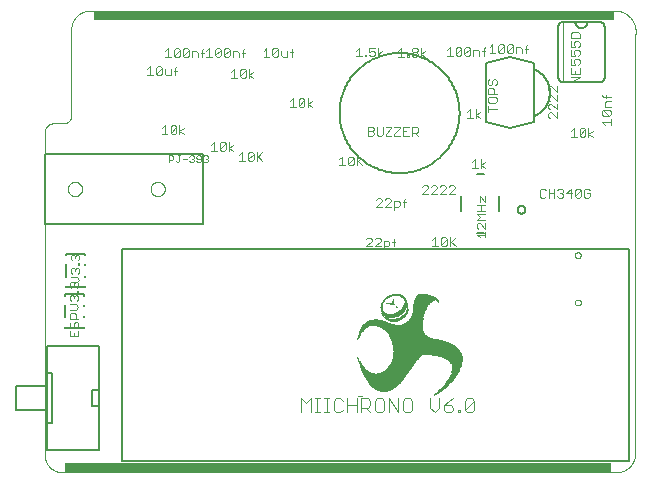
<source format=gto>
G75*
%MOIN*%
%OFA0B0*%
%FSLAX25Y25*%
%IPPOS*%
%LPD*%
%AMOC8*
5,1,8,0,0,1.08239X$1,22.5*
%
%ADD10C,0.00000*%
%ADD11R,1.73228X0.03150*%
%ADD12R,1.82283X0.03228*%
%ADD13R,0.00240X0.00020*%
%ADD14R,0.00340X0.00020*%
%ADD15R,0.00380X0.00020*%
%ADD16R,0.00420X0.00020*%
%ADD17R,0.00460X0.00020*%
%ADD18R,0.00480X0.00020*%
%ADD19R,0.00500X0.00020*%
%ADD20R,0.00520X0.00020*%
%ADD21R,0.00540X0.00020*%
%ADD22R,0.00560X0.00020*%
%ADD23R,0.00580X0.00020*%
%ADD24R,0.00600X0.00020*%
%ADD25R,0.00600X0.00020*%
%ADD26R,0.00620X0.00020*%
%ADD27R,0.00620X0.00020*%
%ADD28R,0.00640X0.00020*%
%ADD29R,0.00660X0.00020*%
%ADD30R,0.00660X0.00020*%
%ADD31R,0.00680X0.00020*%
%ADD32R,0.00700X0.00020*%
%ADD33R,0.00720X0.00020*%
%ADD34R,0.00720X0.00020*%
%ADD35R,0.00740X0.00020*%
%ADD36R,0.00740X0.00020*%
%ADD37R,0.00760X0.00020*%
%ADD38R,0.00760X0.00020*%
%ADD39R,0.00760X0.00020*%
%ADD40R,0.00780X0.00020*%
%ADD41R,0.00780X0.00020*%
%ADD42R,0.00800X0.00020*%
%ADD43R,0.00800X0.00020*%
%ADD44R,0.00820X0.00020*%
%ADD45R,0.00820X0.00020*%
%ADD46R,0.00840X0.00020*%
%ADD47R,0.00840X0.00020*%
%ADD48R,0.00860X0.00020*%
%ADD49R,0.00860X0.00020*%
%ADD50R,0.00880X0.00020*%
%ADD51R,0.00880X0.00020*%
%ADD52R,0.00900X0.00020*%
%ADD53R,0.00900X0.00020*%
%ADD54R,0.00920X0.00020*%
%ADD55R,0.00920X0.00020*%
%ADD56R,0.00940X0.00020*%
%ADD57R,0.00940X0.00020*%
%ADD58R,0.00960X0.00020*%
%ADD59R,0.00980X0.00020*%
%ADD60R,0.01280X0.00020*%
%ADD61R,0.00980X0.00020*%
%ADD62R,0.01560X0.00020*%
%ADD63R,0.00980X0.00020*%
%ADD64R,0.01800X0.00020*%
%ADD65R,0.01000X0.00020*%
%ADD66R,0.02040X0.00020*%
%ADD67R,0.02220X0.00020*%
%ADD68R,0.01000X0.00020*%
%ADD69R,0.02400X0.00020*%
%ADD70R,0.01020X0.00020*%
%ADD71R,0.02560X0.00020*%
%ADD72R,0.01020X0.00020*%
%ADD73R,0.02720X0.00020*%
%ADD74R,0.01040X0.00020*%
%ADD75R,0.02860X0.00020*%
%ADD76R,0.01040X0.00020*%
%ADD77R,0.03020X0.00020*%
%ADD78R,0.01040X0.00020*%
%ADD79R,0.03140X0.00020*%
%ADD80R,0.01060X0.00020*%
%ADD81R,0.03260X0.00020*%
%ADD82R,0.01060X0.00020*%
%ADD83R,0.03380X0.00020*%
%ADD84R,0.03480X0.00020*%
%ADD85R,0.01060X0.00020*%
%ADD86R,0.03600X0.00020*%
%ADD87R,0.01060X0.00020*%
%ADD88R,0.03680X0.00020*%
%ADD89R,0.03780X0.00020*%
%ADD90R,0.01080X0.00020*%
%ADD91R,0.03860X0.00020*%
%ADD92R,0.01080X0.00020*%
%ADD93R,0.03980X0.00020*%
%ADD94R,0.01080X0.00020*%
%ADD95R,0.04060X0.00020*%
%ADD96R,0.04160X0.00020*%
%ADD97R,0.01100X0.00020*%
%ADD98R,0.04240X0.00020*%
%ADD99R,0.01100X0.00020*%
%ADD100R,0.04320X0.00020*%
%ADD101R,0.04400X0.00020*%
%ADD102R,0.01120X0.00020*%
%ADD103R,0.04480X0.00020*%
%ADD104R,0.01120X0.00020*%
%ADD105R,0.04560X0.00020*%
%ADD106R,0.04660X0.00020*%
%ADD107R,0.04740X0.00020*%
%ADD108R,0.01140X0.00020*%
%ADD109R,0.04820X0.00020*%
%ADD110R,0.01140X0.00020*%
%ADD111R,0.04880X0.00020*%
%ADD112R,0.01140X0.00020*%
%ADD113R,0.04960X0.00020*%
%ADD114R,0.05040X0.00020*%
%ADD115R,0.01160X0.00020*%
%ADD116R,0.05120X0.00020*%
%ADD117R,0.01160X0.00020*%
%ADD118R,0.05200X0.00020*%
%ADD119R,0.05280X0.00020*%
%ADD120R,0.01160X0.00020*%
%ADD121R,0.05340X0.00020*%
%ADD122R,0.01180X0.00020*%
%ADD123R,0.05420X0.00020*%
%ADD124R,0.01180X0.00020*%
%ADD125R,0.05500X0.00020*%
%ADD126R,0.05560X0.00020*%
%ADD127R,0.01180X0.00020*%
%ADD128R,0.05620X0.00020*%
%ADD129R,0.01200X0.00020*%
%ADD130R,0.05700X0.00020*%
%ADD131R,0.01220X0.00020*%
%ADD132R,0.05780X0.00020*%
%ADD133R,0.01220X0.00020*%
%ADD134R,0.05840X0.00020*%
%ADD135R,0.05900X0.00020*%
%ADD136R,0.01220X0.00020*%
%ADD137R,0.05960X0.00020*%
%ADD138R,0.01240X0.00020*%
%ADD139R,0.06040X0.00020*%
%ADD140R,0.01240X0.00020*%
%ADD141R,0.06080X0.00020*%
%ADD142R,0.06160X0.00020*%
%ADD143R,0.06220X0.00020*%
%ADD144R,0.01240X0.00020*%
%ADD145R,0.06300X0.00020*%
%ADD146R,0.01260X0.00020*%
%ADD147R,0.06340X0.00020*%
%ADD148R,0.01260X0.00020*%
%ADD149R,0.06420X0.00020*%
%ADD150R,0.06460X0.00020*%
%ADD151R,0.01260X0.00020*%
%ADD152R,0.06540X0.00020*%
%ADD153R,0.06600X0.00020*%
%ADD154R,0.06640X0.00020*%
%ADD155R,0.06720X0.00020*%
%ADD156R,0.01280X0.00020*%
%ADD157R,0.06760X0.00020*%
%ADD158R,0.06840X0.00020*%
%ADD159R,0.01280X0.00020*%
%ADD160R,0.06880X0.00020*%
%ADD161R,0.01280X0.00020*%
%ADD162R,0.06940X0.00020*%
%ADD163R,0.07000X0.00020*%
%ADD164R,0.01300X0.00020*%
%ADD165R,0.07060X0.00020*%
%ADD166R,0.01320X0.00020*%
%ADD167R,0.07100X0.00020*%
%ADD168R,0.01320X0.00020*%
%ADD169R,0.07160X0.00020*%
%ADD170R,0.01320X0.00020*%
%ADD171R,0.07220X0.00020*%
%ADD172R,0.07280X0.00020*%
%ADD173R,0.01320X0.00020*%
%ADD174R,0.07320X0.00020*%
%ADD175R,0.07380X0.00020*%
%ADD176R,0.01340X0.00020*%
%ADD177R,0.07440X0.00020*%
%ADD178R,0.01340X0.00020*%
%ADD179R,0.07480X0.00020*%
%ADD180R,0.07540X0.00020*%
%ADD181R,0.01340X0.00020*%
%ADD182R,0.07580X0.00020*%
%ADD183R,0.07620X0.00020*%
%ADD184R,0.07700X0.00020*%
%ADD185R,0.01360X0.00020*%
%ADD186R,0.07740X0.00020*%
%ADD187R,0.01360X0.00020*%
%ADD188R,0.07780X0.00020*%
%ADD189R,0.01380X0.00020*%
%ADD190R,0.07840X0.00020*%
%ADD191R,0.01380X0.00020*%
%ADD192R,0.07880X0.00020*%
%ADD193R,0.01380X0.00020*%
%ADD194R,0.07920X0.00020*%
%ADD195R,0.08000X0.00020*%
%ADD196R,0.08040X0.00020*%
%ADD197R,0.08080X0.00020*%
%ADD198R,0.08140X0.00020*%
%ADD199R,0.08180X0.00020*%
%ADD200R,0.01400X0.00020*%
%ADD201R,0.08220X0.00020*%
%ADD202R,0.01420X0.00020*%
%ADD203R,0.08260X0.00020*%
%ADD204R,0.01420X0.00020*%
%ADD205R,0.08320X0.00020*%
%ADD206R,0.01420X0.00020*%
%ADD207R,0.08360X0.00020*%
%ADD208R,0.08400X0.00020*%
%ADD209R,0.08440X0.00020*%
%ADD210R,0.08480X0.00020*%
%ADD211R,0.08560X0.00020*%
%ADD212R,0.01440X0.00020*%
%ADD213R,0.08600X0.00020*%
%ADD214R,0.01440X0.00020*%
%ADD215R,0.08640X0.00020*%
%ADD216R,0.01440X0.00020*%
%ADD217R,0.08680X0.00020*%
%ADD218R,0.08720X0.00020*%
%ADD219R,0.08760X0.00020*%
%ADD220R,0.01460X0.00020*%
%ADD221R,0.08820X0.00020*%
%ADD222R,0.08860X0.00020*%
%ADD223R,0.01480X0.00020*%
%ADD224R,0.08900X0.00020*%
%ADD225R,0.01480X0.00020*%
%ADD226R,0.08940X0.00020*%
%ADD227R,0.01480X0.00020*%
%ADD228R,0.08980X0.00020*%
%ADD229R,0.09020X0.00020*%
%ADD230R,0.01480X0.00020*%
%ADD231R,0.09060X0.00020*%
%ADD232R,0.09100X0.00020*%
%ADD233R,0.09140X0.00020*%
%ADD234R,0.01500X0.00020*%
%ADD235R,0.09180X0.00020*%
%ADD236R,0.01500X0.00020*%
%ADD237R,0.09220X0.00020*%
%ADD238R,0.09260X0.00020*%
%ADD239R,0.09300X0.00020*%
%ADD240R,0.09340X0.00020*%
%ADD241R,0.09380X0.00020*%
%ADD242R,0.01520X0.00020*%
%ADD243R,0.09420X0.00020*%
%ADD244R,0.01520X0.00020*%
%ADD245R,0.09460X0.00020*%
%ADD246R,0.01520X0.00020*%
%ADD247R,0.09500X0.00020*%
%ADD248R,0.09540X0.00020*%
%ADD249R,0.01520X0.00020*%
%ADD250R,0.09580X0.00020*%
%ADD251R,0.09620X0.00020*%
%ADD252R,0.01540X0.00020*%
%ADD253R,0.09660X0.00020*%
%ADD254R,0.01540X0.00020*%
%ADD255R,0.09680X0.00020*%
%ADD256R,0.09720X0.00020*%
%ADD257R,0.01540X0.00020*%
%ADD258R,0.09760X0.00020*%
%ADD259R,0.09800X0.00020*%
%ADD260R,0.01560X0.00020*%
%ADD261R,0.09840X0.00020*%
%ADD262R,0.09880X0.00020*%
%ADD263R,0.09920X0.00020*%
%ADD264R,0.01560X0.00020*%
%ADD265R,0.09960X0.00020*%
%ADD266R,0.09980X0.00020*%
%ADD267R,0.01580X0.00020*%
%ADD268R,0.10020X0.00020*%
%ADD269R,0.01580X0.00020*%
%ADD270R,0.10060X0.00020*%
%ADD271R,0.01580X0.00020*%
%ADD272R,0.10100X0.00020*%
%ADD273R,0.01580X0.00020*%
%ADD274R,0.10140X0.00020*%
%ADD275R,0.10180X0.00020*%
%ADD276R,0.01600X0.00020*%
%ADD277R,0.10200X0.00020*%
%ADD278R,0.01600X0.00020*%
%ADD279R,0.10240X0.00020*%
%ADD280R,0.10260X0.00020*%
%ADD281R,0.10300X0.00020*%
%ADD282R,0.01620X0.00020*%
%ADD283R,0.10340X0.00020*%
%ADD284R,0.01620X0.00020*%
%ADD285R,0.10380X0.00020*%
%ADD286R,0.01620X0.00020*%
%ADD287R,0.10400X0.00020*%
%ADD288R,0.10440X0.00020*%
%ADD289R,0.01620X0.00020*%
%ADD290R,0.10480X0.00020*%
%ADD291R,0.01640X0.00020*%
%ADD292R,0.10520X0.00020*%
%ADD293R,0.10560X0.00020*%
%ADD294R,0.01640X0.00020*%
%ADD295R,0.10580X0.00020*%
%ADD296R,0.10600X0.00020*%
%ADD297R,0.01660X0.00020*%
%ADD298R,0.10640X0.00020*%
%ADD299R,0.01660X0.00020*%
%ADD300R,0.10680X0.00020*%
%ADD301R,0.10720X0.00020*%
%ADD302R,0.01660X0.00020*%
%ADD303R,0.10740X0.00020*%
%ADD304R,0.01680X0.00020*%
%ADD305R,0.10780X0.00020*%
%ADD306R,0.10820X0.00020*%
%ADD307R,0.10860X0.00020*%
%ADD308R,0.10860X0.00020*%
%ADD309R,0.01680X0.00020*%
%ADD310R,0.10900X0.00020*%
%ADD311R,0.10940X0.00020*%
%ADD312R,0.01680X0.00020*%
%ADD313R,0.10560X0.00020*%
%ADD314R,0.00400X0.00020*%
%ADD315R,0.01680X0.00020*%
%ADD316R,0.01700X0.00020*%
%ADD317R,0.10580X0.00020*%
%ADD318R,0.00400X0.00020*%
%ADD319R,0.01700X0.00020*%
%ADD320R,0.10600X0.00020*%
%ADD321R,0.00380X0.00020*%
%ADD322R,0.10640X0.00020*%
%ADD323R,0.00380X0.00020*%
%ADD324R,0.01720X0.00020*%
%ADD325R,0.01720X0.00020*%
%ADD326R,0.10680X0.00020*%
%ADD327R,0.10740X0.00020*%
%ADD328R,0.10800X0.00020*%
%ADD329R,0.11240X0.00020*%
%ADD330R,0.01720X0.00020*%
%ADD331R,0.11280X0.00020*%
%ADD332R,0.11320X0.00020*%
%ADD333R,0.01740X0.00020*%
%ADD334R,0.11340X0.00020*%
%ADD335R,0.01740X0.00020*%
%ADD336R,0.11380X0.00020*%
%ADD337R,0.01740X0.00020*%
%ADD338R,0.11420X0.00020*%
%ADD339R,0.11440X0.00020*%
%ADD340R,0.01760X0.00020*%
%ADD341R,0.11460X0.00020*%
%ADD342R,0.11500X0.00020*%
%ADD343R,0.01740X0.00020*%
%ADD344R,0.11540X0.00020*%
%ADD345R,0.11560X0.00020*%
%ADD346R,0.01760X0.00020*%
%ADD347R,0.11580X0.00020*%
%ADD348R,0.01760X0.00020*%
%ADD349R,0.11620X0.00020*%
%ADD350R,0.01780X0.00020*%
%ADD351R,0.11640X0.00020*%
%ADD352R,0.01780X0.00020*%
%ADD353R,0.11680X0.00020*%
%ADD354R,0.11720X0.00020*%
%ADD355R,0.01780X0.00020*%
%ADD356R,0.11740X0.00020*%
%ADD357R,0.01780X0.00020*%
%ADD358R,0.11760X0.00020*%
%ADD359R,0.11800X0.00020*%
%ADD360R,0.11840X0.00020*%
%ADD361R,0.11860X0.00020*%
%ADD362R,0.01800X0.00020*%
%ADD363R,0.11880X0.00020*%
%ADD364R,0.11920X0.00020*%
%ADD365R,0.11940X0.00020*%
%ADD366R,0.11980X0.00020*%
%ADD367R,0.12000X0.00020*%
%ADD368R,0.01820X0.00020*%
%ADD369R,0.12020X0.00020*%
%ADD370R,0.01820X0.00020*%
%ADD371R,0.12060X0.00020*%
%ADD372R,0.01820X0.00020*%
%ADD373R,0.12100X0.00020*%
%ADD374R,0.12100X0.00020*%
%ADD375R,0.12140X0.00020*%
%ADD376R,0.01840X0.00020*%
%ADD377R,0.12160X0.00020*%
%ADD378R,0.01840X0.00020*%
%ADD379R,0.12200X0.00020*%
%ADD380R,0.01840X0.00020*%
%ADD381R,0.12220X0.00020*%
%ADD382R,0.01860X0.00020*%
%ADD383R,0.12240X0.00020*%
%ADD384R,0.12280X0.00020*%
%ADD385R,0.12320X0.00020*%
%ADD386R,0.01860X0.00020*%
%ADD387R,0.12340X0.00020*%
%ADD388R,0.12360X0.00020*%
%ADD389R,0.12400X0.00020*%
%ADD390R,0.12420X0.00020*%
%ADD391R,0.12460X0.00020*%
%ADD392R,0.01860X0.00020*%
%ADD393R,0.01880X0.00020*%
%ADD394R,0.12500X0.00020*%
%ADD395R,0.01880X0.00020*%
%ADD396R,0.12540X0.00020*%
%ADD397R,0.01880X0.00020*%
%ADD398R,0.12540X0.00020*%
%ADD399R,0.01880X0.00020*%
%ADD400R,0.12580X0.00020*%
%ADD401R,0.12620X0.00020*%
%ADD402R,0.01900X0.00020*%
%ADD403R,0.12640X0.00020*%
%ADD404R,0.01900X0.00020*%
%ADD405R,0.12660X0.00020*%
%ADD406R,0.12680X0.00020*%
%ADD407R,0.12720X0.00020*%
%ADD408R,0.12760X0.00020*%
%ADD409R,0.01920X0.00020*%
%ADD410R,0.12760X0.00020*%
%ADD411R,0.12800X0.00020*%
%ADD412R,0.01920X0.00020*%
%ADD413R,0.12820X0.00020*%
%ADD414R,0.01920X0.00020*%
%ADD415R,0.12860X0.00020*%
%ADD416R,0.12880X0.00020*%
%ADD417R,0.12900X0.00020*%
%ADD418R,0.01920X0.00020*%
%ADD419R,0.12940X0.00020*%
%ADD420R,0.01940X0.00020*%
%ADD421R,0.12940X0.00020*%
%ADD422R,0.01940X0.00020*%
%ADD423R,0.12980X0.00020*%
%ADD424R,0.13000X0.00020*%
%ADD425R,0.13040X0.00020*%
%ADD426R,0.01940X0.00020*%
%ADD427R,0.13060X0.00020*%
%ADD428R,0.01960X0.00020*%
%ADD429R,0.13080X0.00020*%
%ADD430R,0.01960X0.00020*%
%ADD431R,0.13120X0.00020*%
%ADD432R,0.01960X0.00020*%
%ADD433R,0.13160X0.00020*%
%ADD434R,0.13180X0.00020*%
%ADD435R,0.13220X0.00020*%
%ADD436R,0.13240X0.00020*%
%ADD437R,0.01980X0.00020*%
%ADD438R,0.13260X0.00020*%
%ADD439R,0.01980X0.00020*%
%ADD440R,0.13300X0.00020*%
%ADD441R,0.01980X0.00020*%
%ADD442R,0.13300X0.00020*%
%ADD443R,0.13340X0.00020*%
%ADD444R,0.02000X0.00020*%
%ADD445R,0.13360X0.00020*%
%ADD446R,0.02000X0.00020*%
%ADD447R,0.13400X0.00020*%
%ADD448R,0.13420X0.00020*%
%ADD449R,0.13440X0.00020*%
%ADD450R,0.02020X0.00020*%
%ADD451R,0.13480X0.00020*%
%ADD452R,0.13480X0.00020*%
%ADD453R,0.13520X0.00020*%
%ADD454R,0.13540X0.00020*%
%ADD455R,0.02020X0.00020*%
%ADD456R,0.13580X0.00020*%
%ADD457R,0.13580X0.00020*%
%ADD458R,0.02020X0.00020*%
%ADD459R,0.13620X0.00020*%
%ADD460R,0.02040X0.00020*%
%ADD461R,0.13640X0.00020*%
%ADD462R,0.13660X0.00020*%
%ADD463R,0.02040X0.00020*%
%ADD464R,0.13680X0.00020*%
%ADD465R,0.13720X0.00020*%
%ADD466R,0.13740X0.00020*%
%ADD467R,0.13760X0.00020*%
%ADD468R,0.02060X0.00020*%
%ADD469R,0.13800X0.00020*%
%ADD470R,0.13820X0.00020*%
%ADD471R,0.13840X0.00020*%
%ADD472R,0.02080X0.00020*%
%ADD473R,0.13860X0.00020*%
%ADD474R,0.02060X0.00020*%
%ADD475R,0.13900X0.00020*%
%ADD476R,0.02080X0.00020*%
%ADD477R,0.13900X0.00020*%
%ADD478R,0.02080X0.00020*%
%ADD479R,0.13940X0.00020*%
%ADD480R,0.02080X0.00020*%
%ADD481R,0.13960X0.00020*%
%ADD482R,0.13980X0.00020*%
%ADD483R,0.02100X0.00020*%
%ADD484R,0.14000X0.00020*%
%ADD485R,0.14040X0.00020*%
%ADD486R,0.02100X0.00020*%
%ADD487R,0.14060X0.00020*%
%ADD488R,0.14080X0.00020*%
%ADD489R,0.14100X0.00020*%
%ADD490R,0.14140X0.00020*%
%ADD491R,0.02120X0.00020*%
%ADD492R,0.14140X0.00020*%
%ADD493R,0.02120X0.00020*%
%ADD494R,0.14180X0.00020*%
%ADD495R,0.02120X0.00020*%
%ADD496R,0.14200X0.00020*%
%ADD497R,0.02140X0.00020*%
%ADD498R,0.14220X0.00020*%
%ADD499R,0.14240X0.00020*%
%ADD500R,0.02140X0.00020*%
%ADD501R,0.14280X0.00020*%
%ADD502R,0.02140X0.00020*%
%ADD503R,0.14300X0.00020*%
%ADD504R,0.02140X0.00020*%
%ADD505R,0.14320X0.00020*%
%ADD506R,0.02160X0.00020*%
%ADD507R,0.14340X0.00020*%
%ADD508R,0.14380X0.00020*%
%ADD509R,0.02160X0.00020*%
%ADD510R,0.14380X0.00020*%
%ADD511R,0.02160X0.00020*%
%ADD512R,0.14420X0.00020*%
%ADD513R,0.02160X0.00020*%
%ADD514R,0.14440X0.00020*%
%ADD515R,0.02180X0.00020*%
%ADD516R,0.14460X0.00020*%
%ADD517R,0.02180X0.00020*%
%ADD518R,0.14480X0.00020*%
%ADD519R,0.14520X0.00020*%
%ADD520R,0.14540X0.00020*%
%ADD521R,0.02180X0.00020*%
%ADD522R,0.14560X0.00020*%
%ADD523R,0.02200X0.00020*%
%ADD524R,0.03940X0.00020*%
%ADD525R,0.10100X0.00020*%
%ADD526R,0.02200X0.00020*%
%ADD527R,0.03760X0.00020*%
%ADD528R,0.09900X0.00020*%
%ADD529R,0.03620X0.00020*%
%ADD530R,0.09760X0.00020*%
%ADD531R,0.03500X0.00020*%
%ADD532R,0.09660X0.00020*%
%ADD533R,0.03420X0.00020*%
%ADD534R,0.09580X0.00020*%
%ADD535R,0.03320X0.00020*%
%ADD536R,0.02240X0.00020*%
%ADD537R,0.03260X0.00020*%
%ADD538R,0.02220X0.00020*%
%ADD539R,0.03200X0.00020*%
%ADD540R,0.09380X0.00020*%
%ADD541R,0.02240X0.00020*%
%ADD542R,0.03140X0.00020*%
%ADD543R,0.09320X0.00020*%
%ADD544R,0.02220X0.00020*%
%ADD545R,0.03080X0.00020*%
%ADD546R,0.03040X0.00020*%
%ADD547R,0.09220X0.00020*%
%ADD548R,0.02260X0.00020*%
%ADD549R,0.02980X0.00020*%
%ADD550R,0.02940X0.00020*%
%ADD551R,0.09120X0.00020*%
%ADD552R,0.02260X0.00020*%
%ADD553R,0.02880X0.00020*%
%ADD554R,0.09080X0.00020*%
%ADD555R,0.02860X0.00020*%
%ADD556R,0.09040X0.00020*%
%ADD557R,0.02280X0.00020*%
%ADD558R,0.02800X0.00020*%
%ADD559R,0.09000X0.00020*%
%ADD560R,0.02760X0.00020*%
%ADD561R,0.08960X0.00020*%
%ADD562R,0.02280X0.00020*%
%ADD563R,0.02720X0.00020*%
%ADD564R,0.02300X0.00020*%
%ADD565R,0.02680X0.00020*%
%ADD566R,0.02280X0.00020*%
%ADD567R,0.02660X0.00020*%
%ADD568R,0.02620X0.00020*%
%ADD569R,0.08840X0.00020*%
%ADD570R,0.02300X0.00020*%
%ADD571R,0.02600X0.00020*%
%ADD572R,0.08800X0.00020*%
%ADD573R,0.02540X0.00020*%
%ADD574R,0.08760X0.00020*%
%ADD575R,0.02520X0.00020*%
%ADD576R,0.08740X0.00020*%
%ADD577R,0.02320X0.00020*%
%ADD578R,0.02500X0.00020*%
%ADD579R,0.02320X0.00020*%
%ADD580R,0.02460X0.00020*%
%ADD581R,0.08700X0.00020*%
%ADD582R,0.02320X0.00020*%
%ADD583R,0.02440X0.00020*%
%ADD584R,0.08660X0.00020*%
%ADD585R,0.02340X0.00020*%
%ADD586R,0.02400X0.00020*%
%ADD587R,0.08640X0.00020*%
%ADD588R,0.02340X0.00020*%
%ADD589R,0.02380X0.00020*%
%ADD590R,0.08620X0.00020*%
%ADD591R,0.08580X0.00020*%
%ADD592R,0.02340X0.00020*%
%ADD593R,0.08580X0.00020*%
%ADD594R,0.02360X0.00020*%
%ADD595R,0.08560X0.00020*%
%ADD596R,0.08520X0.00020*%
%ADD597R,0.02360X0.00020*%
%ADD598R,0.08500X0.00020*%
%ADD599R,0.02220X0.00020*%
%ADD600R,0.08500X0.00020*%
%ADD601R,0.02380X0.00020*%
%ADD602R,0.08480X0.00020*%
%ADD603R,0.02380X0.00020*%
%ADD604R,0.08440X0.00020*%
%ADD605R,0.02380X0.00020*%
%ADD606R,0.08420X0.00020*%
%ADD607R,0.08380X0.00020*%
%ADD608R,0.08380X0.00020*%
%ADD609R,0.02420X0.00020*%
%ADD610R,0.02060X0.00020*%
%ADD611R,0.08340X0.00020*%
%ADD612R,0.02420X0.00020*%
%ADD613R,0.08300X0.00020*%
%ADD614R,0.02440X0.00020*%
%ADD615R,0.08300X0.00020*%
%ADD616R,0.02460X0.00020*%
%ADD617R,0.08260X0.00020*%
%ADD618R,0.02460X0.00020*%
%ADD619R,0.08260X0.00020*%
%ADD620R,0.08220X0.00020*%
%ADD621R,0.02480X0.00020*%
%ADD622R,0.08200X0.00020*%
%ADD623R,0.08200X0.00020*%
%ADD624R,0.02480X0.00020*%
%ADD625R,0.08160X0.00020*%
%ADD626R,0.02480X0.00020*%
%ADD627R,0.08160X0.00020*%
%ADD628R,0.08160X0.00020*%
%ADD629R,0.02500X0.00020*%
%ADD630R,0.08120X0.00020*%
%ADD631R,0.02520X0.00020*%
%ADD632R,0.08120X0.00020*%
%ADD633R,0.08080X0.00020*%
%ADD634R,0.02520X0.00020*%
%ADD635R,0.02540X0.00020*%
%ADD636R,0.08060X0.00020*%
%ADD637R,0.02560X0.00020*%
%ADD638R,0.01660X0.00020*%
%ADD639R,0.08040X0.00020*%
%ADD640R,0.02560X0.00020*%
%ADD641R,0.02580X0.00020*%
%ADD642R,0.08040X0.00020*%
%ADD643R,0.08000X0.00020*%
%ADD644R,0.02580X0.00020*%
%ADD645R,0.02580X0.00020*%
%ADD646R,0.02600X0.00020*%
%ADD647R,0.07980X0.00020*%
%ADD648R,0.07960X0.00020*%
%ADD649R,0.07960X0.00020*%
%ADD650R,0.02620X0.00020*%
%ADD651R,0.07940X0.00020*%
%ADD652R,0.02640X0.00020*%
%ADD653R,0.07940X0.00020*%
%ADD654R,0.02640X0.00020*%
%ADD655R,0.07920X0.00020*%
%ADD656R,0.02660X0.00020*%
%ADD657R,0.07920X0.00020*%
%ADD658R,0.07900X0.00020*%
%ADD659R,0.02660X0.00020*%
%ADD660R,0.07880X0.00020*%
%ADD661R,0.07880X0.00020*%
%ADD662R,0.02680X0.00020*%
%ADD663R,0.01400X0.00020*%
%ADD664R,0.07860X0.00020*%
%ADD665R,0.02700X0.00020*%
%ADD666R,0.07860X0.00020*%
%ADD667R,0.02700X0.00020*%
%ADD668R,0.02720X0.00020*%
%ADD669R,0.07840X0.00020*%
%ADD670R,0.02720X0.00020*%
%ADD671R,0.02740X0.00020*%
%ADD672R,0.02740X0.00020*%
%ADD673R,0.01300X0.00020*%
%ADD674R,0.07820X0.00020*%
%ADD675R,0.07820X0.00020*%
%ADD676R,0.02760X0.00020*%
%ADD677R,0.02780X0.00020*%
%ADD678R,0.07800X0.00020*%
%ADD679R,0.02780X0.00020*%
%ADD680R,0.07800X0.00020*%
%ADD681R,0.02820X0.00020*%
%ADD682R,0.02820X0.00020*%
%ADD683R,0.07780X0.00020*%
%ADD684R,0.02840X0.00020*%
%ADD685R,0.02840X0.00020*%
%ADD686R,0.01200X0.00020*%
%ADD687R,0.07760X0.00020*%
%ADD688R,0.01180X0.00020*%
%ADD689R,0.07760X0.00020*%
%ADD690R,0.02860X0.00020*%
%ADD691R,0.07780X0.00020*%
%ADD692R,0.07760X0.00020*%
%ADD693R,0.02880X0.00020*%
%ADD694R,0.02880X0.00020*%
%ADD695R,0.01120X0.00020*%
%ADD696R,0.02900X0.00020*%
%ADD697R,0.07740X0.00020*%
%ADD698R,0.02900X0.00020*%
%ADD699R,0.07740X0.00020*%
%ADD700R,0.02940X0.00020*%
%ADD701R,0.02940X0.00020*%
%ADD702R,0.07740X0.00020*%
%ADD703R,0.02960X0.00020*%
%ADD704R,0.02960X0.00020*%
%ADD705R,0.01080X0.00020*%
%ADD706R,0.07720X0.00020*%
%ADD707R,0.02980X0.00020*%
%ADD708R,0.07720X0.00020*%
%ADD709R,0.03000X0.00020*%
%ADD710R,0.03020X0.00020*%
%ADD711R,0.01020X0.00020*%
%ADD712R,0.07720X0.00020*%
%ADD713R,0.03020X0.00020*%
%ADD714R,0.03060X0.00020*%
%ADD715R,0.03060X0.00020*%
%ADD716R,0.03080X0.00020*%
%ADD717R,0.00940X0.00020*%
%ADD718R,0.07720X0.00020*%
%ADD719R,0.03100X0.00020*%
%ADD720R,0.03120X0.00020*%
%ADD721R,0.00920X0.00020*%
%ADD722R,0.03120X0.00020*%
%ADD723R,0.03160X0.00020*%
%ADD724R,0.03160X0.00020*%
%ADD725R,0.00880X0.00020*%
%ADD726R,0.03200X0.00020*%
%ADD727R,0.00860X0.00020*%
%ADD728R,0.03240X0.00020*%
%ADD729R,0.03240X0.00020*%
%ADD730R,0.00840X0.00020*%
%ADD731R,0.03280X0.00020*%
%ADD732R,0.00820X0.00020*%
%ADD733R,0.03280X0.00020*%
%ADD734R,0.03300X0.00020*%
%ADD735R,0.00780X0.00020*%
%ADD736R,0.03300X0.00020*%
%ADD737R,0.00780X0.00020*%
%ADD738R,0.03340X0.00020*%
%ADD739R,0.03340X0.00020*%
%ADD740R,0.03380X0.00020*%
%ADD741R,0.03380X0.00020*%
%ADD742R,0.03400X0.00020*%
%ADD743R,0.03420X0.00020*%
%ADD744R,0.03440X0.00020*%
%ADD745R,0.00720X0.00020*%
%ADD746R,0.03440X0.00020*%
%ADD747R,0.07760X0.00020*%
%ADD748R,0.03460X0.00020*%
%ADD749R,0.03460X0.00020*%
%ADD750R,0.03500X0.00020*%
%ADD751R,0.00680X0.00020*%
%ADD752R,0.00680X0.00020*%
%ADD753R,0.03520X0.00020*%
%ADD754R,0.07780X0.00020*%
%ADD755R,0.03540X0.00020*%
%ADD756R,0.03560X0.00020*%
%ADD757R,0.03560X0.00020*%
%ADD758R,0.03580X0.00020*%
%ADD759R,0.03620X0.00020*%
%ADD760R,0.03640X0.00020*%
%ADD761R,0.00620X0.00020*%
%ADD762R,0.03640X0.00020*%
%ADD763R,0.03660X0.00020*%
%ADD764R,0.07820X0.00020*%
%ADD765R,0.03700X0.00020*%
%ADD766R,0.03700X0.00020*%
%ADD767R,0.00580X0.00020*%
%ADD768R,0.03720X0.00020*%
%ADD769R,0.00560X0.00020*%
%ADD770R,0.03740X0.00020*%
%ADD771R,0.03800X0.00020*%
%ADD772R,0.00540X0.00020*%
%ADD773R,0.07840X0.00020*%
%ADD774R,0.03800X0.00020*%
%ADD775R,0.03820X0.00020*%
%ADD776R,0.03840X0.00020*%
%ADD777R,0.03840X0.00020*%
%ADD778R,0.00520X0.00020*%
%ADD779R,0.07860X0.00020*%
%ADD780R,0.03880X0.00020*%
%ADD781R,0.00520X0.00020*%
%ADD782R,0.03900X0.00020*%
%ADD783R,0.00520X0.00020*%
%ADD784R,0.03900X0.00020*%
%ADD785R,0.07900X0.00020*%
%ADD786R,0.03920X0.00020*%
%ADD787R,0.03940X0.00020*%
%ADD788R,0.03960X0.00020*%
%ADD789R,0.00480X0.00020*%
%ADD790R,0.07920X0.00020*%
%ADD791R,0.03980X0.00020*%
%ADD792R,0.00480X0.00020*%
%ADD793R,0.04000X0.00020*%
%ADD794R,0.04020X0.00020*%
%ADD795R,0.04040X0.00020*%
%ADD796R,0.00460X0.00020*%
%ADD797R,0.04060X0.00020*%
%ADD798R,0.00460X0.00020*%
%ADD799R,0.00440X0.00020*%
%ADD800R,0.07960X0.00020*%
%ADD801R,0.04080X0.00020*%
%ADD802R,0.00440X0.00020*%
%ADD803R,0.04120X0.00020*%
%ADD804R,0.00440X0.00020*%
%ADD805R,0.04140X0.00020*%
%ADD806R,0.00420X0.00020*%
%ADD807R,0.07980X0.00020*%
%ADD808R,0.04180X0.00020*%
%ADD809R,0.00420X0.00020*%
%ADD810R,0.04200X0.00020*%
%ADD811R,0.04220X0.00020*%
%ADD812R,0.04240X0.00020*%
%ADD813R,0.08020X0.00020*%
%ADD814R,0.04280X0.00020*%
%ADD815R,0.04300X0.00020*%
%ADD816R,0.08020X0.00020*%
%ADD817R,0.04320X0.00020*%
%ADD818R,0.00380X0.00020*%
%ADD819R,0.04340X0.00020*%
%ADD820R,0.00360X0.00020*%
%ADD821R,0.04360X0.00020*%
%ADD822R,0.04380X0.00020*%
%ADD823R,0.00360X0.00020*%
%ADD824R,0.08060X0.00020*%
%ADD825R,0.04420X0.00020*%
%ADD826R,0.00340X0.00020*%
%ADD827R,0.08080X0.00020*%
%ADD828R,0.04440X0.00020*%
%ADD829R,0.08080X0.00020*%
%ADD830R,0.04460X0.00020*%
%ADD831R,0.08100X0.00020*%
%ADD832R,0.04500X0.00020*%
%ADD833R,0.04520X0.00020*%
%ADD834R,0.00320X0.00020*%
%ADD835R,0.08100X0.00020*%
%ADD836R,0.04560X0.00020*%
%ADD837R,0.00320X0.00020*%
%ADD838R,0.08120X0.00020*%
%ADD839R,0.04580X0.00020*%
%ADD840R,0.00300X0.00020*%
%ADD841R,0.08120X0.00020*%
%ADD842R,0.04600X0.00020*%
%ADD843R,0.08140X0.00020*%
%ADD844R,0.04620X0.00020*%
%ADD845R,0.04640X0.00020*%
%ADD846R,0.04660X0.00020*%
%ADD847R,0.00280X0.00020*%
%ADD848R,0.04680X0.00020*%
%ADD849R,0.00280X0.00020*%
%ADD850R,0.08180X0.00020*%
%ADD851R,0.04720X0.00020*%
%ADD852R,0.00280X0.00020*%
%ADD853R,0.08180X0.00020*%
%ADD854R,0.04740X0.00020*%
%ADD855R,0.00280X0.00020*%
%ADD856R,0.04760X0.00020*%
%ADD857R,0.00260X0.00020*%
%ADD858R,0.04780X0.00020*%
%ADD859R,0.00260X0.00020*%
%ADD860R,0.04820X0.00020*%
%ADD861R,0.00240X0.00020*%
%ADD862R,0.08220X0.00020*%
%ADD863R,0.04840X0.00020*%
%ADD864R,0.04860X0.00020*%
%ADD865R,0.08240X0.00020*%
%ADD866R,0.04880X0.00020*%
%ADD867R,0.04940X0.00020*%
%ADD868R,0.00220X0.00020*%
%ADD869R,0.08280X0.00020*%
%ADD870R,0.04960X0.00020*%
%ADD871R,0.00220X0.00020*%
%ADD872R,0.05000X0.00020*%
%ADD873R,0.00240X0.00020*%
%ADD874R,0.05020X0.00020*%
%ADD875R,0.00220X0.00020*%
%ADD876R,0.05040X0.00020*%
%ADD877R,0.05080X0.00020*%
%ADD878R,0.00200X0.00020*%
%ADD879R,0.08320X0.00020*%
%ADD880R,0.05100X0.00020*%
%ADD881R,0.00200X0.00020*%
%ADD882R,0.08340X0.00020*%
%ADD883R,0.05140X0.00020*%
%ADD884R,0.00180X0.00020*%
%ADD885R,0.08320X0.00020*%
%ADD886R,0.05160X0.00020*%
%ADD887R,0.00180X0.00020*%
%ADD888R,0.05220X0.00020*%
%ADD889R,0.08360X0.00020*%
%ADD890R,0.05260X0.00020*%
%ADD891R,0.00160X0.00020*%
%ADD892R,0.08380X0.00020*%
%ADD893R,0.05280X0.00020*%
%ADD894R,0.00160X0.00020*%
%ADD895R,0.05320X0.00020*%
%ADD896R,0.08420X0.00020*%
%ADD897R,0.05360X0.00020*%
%ADD898R,0.08400X0.00020*%
%ADD899R,0.05380X0.00020*%
%ADD900R,0.08420X0.00020*%
%ADD901R,0.00140X0.00020*%
%ADD902R,0.05460X0.00020*%
%ADD903R,0.00140X0.00020*%
%ADD904R,0.05480X0.00020*%
%ADD905R,0.00120X0.00020*%
%ADD906R,0.08460X0.00020*%
%ADD907R,0.05520X0.00020*%
%ADD908R,0.00140X0.00020*%
%ADD909R,0.00120X0.00020*%
%ADD910R,0.05600X0.00020*%
%ADD911R,0.00120X0.00020*%
%ADD912R,0.05620X0.00020*%
%ADD913R,0.00100X0.00020*%
%ADD914R,0.05640X0.00020*%
%ADD915R,0.00100X0.00020*%
%ADD916R,0.08520X0.00020*%
%ADD917R,0.05680X0.00020*%
%ADD918R,0.08540X0.00020*%
%ADD919R,0.05720X0.00020*%
%ADD920R,0.00080X0.00020*%
%ADD921R,0.08540X0.00020*%
%ADD922R,0.05760X0.00020*%
%ADD923R,0.05800X0.00020*%
%ADD924R,0.00080X0.00020*%
%ADD925R,0.05840X0.00020*%
%ADD926R,0.00080X0.00020*%
%ADD927R,0.05880X0.00020*%
%ADD928R,0.00060X0.00020*%
%ADD929R,0.05920X0.00020*%
%ADD930R,0.00060X0.00020*%
%ADD931R,0.08620X0.00020*%
%ADD932R,0.08640X0.00020*%
%ADD933R,0.06000X0.00020*%
%ADD934R,0.00060X0.00020*%
%ADD935R,0.06040X0.00020*%
%ADD936R,0.00060X0.00020*%
%ADD937R,0.08640X0.00020*%
%ADD938R,0.06100X0.00020*%
%ADD939R,0.00040X0.00020*%
%ADD940R,0.06140X0.00020*%
%ADD941R,0.00040X0.00020*%
%ADD942R,0.08680X0.00020*%
%ADD943R,0.06180X0.00020*%
%ADD944R,0.00020X0.00020*%
%ADD945R,0.06220X0.00020*%
%ADD946R,0.00020X0.00020*%
%ADD947R,0.08700X0.00020*%
%ADD948R,0.06260X0.00020*%
%ADD949R,0.08720X0.00020*%
%ADD950R,0.06300X0.00020*%
%ADD951R,0.00020X0.00020*%
%ADD952R,0.06360X0.00020*%
%ADD953R,0.00020X0.00020*%
%ADD954R,0.08760X0.00020*%
%ADD955R,0.06400X0.00020*%
%ADD956R,0.08780X0.00020*%
%ADD957R,0.08780X0.00020*%
%ADD958R,0.06500X0.00020*%
%ADD959R,0.06560X0.00020*%
%ADD960R,0.06600X0.00020*%
%ADD961R,0.08840X0.00020*%
%ADD962R,0.06660X0.00020*%
%ADD963R,0.08860X0.00020*%
%ADD964R,0.06720X0.00020*%
%ADD965R,0.06740X0.00020*%
%ADD966R,0.08880X0.00020*%
%ADD967R,0.06800X0.00020*%
%ADD968R,0.06860X0.00020*%
%ADD969R,0.08920X0.00020*%
%ADD970R,0.06920X0.00020*%
%ADD971R,0.08940X0.00020*%
%ADD972R,0.06980X0.00020*%
%ADD973R,0.08940X0.00020*%
%ADD974R,0.07040X0.00020*%
%ADD975R,0.08980X0.00020*%
%ADD976R,0.07140X0.00020*%
%ADD977R,0.09000X0.00020*%
%ADD978R,0.07200X0.00020*%
%ADD979R,0.07280X0.00020*%
%ADD980R,0.09020X0.00020*%
%ADD981R,0.07340X0.00020*%
%ADD982R,0.09040X0.00020*%
%ADD983R,0.07400X0.00020*%
%ADD984R,0.09060X0.00020*%
%ADD985R,0.07480X0.00020*%
%ADD986R,0.07520X0.00020*%
%ADD987R,0.09080X0.00020*%
%ADD988R,0.07600X0.00020*%
%ADD989R,0.09100X0.00020*%
%ADD990R,0.07680X0.00020*%
%ADD991R,0.09120X0.00020*%
%ADD992R,0.09120X0.00020*%
%ADD993R,0.09160X0.00020*%
%ADD994R,0.09180X0.00020*%
%ADD995R,0.08060X0.00020*%
%ADD996R,0.09200X0.00020*%
%ADD997R,0.09220X0.00020*%
%ADD998R,0.09240X0.00020*%
%ADD999R,0.09280X0.00020*%
%ADD1000R,0.09320X0.00020*%
%ADD1001R,0.09340X0.00020*%
%ADD1002R,0.09360X0.00020*%
%ADD1003R,0.08980X0.00020*%
%ADD1004R,0.09400X0.00020*%
%ADD1005R,0.09420X0.00020*%
%ADD1006R,0.09440X0.00020*%
%ADD1007R,0.09440X0.00020*%
%ADD1008R,0.09560X0.00020*%
%ADD1009R,0.09480X0.00020*%
%ADD1010R,0.09680X0.00020*%
%ADD1011R,0.09820X0.00020*%
%ADD1012R,0.09520X0.00020*%
%ADD1013R,0.09960X0.00020*%
%ADD1014R,0.09560X0.00020*%
%ADD1015R,0.10260X0.00020*%
%ADD1016R,0.09580X0.00020*%
%ADD1017R,0.10440X0.00020*%
%ADD1018R,0.09600X0.00020*%
%ADD1019R,0.09640X0.00020*%
%ADD1020R,0.10780X0.00020*%
%ADD1021R,0.09660X0.00020*%
%ADD1022R,0.10980X0.00020*%
%ADD1023R,0.09680X0.00020*%
%ADD1024R,0.11220X0.00020*%
%ADD1025R,0.09720X0.00020*%
%ADD1026R,0.09740X0.00020*%
%ADD1027R,0.11700X0.00020*%
%ADD1028R,0.09780X0.00020*%
%ADD1029R,0.09840X0.00020*%
%ADD1030R,0.12460X0.00020*%
%ADD1031R,0.12500X0.00020*%
%ADD1032R,0.12520X0.00020*%
%ADD1033R,0.10020X0.00020*%
%ADD1034R,0.12520X0.00020*%
%ADD1035R,0.22580X0.00020*%
%ADD1036R,0.22580X0.00020*%
%ADD1037R,0.22560X0.00020*%
%ADD1038R,0.22560X0.00020*%
%ADD1039R,0.22540X0.00020*%
%ADD1040R,0.22540X0.00020*%
%ADD1041R,0.22520X0.00020*%
%ADD1042R,0.22520X0.00020*%
%ADD1043R,0.22500X0.00020*%
%ADD1044R,0.22500X0.00020*%
%ADD1045R,0.22480X0.00020*%
%ADD1046R,0.22480X0.00020*%
%ADD1047R,0.22460X0.00020*%
%ADD1048R,0.22460X0.00020*%
%ADD1049R,0.22440X0.00020*%
%ADD1050R,0.22420X0.00020*%
%ADD1051R,0.22420X0.00020*%
%ADD1052R,0.22400X0.00020*%
%ADD1053R,0.22400X0.00020*%
%ADD1054R,0.22380X0.00020*%
%ADD1055R,0.22360X0.00020*%
%ADD1056R,0.22360X0.00020*%
%ADD1057R,0.22340X0.00020*%
%ADD1058R,0.22340X0.00020*%
%ADD1059R,0.22320X0.00020*%
%ADD1060R,0.22300X0.00020*%
%ADD1061R,0.22300X0.00020*%
%ADD1062R,0.22280X0.00020*%
%ADD1063R,0.22280X0.00020*%
%ADD1064R,0.22260X0.00020*%
%ADD1065R,0.22260X0.00020*%
%ADD1066R,0.22240X0.00020*%
%ADD1067R,0.22240X0.00020*%
%ADD1068R,0.22220X0.00020*%
%ADD1069R,0.22200X0.00020*%
%ADD1070R,0.22200X0.00020*%
%ADD1071R,0.22180X0.00020*%
%ADD1072R,0.22180X0.00020*%
%ADD1073R,0.22160X0.00020*%
%ADD1074R,0.22140X0.00020*%
%ADD1075R,0.22160X0.00020*%
%ADD1076R,0.22120X0.00020*%
%ADD1077R,0.22120X0.00020*%
%ADD1078R,0.22100X0.00020*%
%ADD1079R,0.22080X0.00020*%
%ADD1080R,0.22080X0.00020*%
%ADD1081R,0.22060X0.00020*%
%ADD1082R,0.22040X0.00020*%
%ADD1083R,0.22020X0.00020*%
%ADD1084R,0.22000X0.00020*%
%ADD1085R,0.21980X0.00020*%
%ADD1086R,0.21980X0.00020*%
%ADD1087R,0.21960X0.00020*%
%ADD1088R,0.21940X0.00020*%
%ADD1089R,0.21920X0.00020*%
%ADD1090R,0.21900X0.00020*%
%ADD1091R,0.21900X0.00020*%
%ADD1092R,0.21880X0.00020*%
%ADD1093R,0.21860X0.00020*%
%ADD1094R,0.21860X0.00020*%
%ADD1095R,0.21840X0.00020*%
%ADD1096R,0.21840X0.00020*%
%ADD1097R,0.21820X0.00020*%
%ADD1098R,0.21800X0.00020*%
%ADD1099R,0.21780X0.00020*%
%ADD1100R,0.21760X0.00020*%
%ADD1101R,0.21740X0.00020*%
%ADD1102R,0.21720X0.00020*%
%ADD1103R,0.21720X0.00020*%
%ADD1104R,0.21700X0.00020*%
%ADD1105R,0.21680X0.00020*%
%ADD1106R,0.21660X0.00020*%
%ADD1107R,0.21640X0.00020*%
%ADD1108R,0.21620X0.00020*%
%ADD1109R,0.21600X0.00020*%
%ADD1110R,0.21580X0.00020*%
%ADD1111R,0.21560X0.00020*%
%ADD1112R,0.21540X0.00020*%
%ADD1113R,0.21520X0.00020*%
%ADD1114R,0.21500X0.00020*%
%ADD1115R,0.21480X0.00020*%
%ADD1116R,0.21480X0.00020*%
%ADD1117R,0.21460X0.00020*%
%ADD1118R,0.21440X0.00020*%
%ADD1119R,0.21420X0.00020*%
%ADD1120R,0.21400X0.00020*%
%ADD1121R,0.21380X0.00020*%
%ADD1122R,0.21360X0.00020*%
%ADD1123R,0.21340X0.00020*%
%ADD1124R,0.21320X0.00020*%
%ADD1125R,0.21320X0.00020*%
%ADD1126R,0.21300X0.00020*%
%ADD1127R,0.21280X0.00020*%
%ADD1128R,0.21260X0.00020*%
%ADD1129R,0.21240X0.00020*%
%ADD1130R,0.21220X0.00020*%
%ADD1131R,0.21200X0.00020*%
%ADD1132R,0.21180X0.00020*%
%ADD1133R,0.21160X0.00020*%
%ADD1134R,0.21140X0.00020*%
%ADD1135R,0.21120X0.00020*%
%ADD1136R,0.21100X0.00020*%
%ADD1137R,0.21080X0.00020*%
%ADD1138R,0.21060X0.00020*%
%ADD1139R,0.21040X0.00020*%
%ADD1140R,0.21020X0.00020*%
%ADD1141R,0.21000X0.00020*%
%ADD1142R,0.20980X0.00020*%
%ADD1143R,0.20960X0.00020*%
%ADD1144R,0.20920X0.00020*%
%ADD1145R,0.20900X0.00020*%
%ADD1146R,0.20880X0.00020*%
%ADD1147R,0.20880X0.00020*%
%ADD1148R,0.20840X0.00020*%
%ADD1149R,0.20820X0.00020*%
%ADD1150R,0.20800X0.00020*%
%ADD1151R,0.20780X0.00020*%
%ADD1152R,0.20740X0.00020*%
%ADD1153R,0.20740X0.00020*%
%ADD1154R,0.20720X0.00020*%
%ADD1155R,0.20680X0.00020*%
%ADD1156R,0.20660X0.00020*%
%ADD1157R,0.20640X0.00020*%
%ADD1158R,0.20600X0.00020*%
%ADD1159R,0.20600X0.00020*%
%ADD1160R,0.20560X0.00020*%
%ADD1161R,0.20540X0.00020*%
%ADD1162R,0.20500X0.00020*%
%ADD1163R,0.20480X0.00020*%
%ADD1164R,0.20480X0.00020*%
%ADD1165R,0.20440X0.00020*%
%ADD1166R,0.20420X0.00020*%
%ADD1167R,0.20380X0.00020*%
%ADD1168R,0.20360X0.00020*%
%ADD1169R,0.20340X0.00020*%
%ADD1170R,0.20320X0.00020*%
%ADD1171R,0.20280X0.00020*%
%ADD1172R,0.20240X0.00020*%
%ADD1173R,0.20220X0.00020*%
%ADD1174R,0.20200X0.00020*%
%ADD1175R,0.20180X0.00020*%
%ADD1176R,0.20140X0.00020*%
%ADD1177R,0.20100X0.00020*%
%ADD1178R,0.20080X0.00020*%
%ADD1179R,0.20060X0.00020*%
%ADD1180R,0.20020X0.00020*%
%ADD1181R,0.20000X0.00020*%
%ADD1182R,0.19960X0.00020*%
%ADD1183R,0.19920X0.00020*%
%ADD1184R,0.19900X0.00020*%
%ADD1185R,0.19880X0.00020*%
%ADD1186R,0.19840X0.00020*%
%ADD1187R,0.19800X0.00020*%
%ADD1188R,0.19780X0.00020*%
%ADD1189R,0.19740X0.00020*%
%ADD1190R,0.19700X0.00020*%
%ADD1191R,0.19680X0.00020*%
%ADD1192R,0.19660X0.00020*%
%ADD1193R,0.19620X0.00020*%
%ADD1194R,0.19580X0.00020*%
%ADD1195R,0.19540X0.00020*%
%ADD1196R,0.19520X0.00020*%
%ADD1197R,0.19480X0.00020*%
%ADD1198R,0.19440X0.00020*%
%ADD1199R,0.19400X0.00020*%
%ADD1200R,0.19380X0.00020*%
%ADD1201R,0.19340X0.00020*%
%ADD1202R,0.19280X0.00020*%
%ADD1203R,0.19240X0.00020*%
%ADD1204R,0.19220X0.00020*%
%ADD1205R,0.19180X0.00020*%
%ADD1206R,0.19140X0.00020*%
%ADD1207R,0.19080X0.00020*%
%ADD1208R,0.19060X0.00020*%
%ADD1209R,0.19020X0.00020*%
%ADD1210R,0.18960X0.00020*%
%ADD1211R,0.18920X0.00020*%
%ADD1212R,0.18900X0.00020*%
%ADD1213R,0.18840X0.00020*%
%ADD1214R,0.18800X0.00020*%
%ADD1215R,0.18760X0.00020*%
%ADD1216R,0.18720X0.00020*%
%ADD1217R,0.18660X0.00020*%
%ADD1218R,0.18620X0.00020*%
%ADD1219R,0.18580X0.00020*%
%ADD1220R,0.18520X0.00020*%
%ADD1221R,0.18480X0.00020*%
%ADD1222R,0.18440X0.00020*%
%ADD1223R,0.18380X0.00020*%
%ADD1224R,0.18320X0.00020*%
%ADD1225R,0.18300X0.00020*%
%ADD1226R,0.18240X0.00020*%
%ADD1227R,0.18180X0.00020*%
%ADD1228R,0.18140X0.00020*%
%ADD1229R,0.18080X0.00020*%
%ADD1230R,0.18020X0.00020*%
%ADD1231R,0.17960X0.00020*%
%ADD1232R,0.17920X0.00020*%
%ADD1233R,0.17840X0.00020*%
%ADD1234R,0.17780X0.00020*%
%ADD1235R,0.17740X0.00020*%
%ADD1236R,0.17660X0.00020*%
%ADD1237R,0.17600X0.00020*%
%ADD1238R,0.17560X0.00020*%
%ADD1239R,0.17480X0.00020*%
%ADD1240R,0.17400X0.00020*%
%ADD1241R,0.17360X0.00020*%
%ADD1242R,0.17280X0.00020*%
%ADD1243R,0.17200X0.00020*%
%ADD1244R,0.17140X0.00020*%
%ADD1245R,0.17060X0.00020*%
%ADD1246R,0.17000X0.00020*%
%ADD1247R,0.16920X0.00020*%
%ADD1248R,0.16840X0.00020*%
%ADD1249R,0.16780X0.00020*%
%ADD1250R,0.16700X0.00020*%
%ADD1251R,0.16600X0.00020*%
%ADD1252R,0.16540X0.00020*%
%ADD1253R,0.16440X0.00020*%
%ADD1254R,0.16340X0.00020*%
%ADD1255R,0.16280X0.00020*%
%ADD1256R,0.16180X0.00020*%
%ADD1257R,0.16100X0.00020*%
%ADD1258R,0.16000X0.00020*%
%ADD1259R,0.15880X0.00020*%
%ADD1260R,0.15800X0.00020*%
%ADD1261R,0.15700X0.00020*%
%ADD1262R,0.15580X0.00020*%
%ADD1263R,0.15480X0.00020*%
%ADD1264R,0.15360X0.00020*%
%ADD1265R,0.15300X0.00020*%
%ADD1266R,0.15160X0.00020*%
%ADD1267R,0.15020X0.00020*%
%ADD1268R,0.14900X0.00020*%
%ADD1269R,0.14780X0.00020*%
%ADD1270R,0.14660X0.00020*%
%ADD1271R,0.14520X0.00020*%
%ADD1272R,0.14420X0.00020*%
%ADD1273R,0.14320X0.00020*%
%ADD1274R,0.14220X0.00020*%
%ADD1275R,0.13980X0.00020*%
%ADD1276R,0.00080X0.00020*%
%ADD1277R,0.13780X0.00020*%
%ADD1278R,0.13700X0.00020*%
%ADD1279R,0.13600X0.00020*%
%ADD1280R,0.13560X0.00020*%
%ADD1281R,0.13500X0.00020*%
%ADD1282R,0.13460X0.00020*%
%ADD1283R,0.13400X0.00020*%
%ADD1284R,0.13360X0.00020*%
%ADD1285R,0.13220X0.00020*%
%ADD1286R,0.13180X0.00020*%
%ADD1287R,0.13140X0.00020*%
%ADD1288R,0.00220X0.00020*%
%ADD1289R,0.13100X0.00020*%
%ADD1290R,0.13080X0.00020*%
%ADD1291R,0.13040X0.00020*%
%ADD1292R,0.13000X0.00020*%
%ADD1293R,0.00240X0.00020*%
%ADD1294R,0.12960X0.00020*%
%ADD1295R,0.12900X0.00020*%
%ADD1296R,0.12880X0.00020*%
%ADD1297R,0.12840X0.00020*%
%ADD1298R,0.12820X0.00020*%
%ADD1299R,0.00300X0.00020*%
%ADD1300R,0.12800X0.00020*%
%ADD1301R,0.12780X0.00020*%
%ADD1302R,0.12740X0.00020*%
%ADD1303R,0.12720X0.00020*%
%ADD1304R,0.12700X0.00020*%
%ADD1305R,0.12680X0.00020*%
%ADD1306R,0.12640X0.00020*%
%ADD1307R,0.00360X0.00020*%
%ADD1308R,0.12600X0.00020*%
%ADD1309R,0.12600X0.00020*%
%ADD1310R,0.12560X0.00020*%
%ADD1311R,0.12560X0.00020*%
%ADD1312R,0.12520X0.00020*%
%ADD1313R,0.00420X0.00020*%
%ADD1314R,0.12480X0.00020*%
%ADD1315R,0.12440X0.00020*%
%ADD1316R,0.00460X0.00020*%
%ADD1317R,0.12440X0.00020*%
%ADD1318R,0.12400X0.00020*%
%ADD1319R,0.00480X0.00020*%
%ADD1320R,0.12380X0.00020*%
%ADD1321R,0.12380X0.00020*%
%ADD1322R,0.00500X0.00020*%
%ADD1323R,0.12340X0.00020*%
%ADD1324R,0.12320X0.00020*%
%ADD1325R,0.12300X0.00020*%
%ADD1326R,0.00540X0.00020*%
%ADD1327R,0.12300X0.00020*%
%ADD1328R,0.00540X0.00020*%
%ADD1329R,0.12260X0.00020*%
%ADD1330R,0.12260X0.00020*%
%ADD1331R,0.12260X0.00020*%
%ADD1332R,0.12240X0.00020*%
%ADD1333R,0.00580X0.00020*%
%ADD1334R,0.12240X0.00020*%
%ADD1335R,0.00580X0.00020*%
%ADD1336R,0.12220X0.00020*%
%ADD1337R,0.12200X0.00020*%
%ADD1338R,0.12220X0.00020*%
%ADD1339R,0.00620X0.00020*%
%ADD1340R,0.00640X0.00020*%
%ADD1341R,0.00660X0.00020*%
%ADD1342R,0.12180X0.00020*%
%ADD1343R,0.12180X0.00020*%
%ADD1344R,0.12180X0.00020*%
%ADD1345R,0.12160X0.00020*%
%ADD1346R,0.00700X0.00020*%
%ADD1347R,0.12180X0.00020*%
%ADD1348R,0.12160X0.00020*%
%ADD1349R,0.00720X0.00020*%
%ADD1350R,0.12160X0.00020*%
%ADD1351R,0.00740X0.00020*%
%ADD1352R,0.00820X0.00020*%
%ADD1353R,0.00880X0.00020*%
%ADD1354R,0.12220X0.00020*%
%ADD1355R,0.12240X0.00020*%
%ADD1356R,0.00960X0.00020*%
%ADD1357R,0.12280X0.00020*%
%ADD1358R,0.12280X0.00020*%
%ADD1359R,0.00980X0.00020*%
%ADD1360R,0.01020X0.00020*%
%ADD1361R,0.12360X0.00020*%
%ADD1362R,0.12360X0.00020*%
%ADD1363R,0.12380X0.00020*%
%ADD1364R,0.12420X0.00020*%
%ADD1365R,0.12420X0.00020*%
%ADD1366R,0.12440X0.00020*%
%ADD1367R,0.12480X0.00020*%
%ADD1368R,0.01120X0.00020*%
%ADD1369R,0.01160X0.00020*%
%ADD1370R,0.12540X0.00020*%
%ADD1371R,0.12620X0.00020*%
%ADD1372R,0.12660X0.00020*%
%ADD1373R,0.12680X0.00020*%
%ADD1374R,0.12700X0.00020*%
%ADD1375R,0.12780X0.00020*%
%ADD1376R,0.12840X0.00020*%
%ADD1377R,0.12880X0.00020*%
%ADD1378R,0.12920X0.00020*%
%ADD1379R,0.12920X0.00020*%
%ADD1380R,0.12960X0.00020*%
%ADD1381R,0.13020X0.00020*%
%ADD1382R,0.13060X0.00020*%
%ADD1383R,0.13080X0.00020*%
%ADD1384R,0.01420X0.00020*%
%ADD1385R,0.13120X0.00020*%
%ADD1386R,0.13120X0.00020*%
%ADD1387R,0.13140X0.00020*%
%ADD1388R,0.13200X0.00020*%
%ADD1389R,0.13240X0.00020*%
%ADD1390R,0.13240X0.00020*%
%ADD1391R,0.13280X0.00020*%
%ADD1392R,0.13340X0.00020*%
%ADD1393R,0.13360X0.00020*%
%ADD1394R,0.13420X0.00020*%
%ADD1395R,0.13440X0.00020*%
%ADD1396R,0.13500X0.00020*%
%ADD1397R,0.13540X0.00020*%
%ADD1398R,0.13560X0.00020*%
%ADD1399R,0.13600X0.00020*%
%ADD1400R,0.13660X0.00020*%
%ADD1401R,0.13680X0.00020*%
%ADD1402R,0.13720X0.00020*%
%ADD1403R,0.13760X0.00020*%
%ADD1404R,0.13800X0.00020*%
%ADD1405R,0.13880X0.00020*%
%ADD1406R,0.13920X0.00020*%
%ADD1407R,0.13980X0.00020*%
%ADD1408R,0.14020X0.00020*%
%ADD1409R,0.14180X0.00020*%
%ADD1410R,0.14240X0.00020*%
%ADD1411R,0.14280X0.00020*%
%ADD1412R,0.14320X0.00020*%
%ADD1413R,0.14420X0.00020*%
%ADD1414R,0.14480X0.00020*%
%ADD1415R,0.02020X0.00020*%
%ADD1416R,0.14580X0.00020*%
%ADD1417R,0.14620X0.00020*%
%ADD1418R,0.14720X0.00020*%
%ADD1419R,0.14780X0.00020*%
%ADD1420R,0.14840X0.00020*%
%ADD1421R,0.14900X0.00020*%
%ADD1422R,0.14980X0.00020*%
%ADD1423R,0.15040X0.00020*%
%ADD1424R,0.15120X0.00020*%
%ADD1425R,0.15180X0.00020*%
%ADD1426R,0.15260X0.00020*%
%ADD1427R,0.15340X0.00020*%
%ADD1428R,0.02540X0.00020*%
%ADD1429R,0.15420X0.00020*%
%ADD1430R,0.15520X0.00020*%
%ADD1431R,0.15620X0.00020*%
%ADD1432R,0.15740X0.00020*%
%ADD1433R,0.07500X0.00020*%
%ADD1434R,0.07340X0.00020*%
%ADD1435R,0.11200X0.00020*%
%ADD1436R,0.07200X0.00020*%
%ADD1437R,0.11060X0.00020*%
%ADD1438R,0.10940X0.00020*%
%ADD1439R,0.07020X0.00020*%
%ADD1440R,0.10820X0.00020*%
%ADD1441R,0.10700X0.00020*%
%ADD1442R,0.06860X0.00020*%
%ADD1443R,0.06780X0.00020*%
%ADD1444R,0.10480X0.00020*%
%ADD1445R,0.06720X0.00020*%
%ADD1446R,0.10380X0.00020*%
%ADD1447R,0.10280X0.00020*%
%ADD1448R,0.10180X0.00020*%
%ADD1449R,0.06560X0.00020*%
%ADD1450R,0.06500X0.00020*%
%ADD1451R,0.10000X0.00020*%
%ADD1452R,0.06440X0.00020*%
%ADD1453R,0.09900X0.00020*%
%ADD1454R,0.09820X0.00020*%
%ADD1455R,0.09740X0.00020*%
%ADD1456R,0.06260X0.00020*%
%ADD1457R,0.09500X0.00020*%
%ADD1458R,0.06200X0.00020*%
%ADD1459R,0.06160X0.00020*%
%ADD1460R,0.09320X0.00020*%
%ADD1461R,0.06120X0.00020*%
%ADD1462R,0.06080X0.00020*%
%ADD1463R,0.09160X0.00020*%
%ADD1464R,0.06040X0.00020*%
%ADD1465R,0.09080X0.00020*%
%ADD1466R,0.06000X0.00020*%
%ADD1467R,0.05960X0.00020*%
%ADD1468R,0.08900X0.00020*%
%ADD1469R,0.05940X0.00020*%
%ADD1470R,0.08820X0.00020*%
%ADD1471R,0.05860X0.00020*%
%ADD1472R,0.08520X0.00020*%
%ADD1473R,0.05760X0.00020*%
%ADD1474R,0.05740X0.00020*%
%ADD1475R,0.05680X0.00020*%
%ADD1476R,0.05660X0.00020*%
%ADD1477R,0.05600X0.00020*%
%ADD1478R,0.07980X0.00020*%
%ADD1479R,0.05580X0.00020*%
%ADD1480R,0.05540X0.00020*%
%ADD1481R,0.05520X0.00020*%
%ADD1482R,0.05500X0.00020*%
%ADD1483R,0.07660X0.00020*%
%ADD1484R,0.05460X0.00020*%
%ADD1485R,0.05440X0.00020*%
%ADD1486R,0.05420X0.00020*%
%ADD1487R,0.07420X0.00020*%
%ADD1488R,0.05380X0.00020*%
%ADD1489R,0.07260X0.00020*%
%ADD1490R,0.07180X0.00020*%
%ADD1491R,0.07100X0.00020*%
%ADD1492R,0.05300X0.00020*%
%ADD1493R,0.07000X0.00020*%
%ADD1494R,0.06940X0.00020*%
%ADD1495R,0.06840X0.00020*%
%ADD1496R,0.05240X0.00020*%
%ADD1497R,0.06680X0.00020*%
%ADD1498R,0.05180X0.00020*%
%ADD1499R,0.05180X0.00020*%
%ADD1500R,0.06420X0.00020*%
%ADD1501R,0.05140X0.00020*%
%ADD1502R,0.06320X0.00020*%
%ADD1503R,0.05120X0.00020*%
%ADD1504R,0.05060X0.00020*%
%ADD1505R,0.06060X0.00020*%
%ADD1506R,0.05040X0.00020*%
%ADD1507R,0.05020X0.00020*%
%ADD1508R,0.05000X0.00020*%
%ADD1509R,0.04980X0.00020*%
%ADD1510R,0.05580X0.00020*%
%ADD1511R,0.05480X0.00020*%
%ADD1512R,0.04920X0.00020*%
%ADD1513R,0.05280X0.00020*%
%ADD1514R,0.04920X0.00020*%
%ADD1515R,0.05180X0.00020*%
%ADD1516R,0.04900X0.00020*%
%ADD1517R,0.05080X0.00020*%
%ADD1518R,0.04980X0.00020*%
%ADD1519R,0.04860X0.00020*%
%ADD1520R,0.04740X0.00020*%
%ADD1521R,0.04820X0.00020*%
%ADD1522R,0.02540X0.00020*%
%ADD1523R,0.04800X0.00020*%
%ADD1524R,0.04800X0.00020*%
%ADD1525R,0.02780X0.00020*%
%ADD1526R,0.04260X0.00020*%
%ADD1527R,0.04120X0.00020*%
%ADD1528R,0.03100X0.00020*%
%ADD1529R,0.03220X0.00020*%
%ADD1530R,0.04700X0.00020*%
%ADD1531R,0.04700X0.00020*%
%ADD1532R,0.04680X0.00020*%
%ADD1533R,0.03220X0.00020*%
%ADD1534R,0.04660X0.00020*%
%ADD1535R,0.03680X0.00020*%
%ADD1536R,0.04640X0.00020*%
%ADD1537R,0.03780X0.00020*%
%ADD1538R,0.04640X0.00020*%
%ADD1539R,0.04620X0.00020*%
%ADD1540R,0.04600X0.00020*%
%ADD1541R,0.04020X0.00020*%
%ADD1542R,0.04580X0.00020*%
%ADD1543R,0.04100X0.00020*%
%ADD1544R,0.04560X0.00020*%
%ADD1545R,0.04180X0.00020*%
%ADD1546R,0.00680X0.00020*%
%ADD1547R,0.04320X0.00020*%
%ADD1548R,0.04540X0.00020*%
%ADD1549R,0.04380X0.00020*%
%ADD1550R,0.04460X0.00020*%
%ADD1551R,0.04540X0.00020*%
%ADD1552R,0.04480X0.00020*%
%ADD1553R,0.04620X0.00020*%
%ADD1554R,0.04500X0.00020*%
%ADD1555R,0.01260X0.00020*%
%ADD1556R,0.04440X0.00020*%
%ADD1557R,0.04420X0.00020*%
%ADD1558R,0.01980X0.00020*%
%ADD1559R,0.04380X0.00020*%
%ADD1560R,0.04360X0.00020*%
%ADD1561R,0.04380X0.00020*%
%ADD1562R,0.04360X0.00020*%
%ADD1563R,0.04340X0.00020*%
%ADD1564R,0.04340X0.00020*%
%ADD1565R,0.04300X0.00020*%
%ADD1566R,0.01640X0.00020*%
%ADD1567R,0.04280X0.00020*%
%ADD1568R,0.00560X0.00020*%
%ADD1569R,0.04260X0.00020*%
%ADD1570R,0.04220X0.00020*%
%ADD1571R,0.04220X0.00020*%
%ADD1572R,0.00440X0.00020*%
%ADD1573R,0.04200X0.00020*%
%ADD1574R,0.01460X0.00020*%
%ADD1575R,0.04180X0.00020*%
%ADD1576R,0.00360X0.00020*%
%ADD1577R,0.04160X0.00020*%
%ADD1578R,0.04140X0.00020*%
%ADD1579R,0.00320X0.00020*%
%ADD1580R,0.04140X0.00020*%
%ADD1581R,0.04140X0.00020*%
%ADD1582R,0.04120X0.00020*%
%ADD1583R,0.04120X0.00020*%
%ADD1584R,0.02920X0.00020*%
%ADD1585R,0.04100X0.00020*%
%ADD1586R,0.03140X0.00020*%
%ADD1587R,0.04080X0.00020*%
%ADD1588R,0.03580X0.00020*%
%ADD1589R,0.04060X0.00020*%
%ADD1590R,0.00140X0.00020*%
%ADD1591R,0.03880X0.00020*%
%ADD1592R,0.03980X0.00020*%
%ADD1593R,0.04440X0.00020*%
%ADD1594R,0.04040X0.00020*%
%ADD1595R,0.00040X0.00020*%
%ADD1596R,0.04520X0.00020*%
%ADD1597R,0.04040X0.00020*%
%ADD1598R,0.04880X0.00020*%
%ADD1599R,0.04020X0.00020*%
%ADD1600R,0.05060X0.00020*%
%ADD1601R,0.04020X0.00020*%
%ADD1602R,0.05400X0.00020*%
%ADD1603R,0.05460X0.00020*%
%ADD1604R,0.05540X0.00020*%
%ADD1605R,0.05580X0.00020*%
%ADD1606R,0.05640X0.00020*%
%ADD1607R,0.05740X0.00020*%
%ADD1608R,0.05780X0.00020*%
%ADD1609R,0.05920X0.00020*%
%ADD1610R,0.05960X0.00020*%
%ADD1611R,0.06020X0.00020*%
%ADD1612R,0.03280X0.00020*%
%ADD1613R,0.03120X0.00020*%
%ADD1614R,0.04040X0.00020*%
%ADD1615R,0.02920X0.00020*%
%ADD1616R,0.02800X0.00020*%
%ADD1617R,0.00740X0.00020*%
%ADD1618R,0.02680X0.00020*%
%ADD1619R,0.02440X0.00020*%
%ADD1620R,0.02420X0.00020*%
%ADD1621R,0.02260X0.00020*%
%ADD1622R,0.00960X0.00020*%
%ADD1623R,0.00940X0.00020*%
%ADD1624R,0.04080X0.00020*%
%ADD1625R,0.04060X0.00020*%
%ADD1626R,0.01940X0.00020*%
%ADD1627R,0.01720X0.00020*%
%ADD1628R,0.04220X0.00020*%
%ADD1629R,0.04280X0.00020*%
%ADD1630R,0.04280X0.00020*%
%ADD1631R,0.00320X0.00020*%
%ADD1632R,0.04340X0.00020*%
%ADD1633R,0.04400X0.00020*%
%ADD1634R,0.01460X0.00020*%
%ADD1635R,0.04420X0.00020*%
%ADD1636R,0.01440X0.00020*%
%ADD1637R,0.04460X0.00020*%
%ADD1638R,0.04480X0.00020*%
%ADD1639R,0.01380X0.00020*%
%ADD1640R,0.04520X0.00020*%
%ADD1641R,0.04580X0.00020*%
%ADD1642R,0.04640X0.00020*%
%ADD1643R,0.04680X0.00020*%
%ADD1644R,0.00180X0.00020*%
%ADD1645R,0.04720X0.00020*%
%ADD1646R,0.01240X0.00020*%
%ADD1647R,0.04760X0.00020*%
%ADD1648R,0.04780X0.00020*%
%ADD1649R,0.00120X0.00020*%
%ADD1650R,0.04840X0.00020*%
%ADD1651R,0.04820X0.00020*%
%ADD1652R,0.04900X0.00020*%
%ADD1653R,0.04920X0.00020*%
%ADD1654R,0.05020X0.00020*%
%ADD1655R,0.00180X0.00020*%
%ADD1656R,0.05100X0.00020*%
%ADD1657R,0.01040X0.00020*%
%ADD1658R,0.05120X0.00020*%
%ADD1659R,0.00160X0.00020*%
%ADD1660R,0.05140X0.00020*%
%ADD1661R,0.05160X0.00020*%
%ADD1662R,0.05200X0.00020*%
%ADD1663R,0.05240X0.00020*%
%ADD1664R,0.05260X0.00020*%
%ADD1665R,0.01760X0.00020*%
%ADD1666R,0.05320X0.00020*%
%ADD1667R,0.02180X0.00020*%
%ADD1668R,0.05340X0.00020*%
%ADD1669R,0.05360X0.00020*%
%ADD1670R,0.05380X0.00020*%
%ADD1671R,0.00920X0.00020*%
%ADD1672R,0.05400X0.00020*%
%ADD1673R,0.05420X0.00020*%
%ADD1674R,0.05460X0.00020*%
%ADD1675R,0.05480X0.00020*%
%ADD1676R,0.05620X0.00020*%
%ADD1677R,0.05660X0.00020*%
%ADD1678R,0.05680X0.00020*%
%ADD1679R,0.05680X0.00020*%
%ADD1680R,0.05720X0.00020*%
%ADD1681R,0.05740X0.00020*%
%ADD1682R,0.00040X0.00020*%
%ADD1683R,0.05820X0.00020*%
%ADD1684R,0.05820X0.00020*%
%ADD1685R,0.05860X0.00020*%
%ADD1686R,0.05880X0.00020*%
%ADD1687R,0.05920X0.00020*%
%ADD1688R,0.05940X0.00020*%
%ADD1689R,0.00160X0.00020*%
%ADD1690R,0.05980X0.00020*%
%ADD1691R,0.05980X0.00020*%
%ADD1692R,0.06060X0.00020*%
%ADD1693R,0.06080X0.00020*%
%ADD1694R,0.06120X0.00020*%
%ADD1695R,0.06240X0.00020*%
%ADD1696R,0.06280X0.00020*%
%ADD1697R,0.06340X0.00020*%
%ADD1698R,0.06400X0.00020*%
%ADD1699R,0.06460X0.00020*%
%ADD1700R,0.07600X0.00020*%
%ADD1701R,0.07560X0.00020*%
%ADD1702R,0.07540X0.00020*%
%ADD1703R,0.00640X0.00020*%
%ADD1704R,0.07480X0.00020*%
%ADD1705R,0.07440X0.00020*%
%ADD1706R,0.07400X0.00020*%
%ADD1707R,0.07360X0.00020*%
%ADD1708R,0.07300X0.00020*%
%ADD1709R,0.07240X0.00020*%
%ADD1710R,0.07180X0.00020*%
%ADD1711R,0.07140X0.00020*%
%ADD1712R,0.07120X0.00020*%
%ADD1713R,0.07080X0.00020*%
%ADD1714R,0.06940X0.00020*%
%ADD1715R,0.00560X0.00020*%
%ADD1716R,0.06920X0.00020*%
%ADD1717R,0.00260X0.00020*%
%ADD1718R,0.06880X0.00020*%
%ADD1719R,0.06840X0.00020*%
%ADD1720R,0.00260X0.00020*%
%ADD1721R,0.06720X0.00020*%
%ADD1722R,0.06700X0.00020*%
%ADD1723R,0.06580X0.00020*%
%ADD1724R,0.06520X0.00020*%
%ADD1725R,0.06440X0.00020*%
%ADD1726R,0.06320X0.00020*%
%ADD1727R,0.06220X0.00020*%
%ADD1728R,0.06200X0.00020*%
%ADD1729R,0.00340X0.00020*%
%ADD1730R,0.05840X0.00020*%
%ADD1731R,0.05720X0.00020*%
%ADD1732R,0.05560X0.00020*%
%ADD1733R,0.05440X0.00020*%
%ADD1734R,0.04260X0.00020*%
%ADD1735R,0.04080X0.00020*%
%ADD1736R,0.03780X0.00020*%
%ADD1737R,0.03580X0.00020*%
%ADD1738R,0.03460X0.00020*%
%ADD1739R,0.03360X0.00020*%
%ADD1740R,0.02980X0.00020*%
%ADD1741C,0.00400*%
%ADD1742C,0.00500*%
%ADD1743C,0.00300*%
%ADD1744C,0.00600*%
%ADD1745C,0.00200*%
%ADD1746C,0.00800*%
D10*
X0010738Y0006895D02*
X0010738Y0114484D01*
X0010740Y0114588D01*
X0010746Y0114692D01*
X0010755Y0114796D01*
X0010768Y0114900D01*
X0010785Y0115002D01*
X0010806Y0115105D01*
X0010831Y0115206D01*
X0010859Y0115306D01*
X0010891Y0115406D01*
X0010926Y0115504D01*
X0010965Y0115600D01*
X0011008Y0115695D01*
X0011054Y0115789D01*
X0011103Y0115881D01*
X0011156Y0115971D01*
X0011212Y0116059D01*
X0011271Y0116145D01*
X0011333Y0116228D01*
X0011398Y0116310D01*
X0011466Y0116389D01*
X0011537Y0116465D01*
X0011611Y0116539D01*
X0011687Y0116610D01*
X0011766Y0116678D01*
X0011848Y0116743D01*
X0011931Y0116805D01*
X0012017Y0116864D01*
X0012105Y0116920D01*
X0012195Y0116973D01*
X0012287Y0117022D01*
X0012381Y0117068D01*
X0012476Y0117111D01*
X0012572Y0117150D01*
X0012670Y0117185D01*
X0012770Y0117217D01*
X0012870Y0117245D01*
X0012971Y0117270D01*
X0013074Y0117291D01*
X0013176Y0117308D01*
X0013280Y0117321D01*
X0013384Y0117330D01*
X0013488Y0117336D01*
X0013592Y0117338D01*
X0013592Y0117339D02*
X0016942Y0117339D01*
X0017044Y0117341D01*
X0017145Y0117347D01*
X0017246Y0117357D01*
X0017347Y0117370D01*
X0017447Y0117388D01*
X0017547Y0117409D01*
X0017645Y0117434D01*
X0017743Y0117463D01*
X0017839Y0117495D01*
X0017934Y0117531D01*
X0018028Y0117571D01*
X0018120Y0117615D01*
X0018210Y0117661D01*
X0018298Y0117712D01*
X0018385Y0117765D01*
X0018469Y0117822D01*
X0018551Y0117882D01*
X0018631Y0117945D01*
X0018708Y0118012D01*
X0018782Y0118081D01*
X0018854Y0118153D01*
X0018923Y0118227D01*
X0018990Y0118304D01*
X0019053Y0118384D01*
X0019113Y0118466D01*
X0019170Y0118550D01*
X0019223Y0118637D01*
X0019274Y0118725D01*
X0019320Y0118815D01*
X0019364Y0118907D01*
X0019404Y0119001D01*
X0019440Y0119096D01*
X0019472Y0119192D01*
X0019501Y0119290D01*
X0019526Y0119388D01*
X0019547Y0119488D01*
X0019565Y0119588D01*
X0019578Y0119689D01*
X0019588Y0119790D01*
X0019594Y0119891D01*
X0019596Y0119993D01*
X0019596Y0148826D01*
X0019597Y0148826D02*
X0019599Y0148979D01*
X0019605Y0149132D01*
X0019614Y0149284D01*
X0019628Y0149436D01*
X0019645Y0149588D01*
X0019667Y0149739D01*
X0019692Y0149890D01*
X0019720Y0150040D01*
X0019753Y0150190D01*
X0019790Y0150338D01*
X0019830Y0150485D01*
X0019874Y0150632D01*
X0019921Y0150777D01*
X0019972Y0150921D01*
X0020027Y0151064D01*
X0020086Y0151205D01*
X0020148Y0151344D01*
X0020213Y0151482D01*
X0020282Y0151619D01*
X0020355Y0151753D01*
X0020431Y0151886D01*
X0020510Y0152017D01*
X0020592Y0152145D01*
X0020678Y0152272D01*
X0020767Y0152396D01*
X0020859Y0152518D01*
X0020954Y0152638D01*
X0021052Y0152755D01*
X0021153Y0152870D01*
X0021257Y0152982D01*
X0021364Y0153091D01*
X0021473Y0153198D01*
X0021585Y0153302D01*
X0021700Y0153403D01*
X0021817Y0153501D01*
X0021937Y0153596D01*
X0022059Y0153688D01*
X0022183Y0153777D01*
X0022310Y0153863D01*
X0022438Y0153945D01*
X0022569Y0154024D01*
X0022702Y0154100D01*
X0022836Y0154173D01*
X0022973Y0154242D01*
X0023111Y0154307D01*
X0023250Y0154369D01*
X0023391Y0154428D01*
X0023534Y0154483D01*
X0023678Y0154534D01*
X0023823Y0154581D01*
X0023970Y0154625D01*
X0024117Y0154665D01*
X0024265Y0154702D01*
X0024415Y0154735D01*
X0024565Y0154763D01*
X0024716Y0154788D01*
X0024867Y0154810D01*
X0025019Y0154827D01*
X0025171Y0154841D01*
X0025323Y0154850D01*
X0025476Y0154856D01*
X0025629Y0154858D01*
X0201964Y0154858D01*
X0201964Y0154859D02*
X0202131Y0154826D01*
X0202296Y0154789D01*
X0202461Y0154748D01*
X0202625Y0154703D01*
X0202787Y0154654D01*
X0202949Y0154601D01*
X0203109Y0154545D01*
X0203267Y0154484D01*
X0203424Y0154420D01*
X0203580Y0154351D01*
X0203734Y0154280D01*
X0203886Y0154204D01*
X0204036Y0154125D01*
X0204184Y0154042D01*
X0204330Y0153955D01*
X0204474Y0153866D01*
X0204616Y0153772D01*
X0204755Y0153675D01*
X0204893Y0153575D01*
X0205027Y0153472D01*
X0205159Y0153365D01*
X0205289Y0153256D01*
X0205416Y0153143D01*
X0205540Y0153027D01*
X0205661Y0152908D01*
X0205779Y0152786D01*
X0205895Y0152662D01*
X0206007Y0152534D01*
X0206116Y0152404D01*
X0206222Y0152272D01*
X0206325Y0152137D01*
X0206424Y0151999D01*
X0206520Y0151859D01*
X0206613Y0151717D01*
X0206702Y0151572D01*
X0206788Y0151426D01*
X0206870Y0151277D01*
X0206949Y0151127D01*
X0207024Y0150974D01*
X0207095Y0150820D01*
X0207162Y0150665D01*
X0207226Y0150507D01*
X0207286Y0150348D01*
X0207342Y0150188D01*
X0207394Y0150026D01*
X0207442Y0149864D01*
X0207486Y0149700D01*
X0207526Y0149535D01*
X0207563Y0149369D01*
X0207595Y0149202D01*
X0207623Y0149035D01*
X0207647Y0148867D01*
X0207667Y0148698D01*
X0207683Y0148529D01*
X0207695Y0148360D01*
X0207703Y0148190D01*
X0207707Y0148021D01*
X0207706Y0147851D01*
X0207702Y0147681D01*
X0207693Y0147512D01*
X0207680Y0147342D01*
X0207664Y0147173D01*
X0207643Y0147005D01*
X0207618Y0146837D01*
X0207589Y0146670D01*
X0207589Y0146669D02*
X0207589Y0007487D01*
X0207587Y0007328D01*
X0207581Y0007169D01*
X0207571Y0007010D01*
X0207558Y0006851D01*
X0207540Y0006693D01*
X0207519Y0006535D01*
X0207493Y0006378D01*
X0207464Y0006221D01*
X0207431Y0006066D01*
X0207395Y0005911D01*
X0207354Y0005757D01*
X0207310Y0005604D01*
X0207262Y0005452D01*
X0207210Y0005302D01*
X0207154Y0005152D01*
X0207095Y0005005D01*
X0207032Y0004858D01*
X0206966Y0004713D01*
X0206896Y0004570D01*
X0206823Y0004429D01*
X0206746Y0004290D01*
X0206666Y0004152D01*
X0206583Y0004016D01*
X0206496Y0003883D01*
X0206406Y0003752D01*
X0206312Y0003623D01*
X0206216Y0003496D01*
X0206117Y0003372D01*
X0206014Y0003250D01*
X0205909Y0003131D01*
X0205800Y0003014D01*
X0205689Y0002900D01*
X0205575Y0002789D01*
X0205458Y0002680D01*
X0205339Y0002575D01*
X0205217Y0002472D01*
X0205093Y0002373D01*
X0204966Y0002277D01*
X0204837Y0002183D01*
X0204706Y0002093D01*
X0204573Y0002006D01*
X0204437Y0001923D01*
X0204299Y0001843D01*
X0204160Y0001766D01*
X0204019Y0001693D01*
X0203876Y0001623D01*
X0203731Y0001557D01*
X0203584Y0001494D01*
X0203437Y0001435D01*
X0203287Y0001379D01*
X0203137Y0001327D01*
X0202985Y0001279D01*
X0202832Y0001235D01*
X0202678Y0001194D01*
X0202523Y0001158D01*
X0202368Y0001125D01*
X0202211Y0001096D01*
X0202054Y0001070D01*
X0201896Y0001049D01*
X0201738Y0001031D01*
X0201579Y0001018D01*
X0201420Y0001008D01*
X0201261Y0001002D01*
X0201102Y0001000D01*
X0016644Y0001000D01*
X0016643Y0001000D02*
X0016492Y0001002D01*
X0016340Y0001008D01*
X0016188Y0001017D01*
X0016037Y0001031D01*
X0015886Y0001048D01*
X0015735Y0001069D01*
X0015586Y0001095D01*
X0015436Y0001124D01*
X0015288Y0001156D01*
X0015141Y0001193D01*
X0014994Y0001234D01*
X0014849Y0001278D01*
X0014705Y0001326D01*
X0014562Y0001377D01*
X0014420Y0001433D01*
X0014280Y0001492D01*
X0014142Y0001554D01*
X0014005Y0001620D01*
X0013870Y0001690D01*
X0013737Y0001763D01*
X0013605Y0001839D01*
X0013476Y0001919D01*
X0013349Y0002002D01*
X0013224Y0002088D01*
X0013101Y0002178D01*
X0012981Y0002270D01*
X0012863Y0002366D01*
X0012747Y0002465D01*
X0012634Y0002566D01*
X0012524Y0002671D01*
X0012417Y0002778D01*
X0012312Y0002888D01*
X0012210Y0003001D01*
X0012111Y0003116D01*
X0012015Y0003234D01*
X0011922Y0003354D01*
X0011832Y0003477D01*
X0011746Y0003602D01*
X0011663Y0003729D01*
X0011583Y0003858D01*
X0011506Y0003989D01*
X0011433Y0004122D01*
X0011363Y0004257D01*
X0011297Y0004394D01*
X0011234Y0004532D01*
X0011175Y0004672D01*
X0011119Y0004814D01*
X0011067Y0004956D01*
X0011019Y0005101D01*
X0010975Y0005246D01*
X0010934Y0005392D01*
X0010897Y0005540D01*
X0010864Y0005688D01*
X0010835Y0005837D01*
X0010809Y0005987D01*
X0010788Y0006137D01*
X0010770Y0006288D01*
X0010756Y0006439D01*
X0010746Y0006591D01*
X0010740Y0006743D01*
X0010738Y0006895D01*
X0115226Y0026530D02*
X0115253Y0026570D01*
X0115263Y0026570D02*
X0115263Y0026537D01*
X0115270Y0026530D01*
X0115283Y0026530D01*
X0115290Y0026537D01*
X0115290Y0026570D01*
X0115307Y0026557D02*
X0115327Y0026557D01*
X0115337Y0026550D02*
X0115344Y0026557D01*
X0115357Y0026557D01*
X0115364Y0026550D01*
X0115364Y0026543D01*
X0115337Y0026543D01*
X0115337Y0026537D02*
X0115337Y0026550D01*
X0115337Y0026537D02*
X0115344Y0026530D01*
X0115357Y0026530D01*
X0115374Y0026530D02*
X0115374Y0026557D01*
X0115387Y0026557D02*
X0115394Y0026557D01*
X0115387Y0026557D02*
X0115374Y0026543D01*
X0115404Y0026550D02*
X0115411Y0026557D01*
X0115431Y0026557D01*
X0115424Y0026543D02*
X0115411Y0026543D01*
X0115404Y0026550D01*
X0115404Y0026530D02*
X0115424Y0026530D01*
X0115431Y0026537D01*
X0115424Y0026543D01*
X0115441Y0026530D02*
X0115468Y0026570D01*
X0115478Y0026557D02*
X0115485Y0026557D01*
X0115491Y0026550D01*
X0115498Y0026557D01*
X0115505Y0026550D01*
X0115505Y0026530D01*
X0115515Y0026537D02*
X0115521Y0026543D01*
X0115542Y0026543D01*
X0115542Y0026550D02*
X0115542Y0026530D01*
X0115521Y0026530D01*
X0115515Y0026537D01*
X0115521Y0026557D02*
X0115535Y0026557D01*
X0115542Y0026550D01*
X0115552Y0026550D02*
X0115552Y0026537D01*
X0115558Y0026530D01*
X0115578Y0026530D01*
X0115588Y0026530D02*
X0115608Y0026530D01*
X0115615Y0026537D01*
X0115615Y0026550D01*
X0115608Y0026557D01*
X0115588Y0026557D01*
X0115578Y0026557D02*
X0115558Y0026557D01*
X0115552Y0026550D01*
X0115588Y0026570D02*
X0115588Y0026530D01*
X0115625Y0026537D02*
X0115632Y0026530D01*
X0115645Y0026530D01*
X0115652Y0026537D01*
X0115652Y0026550D01*
X0115645Y0026557D01*
X0115632Y0026557D01*
X0115625Y0026550D01*
X0115625Y0026537D01*
X0115662Y0026537D02*
X0115669Y0026530D01*
X0115682Y0026530D01*
X0115689Y0026537D01*
X0115689Y0026550D01*
X0115682Y0026557D01*
X0115669Y0026557D01*
X0115662Y0026550D01*
X0115662Y0026537D01*
X0115699Y0026543D02*
X0115719Y0026557D01*
X0115699Y0026570D02*
X0115699Y0026530D01*
X0115699Y0026543D02*
X0115719Y0026530D01*
X0115730Y0026530D02*
X0115756Y0026570D01*
X0115766Y0026570D02*
X0115786Y0026570D01*
X0115793Y0026563D01*
X0115793Y0026537D01*
X0115786Y0026530D01*
X0115766Y0026530D01*
X0115766Y0026570D01*
X0115803Y0026550D02*
X0115803Y0026537D01*
X0115810Y0026530D01*
X0115823Y0026530D01*
X0115830Y0026537D01*
X0115830Y0026550D01*
X0115823Y0026557D01*
X0115810Y0026557D01*
X0115803Y0026550D01*
X0115840Y0026550D02*
X0115840Y0026537D01*
X0115847Y0026530D01*
X0115867Y0026530D01*
X0115877Y0026537D02*
X0115884Y0026530D01*
X0115904Y0026530D01*
X0115904Y0026557D01*
X0115914Y0026557D02*
X0115920Y0026557D01*
X0115927Y0026550D01*
X0115934Y0026557D01*
X0115940Y0026550D01*
X0115940Y0026530D01*
X0115951Y0026537D02*
X0115951Y0026550D01*
X0115957Y0026557D01*
X0115971Y0026557D01*
X0115977Y0026550D01*
X0115977Y0026543D01*
X0115951Y0026543D01*
X0115951Y0026537D02*
X0115957Y0026530D01*
X0115971Y0026530D01*
X0115987Y0026530D02*
X0115987Y0026557D01*
X0116007Y0026557D01*
X0116014Y0026550D01*
X0116014Y0026530D01*
X0116031Y0026537D02*
X0116038Y0026530D01*
X0116031Y0026537D02*
X0116031Y0026563D01*
X0116024Y0026557D02*
X0116038Y0026557D01*
X0116049Y0026550D02*
X0116055Y0026557D01*
X0116075Y0026557D01*
X0116069Y0026543D02*
X0116055Y0026543D01*
X0116049Y0026550D01*
X0116049Y0026530D02*
X0116069Y0026530D01*
X0116075Y0026537D01*
X0116069Y0026543D01*
X0116086Y0026530D02*
X0116112Y0026570D01*
X0116122Y0026570D02*
X0116136Y0026557D01*
X0116149Y0026570D01*
X0116149Y0026530D01*
X0116159Y0026530D02*
X0116173Y0026530D01*
X0116166Y0026530D02*
X0116166Y0026557D01*
X0116159Y0026557D01*
X0116166Y0026570D02*
X0116166Y0026577D01*
X0116190Y0026577D02*
X0116190Y0026570D01*
X0116190Y0026557D02*
X0116190Y0026530D01*
X0116184Y0026530D02*
X0116197Y0026530D01*
X0116208Y0026537D02*
X0116215Y0026530D01*
X0116228Y0026530D01*
X0116235Y0026537D01*
X0116245Y0026530D02*
X0116245Y0026570D01*
X0116235Y0026563D02*
X0116228Y0026570D01*
X0116215Y0026570D01*
X0116208Y0026563D01*
X0116208Y0026537D01*
X0116190Y0026557D02*
X0116184Y0026557D01*
X0116245Y0026550D02*
X0116252Y0026557D01*
X0116265Y0026557D01*
X0116272Y0026550D01*
X0116272Y0026530D01*
X0116282Y0026530D02*
X0116282Y0026557D01*
X0116295Y0026557D02*
X0116302Y0026557D01*
X0116295Y0026557D02*
X0116282Y0026543D01*
X0116313Y0026537D02*
X0116319Y0026530D01*
X0116333Y0026530D01*
X0116339Y0026537D01*
X0116339Y0026550D01*
X0116333Y0026557D01*
X0116319Y0026557D01*
X0116313Y0026550D01*
X0116313Y0026537D01*
X0116349Y0026530D02*
X0116349Y0026557D01*
X0116369Y0026557D01*
X0116376Y0026550D01*
X0116376Y0026530D01*
X0116386Y0026537D02*
X0116393Y0026530D01*
X0116406Y0026530D01*
X0116413Y0026537D01*
X0116413Y0026550D01*
X0116406Y0026557D01*
X0116393Y0026557D01*
X0116386Y0026550D01*
X0116386Y0026537D01*
X0116423Y0026523D02*
X0116450Y0026523D01*
X0116460Y0026530D02*
X0116480Y0026530D01*
X0116487Y0026537D01*
X0116487Y0026543D01*
X0116480Y0026550D01*
X0116460Y0026550D01*
X0116480Y0026550D02*
X0116487Y0026557D01*
X0116487Y0026563D01*
X0116480Y0026570D01*
X0116460Y0026570D01*
X0116460Y0026530D01*
X0116497Y0026530D02*
X0116510Y0026543D01*
X0116523Y0026530D01*
X0116523Y0026570D01*
X0116497Y0026570D02*
X0116497Y0026530D01*
X0116534Y0026530D02*
X0116540Y0026530D01*
X0116540Y0026537D01*
X0116534Y0026537D01*
X0116534Y0026530D01*
X0116552Y0026530D02*
X0116572Y0026530D01*
X0116579Y0026537D01*
X0116579Y0026543D01*
X0116572Y0026550D01*
X0116552Y0026550D01*
X0116552Y0026570D02*
X0116572Y0026570D01*
X0116579Y0026563D01*
X0116579Y0026557D01*
X0116572Y0026550D01*
X0116589Y0026570D02*
X0116602Y0026557D01*
X0116616Y0026570D01*
X0116616Y0026530D01*
X0116626Y0026530D02*
X0116626Y0026570D01*
X0116646Y0026570D01*
X0116652Y0026563D01*
X0116652Y0026550D01*
X0116646Y0026543D01*
X0116626Y0026543D01*
X0116589Y0026530D02*
X0116589Y0026570D01*
X0116552Y0026570D02*
X0116552Y0026530D01*
X0116122Y0026530D02*
X0116122Y0026570D01*
X0115927Y0026550D02*
X0115927Y0026530D01*
X0115914Y0026530D02*
X0115914Y0026557D01*
X0115877Y0026557D02*
X0115877Y0026537D01*
X0115867Y0026557D02*
X0115847Y0026557D01*
X0115840Y0026550D01*
X0115491Y0026550D02*
X0115491Y0026530D01*
X0115478Y0026530D02*
X0115478Y0026557D01*
X0115327Y0026537D02*
X0115320Y0026543D01*
X0115307Y0026543D01*
X0115300Y0026550D01*
X0115307Y0026557D01*
X0115300Y0026530D02*
X0115320Y0026530D01*
X0115327Y0026537D01*
X0187431Y0057654D02*
X0187433Y0057716D01*
X0187439Y0057779D01*
X0187449Y0057840D01*
X0187463Y0057901D01*
X0187480Y0057961D01*
X0187501Y0058020D01*
X0187527Y0058077D01*
X0187555Y0058132D01*
X0187587Y0058186D01*
X0187623Y0058237D01*
X0187661Y0058287D01*
X0187703Y0058333D01*
X0187747Y0058377D01*
X0187795Y0058418D01*
X0187844Y0058456D01*
X0187896Y0058490D01*
X0187950Y0058521D01*
X0188006Y0058549D01*
X0188064Y0058573D01*
X0188123Y0058594D01*
X0188183Y0058610D01*
X0188244Y0058623D01*
X0188306Y0058632D01*
X0188368Y0058637D01*
X0188431Y0058638D01*
X0188493Y0058635D01*
X0188555Y0058628D01*
X0188617Y0058617D01*
X0188677Y0058602D01*
X0188737Y0058584D01*
X0188795Y0058562D01*
X0188852Y0058536D01*
X0188907Y0058506D01*
X0188960Y0058473D01*
X0189011Y0058437D01*
X0189059Y0058398D01*
X0189105Y0058355D01*
X0189148Y0058310D01*
X0189188Y0058262D01*
X0189225Y0058212D01*
X0189259Y0058159D01*
X0189290Y0058105D01*
X0189316Y0058049D01*
X0189340Y0057991D01*
X0189359Y0057931D01*
X0189375Y0057871D01*
X0189387Y0057809D01*
X0189395Y0057748D01*
X0189399Y0057685D01*
X0189399Y0057623D01*
X0189395Y0057560D01*
X0189387Y0057499D01*
X0189375Y0057437D01*
X0189359Y0057377D01*
X0189340Y0057317D01*
X0189316Y0057259D01*
X0189290Y0057203D01*
X0189259Y0057149D01*
X0189225Y0057096D01*
X0189188Y0057046D01*
X0189148Y0056998D01*
X0189105Y0056953D01*
X0189059Y0056910D01*
X0189011Y0056871D01*
X0188960Y0056835D01*
X0188907Y0056802D01*
X0188852Y0056772D01*
X0188795Y0056746D01*
X0188737Y0056724D01*
X0188677Y0056706D01*
X0188617Y0056691D01*
X0188555Y0056680D01*
X0188493Y0056673D01*
X0188431Y0056670D01*
X0188368Y0056671D01*
X0188306Y0056676D01*
X0188244Y0056685D01*
X0188183Y0056698D01*
X0188123Y0056714D01*
X0188064Y0056735D01*
X0188006Y0056759D01*
X0187950Y0056787D01*
X0187896Y0056818D01*
X0187844Y0056852D01*
X0187795Y0056890D01*
X0187747Y0056931D01*
X0187703Y0056975D01*
X0187661Y0057021D01*
X0187623Y0057071D01*
X0187587Y0057122D01*
X0187555Y0057176D01*
X0187527Y0057231D01*
X0187501Y0057288D01*
X0187480Y0057347D01*
X0187463Y0057407D01*
X0187449Y0057468D01*
X0187439Y0057529D01*
X0187433Y0057592D01*
X0187431Y0057654D01*
X0187431Y0073402D02*
X0187433Y0073464D01*
X0187439Y0073527D01*
X0187449Y0073588D01*
X0187463Y0073649D01*
X0187480Y0073709D01*
X0187501Y0073768D01*
X0187527Y0073825D01*
X0187555Y0073880D01*
X0187587Y0073934D01*
X0187623Y0073985D01*
X0187661Y0074035D01*
X0187703Y0074081D01*
X0187747Y0074125D01*
X0187795Y0074166D01*
X0187844Y0074204D01*
X0187896Y0074238D01*
X0187950Y0074269D01*
X0188006Y0074297D01*
X0188064Y0074321D01*
X0188123Y0074342D01*
X0188183Y0074358D01*
X0188244Y0074371D01*
X0188306Y0074380D01*
X0188368Y0074385D01*
X0188431Y0074386D01*
X0188493Y0074383D01*
X0188555Y0074376D01*
X0188617Y0074365D01*
X0188677Y0074350D01*
X0188737Y0074332D01*
X0188795Y0074310D01*
X0188852Y0074284D01*
X0188907Y0074254D01*
X0188960Y0074221D01*
X0189011Y0074185D01*
X0189059Y0074146D01*
X0189105Y0074103D01*
X0189148Y0074058D01*
X0189188Y0074010D01*
X0189225Y0073960D01*
X0189259Y0073907D01*
X0189290Y0073853D01*
X0189316Y0073797D01*
X0189340Y0073739D01*
X0189359Y0073679D01*
X0189375Y0073619D01*
X0189387Y0073557D01*
X0189395Y0073496D01*
X0189399Y0073433D01*
X0189399Y0073371D01*
X0189395Y0073308D01*
X0189387Y0073247D01*
X0189375Y0073185D01*
X0189359Y0073125D01*
X0189340Y0073065D01*
X0189316Y0073007D01*
X0189290Y0072951D01*
X0189259Y0072897D01*
X0189225Y0072844D01*
X0189188Y0072794D01*
X0189148Y0072746D01*
X0189105Y0072701D01*
X0189059Y0072658D01*
X0189011Y0072619D01*
X0188960Y0072583D01*
X0188907Y0072550D01*
X0188852Y0072520D01*
X0188795Y0072494D01*
X0188737Y0072472D01*
X0188677Y0072454D01*
X0188617Y0072439D01*
X0188555Y0072428D01*
X0188493Y0072421D01*
X0188431Y0072418D01*
X0188368Y0072419D01*
X0188306Y0072424D01*
X0188244Y0072433D01*
X0188183Y0072446D01*
X0188123Y0072462D01*
X0188064Y0072483D01*
X0188006Y0072507D01*
X0187950Y0072535D01*
X0187896Y0072566D01*
X0187844Y0072600D01*
X0187795Y0072638D01*
X0187747Y0072679D01*
X0187703Y0072723D01*
X0187661Y0072769D01*
X0187623Y0072819D01*
X0187587Y0072870D01*
X0187555Y0072924D01*
X0187527Y0072979D01*
X0187501Y0073036D01*
X0187480Y0073095D01*
X0187463Y0073155D01*
X0187449Y0073216D01*
X0187439Y0073277D01*
X0187433Y0073340D01*
X0187431Y0073402D01*
X0046014Y0095488D02*
X0046016Y0095585D01*
X0046022Y0095682D01*
X0046032Y0095778D01*
X0046046Y0095874D01*
X0046064Y0095970D01*
X0046085Y0096064D01*
X0046111Y0096158D01*
X0046140Y0096250D01*
X0046174Y0096341D01*
X0046210Y0096431D01*
X0046251Y0096519D01*
X0046295Y0096605D01*
X0046343Y0096690D01*
X0046394Y0096772D01*
X0046448Y0096853D01*
X0046506Y0096931D01*
X0046567Y0097006D01*
X0046630Y0097079D01*
X0046697Y0097150D01*
X0046767Y0097217D01*
X0046839Y0097282D01*
X0046914Y0097343D01*
X0046992Y0097402D01*
X0047071Y0097457D01*
X0047153Y0097509D01*
X0047237Y0097557D01*
X0047323Y0097602D01*
X0047411Y0097644D01*
X0047500Y0097682D01*
X0047591Y0097716D01*
X0047683Y0097746D01*
X0047776Y0097773D01*
X0047871Y0097795D01*
X0047966Y0097814D01*
X0048062Y0097829D01*
X0048158Y0097840D01*
X0048255Y0097847D01*
X0048352Y0097850D01*
X0048449Y0097849D01*
X0048546Y0097844D01*
X0048642Y0097835D01*
X0048738Y0097822D01*
X0048834Y0097805D01*
X0048929Y0097784D01*
X0049022Y0097760D01*
X0049115Y0097731D01*
X0049207Y0097699D01*
X0049297Y0097663D01*
X0049385Y0097624D01*
X0049472Y0097580D01*
X0049557Y0097534D01*
X0049640Y0097483D01*
X0049721Y0097430D01*
X0049799Y0097373D01*
X0049876Y0097313D01*
X0049949Y0097250D01*
X0050020Y0097184D01*
X0050088Y0097115D01*
X0050154Y0097043D01*
X0050216Y0096969D01*
X0050275Y0096892D01*
X0050331Y0096813D01*
X0050384Y0096731D01*
X0050434Y0096648D01*
X0050479Y0096562D01*
X0050522Y0096475D01*
X0050561Y0096386D01*
X0050596Y0096296D01*
X0050627Y0096204D01*
X0050654Y0096111D01*
X0050678Y0096017D01*
X0050698Y0095922D01*
X0050714Y0095826D01*
X0050726Y0095730D01*
X0050734Y0095633D01*
X0050738Y0095536D01*
X0050738Y0095440D01*
X0050734Y0095343D01*
X0050726Y0095246D01*
X0050714Y0095150D01*
X0050698Y0095054D01*
X0050678Y0094959D01*
X0050654Y0094865D01*
X0050627Y0094772D01*
X0050596Y0094680D01*
X0050561Y0094590D01*
X0050522Y0094501D01*
X0050479Y0094414D01*
X0050434Y0094328D01*
X0050384Y0094245D01*
X0050331Y0094163D01*
X0050275Y0094084D01*
X0050216Y0094007D01*
X0050154Y0093933D01*
X0050088Y0093861D01*
X0050020Y0093792D01*
X0049949Y0093726D01*
X0049876Y0093663D01*
X0049799Y0093603D01*
X0049721Y0093546D01*
X0049640Y0093493D01*
X0049557Y0093442D01*
X0049472Y0093396D01*
X0049385Y0093352D01*
X0049297Y0093313D01*
X0049207Y0093277D01*
X0049115Y0093245D01*
X0049022Y0093216D01*
X0048929Y0093192D01*
X0048834Y0093171D01*
X0048738Y0093154D01*
X0048642Y0093141D01*
X0048546Y0093132D01*
X0048449Y0093127D01*
X0048352Y0093126D01*
X0048255Y0093129D01*
X0048158Y0093136D01*
X0048062Y0093147D01*
X0047966Y0093162D01*
X0047871Y0093181D01*
X0047776Y0093203D01*
X0047683Y0093230D01*
X0047591Y0093260D01*
X0047500Y0093294D01*
X0047411Y0093332D01*
X0047323Y0093374D01*
X0047237Y0093419D01*
X0047153Y0093467D01*
X0047071Y0093519D01*
X0046992Y0093574D01*
X0046914Y0093633D01*
X0046839Y0093694D01*
X0046767Y0093759D01*
X0046697Y0093826D01*
X0046630Y0093897D01*
X0046567Y0093970D01*
X0046506Y0094045D01*
X0046448Y0094123D01*
X0046394Y0094204D01*
X0046343Y0094286D01*
X0046295Y0094371D01*
X0046251Y0094457D01*
X0046210Y0094545D01*
X0046174Y0094635D01*
X0046140Y0094726D01*
X0046111Y0094818D01*
X0046085Y0094912D01*
X0046064Y0095006D01*
X0046046Y0095102D01*
X0046032Y0095198D01*
X0046022Y0095294D01*
X0046016Y0095391D01*
X0046014Y0095488D01*
X0018455Y0095488D02*
X0018457Y0095585D01*
X0018463Y0095682D01*
X0018473Y0095778D01*
X0018487Y0095874D01*
X0018505Y0095970D01*
X0018526Y0096064D01*
X0018552Y0096158D01*
X0018581Y0096250D01*
X0018615Y0096341D01*
X0018651Y0096431D01*
X0018692Y0096519D01*
X0018736Y0096605D01*
X0018784Y0096690D01*
X0018835Y0096772D01*
X0018889Y0096853D01*
X0018947Y0096931D01*
X0019008Y0097006D01*
X0019071Y0097079D01*
X0019138Y0097150D01*
X0019208Y0097217D01*
X0019280Y0097282D01*
X0019355Y0097343D01*
X0019433Y0097402D01*
X0019512Y0097457D01*
X0019594Y0097509D01*
X0019678Y0097557D01*
X0019764Y0097602D01*
X0019852Y0097644D01*
X0019941Y0097682D01*
X0020032Y0097716D01*
X0020124Y0097746D01*
X0020217Y0097773D01*
X0020312Y0097795D01*
X0020407Y0097814D01*
X0020503Y0097829D01*
X0020599Y0097840D01*
X0020696Y0097847D01*
X0020793Y0097850D01*
X0020890Y0097849D01*
X0020987Y0097844D01*
X0021083Y0097835D01*
X0021179Y0097822D01*
X0021275Y0097805D01*
X0021370Y0097784D01*
X0021463Y0097760D01*
X0021556Y0097731D01*
X0021648Y0097699D01*
X0021738Y0097663D01*
X0021826Y0097624D01*
X0021913Y0097580D01*
X0021998Y0097534D01*
X0022081Y0097483D01*
X0022162Y0097430D01*
X0022240Y0097373D01*
X0022317Y0097313D01*
X0022390Y0097250D01*
X0022461Y0097184D01*
X0022529Y0097115D01*
X0022595Y0097043D01*
X0022657Y0096969D01*
X0022716Y0096892D01*
X0022772Y0096813D01*
X0022825Y0096731D01*
X0022875Y0096648D01*
X0022920Y0096562D01*
X0022963Y0096475D01*
X0023002Y0096386D01*
X0023037Y0096296D01*
X0023068Y0096204D01*
X0023095Y0096111D01*
X0023119Y0096017D01*
X0023139Y0095922D01*
X0023155Y0095826D01*
X0023167Y0095730D01*
X0023175Y0095633D01*
X0023179Y0095536D01*
X0023179Y0095440D01*
X0023175Y0095343D01*
X0023167Y0095246D01*
X0023155Y0095150D01*
X0023139Y0095054D01*
X0023119Y0094959D01*
X0023095Y0094865D01*
X0023068Y0094772D01*
X0023037Y0094680D01*
X0023002Y0094590D01*
X0022963Y0094501D01*
X0022920Y0094414D01*
X0022875Y0094328D01*
X0022825Y0094245D01*
X0022772Y0094163D01*
X0022716Y0094084D01*
X0022657Y0094007D01*
X0022595Y0093933D01*
X0022529Y0093861D01*
X0022461Y0093792D01*
X0022390Y0093726D01*
X0022317Y0093663D01*
X0022240Y0093603D01*
X0022162Y0093546D01*
X0022081Y0093493D01*
X0021998Y0093442D01*
X0021913Y0093396D01*
X0021826Y0093352D01*
X0021738Y0093313D01*
X0021648Y0093277D01*
X0021556Y0093245D01*
X0021463Y0093216D01*
X0021370Y0093192D01*
X0021275Y0093171D01*
X0021179Y0093154D01*
X0021083Y0093141D01*
X0020987Y0093132D01*
X0020890Y0093127D01*
X0020793Y0093126D01*
X0020696Y0093129D01*
X0020599Y0093136D01*
X0020503Y0093147D01*
X0020407Y0093162D01*
X0020312Y0093181D01*
X0020217Y0093203D01*
X0020124Y0093230D01*
X0020032Y0093260D01*
X0019941Y0093294D01*
X0019852Y0093332D01*
X0019764Y0093374D01*
X0019678Y0093419D01*
X0019594Y0093467D01*
X0019512Y0093519D01*
X0019433Y0093574D01*
X0019355Y0093633D01*
X0019280Y0093694D01*
X0019208Y0093759D01*
X0019138Y0093826D01*
X0019071Y0093897D01*
X0019008Y0093970D01*
X0018947Y0094045D01*
X0018889Y0094123D01*
X0018835Y0094204D01*
X0018784Y0094286D01*
X0018736Y0094371D01*
X0018692Y0094457D01*
X0018651Y0094545D01*
X0018615Y0094635D01*
X0018581Y0094726D01*
X0018552Y0094818D01*
X0018526Y0094912D01*
X0018505Y0095006D01*
X0018487Y0095102D01*
X0018473Y0095198D01*
X0018463Y0095294D01*
X0018457Y0095391D01*
X0018455Y0095488D01*
D11*
X0113730Y0153087D03*
D12*
X0108573Y0002614D03*
D13*
X0140776Y0026650D03*
X0115376Y0045710D03*
X0123076Y0056250D03*
X0126976Y0057610D03*
X0126976Y0057650D03*
X0129076Y0059810D03*
D14*
X0127166Y0060030D03*
X0125486Y0059290D03*
X0125446Y0059270D03*
X0125386Y0059230D03*
X0123146Y0056330D03*
X0123006Y0055590D03*
X0123006Y0055570D03*
X0123006Y0055530D03*
X0123006Y0055490D03*
X0128186Y0055930D03*
X0128186Y0055970D03*
X0131766Y0055030D03*
X0115446Y0045970D03*
X0115646Y0037970D03*
X0115666Y0037930D03*
X0140806Y0026670D03*
D15*
X0140846Y0026690D03*
X0115706Y0037790D03*
X0124306Y0052430D03*
X0131706Y0054830D03*
X0125746Y0059430D03*
D16*
X0131686Y0054750D03*
X0131666Y0054710D03*
X0115766Y0037650D03*
X0140886Y0026710D03*
D17*
X0140926Y0026730D03*
X0115826Y0037490D03*
X0131626Y0054570D03*
X0131626Y0054590D03*
X0126826Y0057330D03*
D18*
X0123096Y0054950D03*
X0131556Y0054410D03*
X0131596Y0054510D03*
X0115556Y0046310D03*
X0115856Y0037410D03*
X0140956Y0026750D03*
D19*
X0140986Y0026770D03*
X0141026Y0026790D03*
X0115866Y0037390D03*
X0115846Y0037430D03*
X0115566Y0046330D03*
X0115586Y0046370D03*
X0124546Y0052270D03*
X0123146Y0054830D03*
X0123126Y0054870D03*
X0123126Y0054930D03*
X0123106Y0054970D03*
X0126866Y0056790D03*
X0126466Y0059730D03*
X0131566Y0054430D03*
X0131546Y0054390D03*
D20*
X0115596Y0046410D03*
X0115896Y0037310D03*
X0141056Y0026810D03*
D21*
X0141086Y0026830D03*
X0115906Y0037270D03*
X0115906Y0037290D03*
X0115606Y0046430D03*
X0123186Y0054730D03*
X0123166Y0054770D03*
X0126866Y0056830D03*
X0126806Y0057270D03*
X0129766Y0059690D03*
X0129866Y0059630D03*
X0130066Y0059490D03*
X0130086Y0059470D03*
X0130146Y0059430D03*
X0130186Y0059390D03*
X0130206Y0059370D03*
X0130406Y0059170D03*
X0130446Y0059130D03*
X0131486Y0054270D03*
X0131466Y0054230D03*
D22*
X0131436Y0054150D03*
X0126796Y0057250D03*
X0129656Y0059750D03*
X0129736Y0059710D03*
X0129836Y0059650D03*
X0129896Y0059610D03*
X0130336Y0059250D03*
X0130516Y0059050D03*
X0130536Y0059010D03*
X0130616Y0058910D03*
X0130656Y0058850D03*
X0123196Y0054710D03*
X0123216Y0054650D03*
X0115636Y0046510D03*
X0115936Y0037210D03*
X0141116Y0026850D03*
D23*
X0141146Y0026870D03*
X0115946Y0037190D03*
X0115646Y0046530D03*
X0123246Y0054590D03*
X0123206Y0054670D03*
X0130746Y0058690D03*
X0130706Y0058770D03*
D24*
X0130756Y0058670D03*
X0129396Y0059870D03*
X0129336Y0059890D03*
X0123256Y0054570D03*
X0131396Y0054090D03*
X0131396Y0054070D03*
X0115656Y0046570D03*
X0115976Y0037130D03*
X0115996Y0037090D03*
X0115996Y0037070D03*
X0141176Y0026890D03*
D25*
X0141196Y0026910D03*
X0115976Y0037110D03*
X0115676Y0046610D03*
X0124756Y0052150D03*
X0123236Y0054610D03*
X0126736Y0059810D03*
X0129436Y0059850D03*
X0130736Y0058710D03*
X0130776Y0058650D03*
X0130796Y0058610D03*
X0131376Y0054050D03*
X0131356Y0054010D03*
D26*
X0131366Y0054030D03*
X0130826Y0058570D03*
X0130786Y0058630D03*
X0129226Y0059930D03*
X0123286Y0054530D03*
X0115686Y0046630D03*
X0141466Y0058330D03*
X0141226Y0026930D03*
D27*
X0141266Y0026950D03*
X0116026Y0037010D03*
X0115686Y0046650D03*
X0123286Y0054510D03*
X0123266Y0054550D03*
X0129286Y0059910D03*
X0130826Y0058550D03*
D28*
X0130836Y0058530D03*
X0130856Y0058490D03*
X0131336Y0053970D03*
X0131316Y0053930D03*
X0124796Y0052130D03*
X0123316Y0054470D03*
X0123296Y0054490D03*
X0115716Y0046730D03*
X0115696Y0046670D03*
X0116016Y0037030D03*
X0116036Y0036990D03*
X0116036Y0036970D03*
X0141296Y0026970D03*
X0141316Y0026990D03*
D29*
X0141346Y0027010D03*
X0116066Y0036910D03*
X0116046Y0036950D03*
X0126906Y0059850D03*
D30*
X0129086Y0059970D03*
X0130866Y0058470D03*
X0130886Y0058430D03*
X0130906Y0058390D03*
X0126846Y0056870D03*
X0131266Y0053870D03*
X0131286Y0053890D03*
X0131246Y0053830D03*
X0115746Y0046790D03*
X0115746Y0046770D03*
X0116066Y0036930D03*
X0141366Y0027030D03*
D31*
X0141396Y0027050D03*
X0116096Y0036850D03*
X0115756Y0046810D03*
X0123356Y0054410D03*
X0131256Y0053850D03*
X0130896Y0058410D03*
D32*
X0130946Y0058290D03*
X0130946Y0058270D03*
X0130966Y0058230D03*
X0130986Y0058170D03*
X0126986Y0059870D03*
X0123366Y0054390D03*
X0123366Y0054370D03*
X0124926Y0052070D03*
X0131206Y0053770D03*
X0115786Y0046890D03*
X0115786Y0046870D03*
X0116106Y0036830D03*
X0116126Y0036790D03*
X0141426Y0027070D03*
X0141446Y0027090D03*
D33*
X0141476Y0027110D03*
X0141536Y0027150D03*
X0116136Y0036750D03*
X0116116Y0036810D03*
X0115816Y0046950D03*
X0131176Y0053710D03*
X0130976Y0058210D03*
D34*
X0130996Y0058130D03*
X0131156Y0053690D03*
X0123396Y0054330D03*
X0116156Y0036730D03*
X0141496Y0027130D03*
X0141556Y0027170D03*
D35*
X0141586Y0027190D03*
X0116166Y0036690D03*
X0115806Y0046930D03*
X0125006Y0052030D03*
X0131106Y0053630D03*
X0131006Y0058090D03*
D36*
X0131006Y0058110D03*
X0123406Y0054310D03*
X0116166Y0036710D03*
X0141606Y0027210D03*
D37*
X0141636Y0027230D03*
X0116196Y0036630D03*
X0115856Y0047030D03*
X0123436Y0054270D03*
X0126796Y0056890D03*
X0127096Y0059890D03*
X0131036Y0057990D03*
X0131036Y0057970D03*
D38*
X0131036Y0058010D03*
X0128156Y0060150D03*
X0131096Y0053610D03*
X0127316Y0051150D03*
X0115856Y0047050D03*
X0115836Y0047010D03*
X0116196Y0036650D03*
X0141656Y0027250D03*
D39*
X0141676Y0027270D03*
X0116176Y0036670D03*
X0131076Y0053590D03*
D40*
X0131046Y0057930D03*
X0141706Y0027290D03*
D41*
X0141726Y0027310D03*
X0115886Y0047110D03*
X0123466Y0054250D03*
X0131066Y0057850D03*
D42*
X0131076Y0057830D03*
X0131076Y0057790D03*
X0131076Y0057770D03*
X0131036Y0053530D03*
X0123476Y0054230D03*
X0115916Y0047170D03*
X0115896Y0047130D03*
X0115876Y0047090D03*
X0141756Y0027330D03*
X0141816Y0027370D03*
X0141836Y0027390D03*
D43*
X0141776Y0027350D03*
X0116236Y0036550D03*
X0125056Y0052010D03*
X0123496Y0054210D03*
X0131016Y0053510D03*
X0131076Y0057810D03*
D44*
X0131086Y0057750D03*
X0131086Y0057710D03*
X0130966Y0053450D03*
X0116266Y0036510D03*
X0141866Y0027410D03*
D45*
X0141886Y0027430D03*
X0116266Y0036490D03*
X0115926Y0047190D03*
X0123526Y0054170D03*
X0130986Y0053470D03*
X0131086Y0057690D03*
X0131086Y0057730D03*
D46*
X0131096Y0057650D03*
X0131096Y0057610D03*
X0130936Y0053410D03*
X0126756Y0056910D03*
X0123536Y0054150D03*
X0115956Y0047250D03*
X0115936Y0047210D03*
X0116296Y0036450D03*
X0141916Y0027450D03*
D47*
X0141936Y0027470D03*
X0116296Y0036430D03*
X0115936Y0047230D03*
X0125096Y0051990D03*
X0130916Y0053390D03*
X0130956Y0053430D03*
X0131096Y0057630D03*
X0131096Y0057670D03*
X0127896Y0060030D03*
D48*
X0131106Y0057590D03*
X0131106Y0057570D03*
X0131106Y0057530D03*
X0130906Y0053370D03*
X0125146Y0051970D03*
X0115966Y0047290D03*
X0115966Y0047270D03*
X0141966Y0027490D03*
X0142006Y0027530D03*
D49*
X0141986Y0027510D03*
X0116306Y0036410D03*
X0115986Y0047310D03*
X0130886Y0053350D03*
X0131106Y0057550D03*
X0128706Y0060050D03*
D50*
X0127236Y0059910D03*
X0131116Y0057510D03*
X0131116Y0057450D03*
X0123576Y0054110D03*
X0116336Y0036350D03*
X0142036Y0027550D03*
D51*
X0142056Y0027570D03*
X0115996Y0047330D03*
X0123556Y0054130D03*
D52*
X0123586Y0054090D03*
X0131106Y0057390D03*
X0131106Y0057430D03*
X0116026Y0047390D03*
X0116006Y0047370D03*
X0116346Y0036330D03*
X0116366Y0036290D03*
X0142086Y0027590D03*
X0142146Y0027630D03*
D53*
X0142166Y0027650D03*
X0142106Y0027610D03*
X0123866Y0027810D03*
X0116366Y0036310D03*
X0116026Y0047410D03*
X0131106Y0057410D03*
D54*
X0116056Y0047470D03*
X0142196Y0027670D03*
D55*
X0142216Y0027690D03*
X0116376Y0036270D03*
X0116036Y0047430D03*
X0123616Y0054070D03*
X0130776Y0053230D03*
X0130816Y0053270D03*
X0131116Y0057290D03*
X0131116Y0057330D03*
X0131116Y0057370D03*
X0136716Y0060230D03*
D56*
X0131106Y0057250D03*
X0131106Y0057210D03*
X0130766Y0053210D03*
X0116086Y0047510D03*
X0116406Y0036210D03*
X0142246Y0027710D03*
X0142286Y0027750D03*
D57*
X0142266Y0027730D03*
X0116406Y0036230D03*
X0116066Y0047490D03*
X0116086Y0047530D03*
X0123646Y0054030D03*
X0130746Y0053190D03*
X0131106Y0057190D03*
X0131106Y0057230D03*
X0131106Y0057270D03*
D58*
X0131116Y0057170D03*
X0126716Y0056930D03*
X0123696Y0053990D03*
X0125256Y0051930D03*
X0126256Y0052470D03*
X0116116Y0047570D03*
X0116436Y0036170D03*
X0116456Y0036130D03*
X0142316Y0027770D03*
X0142336Y0027790D03*
D59*
X0142366Y0027810D03*
X0116466Y0036110D03*
X0116126Y0047610D03*
X0130666Y0053110D03*
D60*
X0130776Y0055930D03*
X0123976Y0053770D03*
X0116616Y0048390D03*
X0116576Y0048330D03*
X0116816Y0035530D03*
X0123876Y0027830D03*
X0143636Y0028930D03*
X0143676Y0028970D03*
X0143736Y0029030D03*
D61*
X0142386Y0027830D03*
X0116126Y0047590D03*
X0130686Y0053130D03*
D62*
X0126276Y0052510D03*
X0144976Y0030310D03*
X0123876Y0027850D03*
D63*
X0116446Y0036150D03*
X0142406Y0027850D03*
X0131106Y0057110D03*
X0131106Y0057150D03*
D64*
X0129716Y0054530D03*
X0126276Y0052530D03*
X0117356Y0034770D03*
X0123876Y0027870D03*
X0145996Y0031530D03*
X0146036Y0031570D03*
X0146036Y0031590D03*
X0146076Y0031630D03*
D65*
X0142456Y0027890D03*
X0142436Y0027870D03*
X0116496Y0036070D03*
X0116476Y0036090D03*
X0116176Y0047690D03*
X0123716Y0053970D03*
X0130616Y0053070D03*
X0131096Y0056990D03*
X0131096Y0057030D03*
D66*
X0146976Y0032970D03*
X0123876Y0027890D03*
D67*
X0123886Y0027910D03*
X0147366Y0033710D03*
X0147386Y0033750D03*
D68*
X0142476Y0027910D03*
X0116156Y0047650D03*
X0125316Y0051910D03*
X0131096Y0057010D03*
X0131096Y0057050D03*
D69*
X0136876Y0060090D03*
X0117996Y0049690D03*
X0123876Y0027930D03*
X0147676Y0034430D03*
X0147696Y0034490D03*
D70*
X0142506Y0027930D03*
X0116506Y0036030D03*
X0116206Y0047730D03*
D71*
X0123876Y0027950D03*
D72*
X0116526Y0036010D03*
X0116186Y0047710D03*
X0130566Y0053010D03*
X0131086Y0056910D03*
X0131086Y0056950D03*
X0142526Y0027950D03*
D73*
X0123876Y0027970D03*
D74*
X0116536Y0035990D03*
X0116216Y0047770D03*
X0116236Y0047790D03*
X0123756Y0053930D03*
X0130516Y0052970D03*
X0130536Y0052990D03*
X0142556Y0027970D03*
D75*
X0148006Y0035690D03*
X0148006Y0035730D03*
X0123886Y0027990D03*
X0121086Y0051570D03*
X0136946Y0060030D03*
D76*
X0131076Y0056890D03*
X0131076Y0056870D03*
X0131076Y0056830D03*
X0142676Y0028070D03*
X0142576Y0027990D03*
D77*
X0123886Y0028010D03*
D78*
X0142596Y0028010D03*
X0116216Y0047750D03*
D79*
X0123886Y0028030D03*
D80*
X0142626Y0028030D03*
D81*
X0123886Y0028050D03*
D82*
X0142646Y0028050D03*
X0116246Y0047810D03*
X0116266Y0047850D03*
X0123786Y0053910D03*
X0126666Y0056950D03*
X0131046Y0056710D03*
X0131066Y0056810D03*
D83*
X0123886Y0028070D03*
D84*
X0123876Y0028090D03*
X0148036Y0036830D03*
X0126316Y0052770D03*
D85*
X0131066Y0056770D03*
X0131066Y0056790D03*
X0116546Y0035970D03*
X0116566Y0035930D03*
X0142706Y0028090D03*
X0142746Y0028130D03*
D86*
X0123876Y0028110D03*
D87*
X0142726Y0028110D03*
D88*
X0123876Y0028130D03*
D89*
X0123866Y0028150D03*
X0147966Y0037210D03*
D90*
X0142836Y0028210D03*
X0142776Y0028150D03*
X0116576Y0035910D03*
X0131036Y0056650D03*
D91*
X0127306Y0051590D03*
X0123866Y0028170D03*
D92*
X0142796Y0028170D03*
X0116256Y0047830D03*
X0116296Y0047890D03*
X0131056Y0056730D03*
D93*
X0137166Y0059830D03*
X0121166Y0051430D03*
X0123866Y0028190D03*
D94*
X0142816Y0028190D03*
X0116276Y0047870D03*
X0123816Y0053890D03*
X0125376Y0051890D03*
X0130476Y0052930D03*
X0131036Y0056670D03*
X0131036Y0056690D03*
D95*
X0135406Y0054010D03*
X0135386Y0053950D03*
X0135066Y0052910D03*
X0135046Y0052850D03*
X0147866Y0037550D03*
X0123866Y0028210D03*
D96*
X0123856Y0028230D03*
X0147836Y0037630D03*
X0134896Y0052470D03*
X0135536Y0054470D03*
X0135556Y0054530D03*
D97*
X0131026Y0056630D03*
X0130426Y0052890D03*
X0130406Y0052870D03*
X0127306Y0051170D03*
X0116586Y0035890D03*
X0116606Y0035870D03*
X0142866Y0028230D03*
X0142906Y0028270D03*
D98*
X0123856Y0028250D03*
X0134816Y0052250D03*
X0135636Y0054810D03*
X0135636Y0054850D03*
D99*
X0131026Y0056610D03*
X0116326Y0047950D03*
X0116306Y0047910D03*
X0142886Y0028250D03*
D100*
X0123856Y0028270D03*
D101*
X0123856Y0028290D03*
X0147736Y0037870D03*
X0134656Y0051930D03*
X0135776Y0055290D03*
X0135796Y0055370D03*
X0121196Y0051370D03*
D102*
X0123836Y0053870D03*
X0131016Y0056570D03*
X0131016Y0056590D03*
X0116336Y0047970D03*
X0116316Y0047930D03*
X0116616Y0035830D03*
X0142936Y0028290D03*
X0142976Y0028330D03*
D103*
X0123856Y0028310D03*
X0134596Y0051810D03*
X0135856Y0055550D03*
D104*
X0130996Y0056510D03*
X0142996Y0028350D03*
X0142956Y0028310D03*
D105*
X0123856Y0028330D03*
X0134516Y0051670D03*
X0134536Y0051690D03*
X0135916Y0055730D03*
D106*
X0135986Y0055950D03*
X0126386Y0053050D03*
X0123846Y0028350D03*
D107*
X0123846Y0028370D03*
X0126406Y0053070D03*
X0136046Y0056130D03*
X0136066Y0056170D03*
D108*
X0126626Y0056970D03*
X0143026Y0028370D03*
D109*
X0123846Y0028390D03*
X0126406Y0053090D03*
X0136106Y0056270D03*
X0136106Y0056290D03*
D110*
X0131006Y0056530D03*
X0130986Y0056490D03*
X0130986Y0056470D03*
X0128146Y0060130D03*
X0130366Y0052830D03*
X0116646Y0035790D03*
X0143046Y0028390D03*
X0143086Y0028430D03*
D111*
X0123856Y0028410D03*
X0134296Y0051250D03*
X0136156Y0056410D03*
D112*
X0130986Y0056450D03*
X0123866Y0053850D03*
X0116386Y0048050D03*
X0116366Y0048010D03*
X0143066Y0028410D03*
D113*
X0123856Y0028430D03*
X0126416Y0053130D03*
X0136216Y0056570D03*
D114*
X0136296Y0056750D03*
X0123856Y0028450D03*
D115*
X0143116Y0028450D03*
X0130336Y0052810D03*
D116*
X0136356Y0056890D03*
X0123856Y0028470D03*
D117*
X0116656Y0035770D03*
X0116396Y0048070D03*
X0116416Y0048090D03*
X0125456Y0051870D03*
X0130316Y0052790D03*
X0130956Y0056370D03*
X0130956Y0056390D03*
X0143156Y0028490D03*
X0143136Y0028470D03*
D118*
X0147376Y0038470D03*
X0134076Y0050890D03*
X0136396Y0056990D03*
X0123856Y0028490D03*
D119*
X0123856Y0028510D03*
D120*
X0116676Y0035750D03*
X0143176Y0028510D03*
X0130976Y0056410D03*
D121*
X0134006Y0050790D03*
X0123866Y0028530D03*
D122*
X0116706Y0035690D03*
X0116446Y0048130D03*
X0130946Y0056330D03*
X0143246Y0028570D03*
X0143206Y0028530D03*
D123*
X0147266Y0038610D03*
X0123866Y0028550D03*
X0136586Y0057350D03*
D124*
X0130266Y0052750D03*
X0127886Y0060010D03*
X0116426Y0048110D03*
X0143226Y0028550D03*
D125*
X0123866Y0028570D03*
X0137506Y0059430D03*
D126*
X0136696Y0057530D03*
X0147196Y0038690D03*
X0123856Y0028590D03*
D127*
X0116686Y0035730D03*
X0130286Y0052770D03*
X0130926Y0056290D03*
X0123886Y0053830D03*
X0143266Y0028590D03*
D128*
X0123866Y0028610D03*
D129*
X0116736Y0035650D03*
X0116456Y0048150D03*
X0123916Y0053810D03*
X0130216Y0052710D03*
X0130896Y0056210D03*
X0130916Y0056250D03*
X0130936Y0056310D03*
X0143296Y0028610D03*
D130*
X0123866Y0028630D03*
X0133786Y0050490D03*
X0136806Y0057690D03*
D131*
X0130906Y0056230D03*
X0123946Y0053790D03*
X0116506Y0048230D03*
X0116746Y0035630D03*
X0143306Y0028630D03*
X0143346Y0028670D03*
D132*
X0123866Y0028650D03*
X0121326Y0051110D03*
D133*
X0116486Y0048210D03*
X0143326Y0028650D03*
D134*
X0123876Y0028670D03*
D135*
X0123866Y0028690D03*
X0133686Y0050370D03*
X0137586Y0059290D03*
D136*
X0130886Y0056190D03*
X0130886Y0056170D03*
X0130866Y0056130D03*
X0130186Y0052690D03*
X0143366Y0028690D03*
D137*
X0146976Y0038910D03*
X0123876Y0028710D03*
D138*
X0116756Y0035610D03*
X0116516Y0048250D03*
X0130136Y0052650D03*
X0130836Y0056050D03*
X0130856Y0056110D03*
X0136736Y0060210D03*
X0143436Y0028750D03*
X0143396Y0028710D03*
D139*
X0123876Y0028730D03*
D140*
X0143416Y0028730D03*
X0143456Y0028770D03*
X0116536Y0048270D03*
X0130156Y0052670D03*
X0130856Y0056090D03*
D141*
X0137636Y0059210D03*
X0123876Y0028750D03*
D142*
X0123876Y0028770D03*
X0121376Y0051030D03*
D143*
X0137186Y0058130D03*
X0123886Y0028790D03*
D144*
X0116776Y0035590D03*
X0143476Y0028790D03*
X0126576Y0056990D03*
D145*
X0133466Y0050150D03*
X0123886Y0028810D03*
D146*
X0143506Y0028810D03*
X0143546Y0028850D03*
X0143606Y0028910D03*
X0116566Y0048310D03*
X0116586Y0048350D03*
D147*
X0123886Y0028830D03*
D148*
X0143526Y0028830D03*
X0121026Y0051690D03*
X0130826Y0056030D03*
D149*
X0123886Y0028850D03*
D150*
X0123886Y0028870D03*
X0146706Y0039130D03*
D151*
X0143586Y0028890D03*
X0143566Y0028870D03*
X0116786Y0035570D03*
X0116546Y0048290D03*
X0130106Y0052630D03*
X0130806Y0055990D03*
X0130846Y0056070D03*
D152*
X0123886Y0028890D03*
D153*
X0123896Y0028910D03*
D154*
X0123896Y0028930D03*
D155*
X0123896Y0028950D03*
D156*
X0116796Y0035550D03*
X0143656Y0028950D03*
X0130796Y0055950D03*
D157*
X0121456Y0050890D03*
X0123896Y0028970D03*
D158*
X0123896Y0028990D03*
D159*
X0143696Y0028990D03*
X0116596Y0048370D03*
X0130056Y0052590D03*
X0130796Y0055970D03*
D160*
X0123896Y0029010D03*
D161*
X0143716Y0029010D03*
X0130076Y0052610D03*
X0130816Y0056010D03*
D162*
X0133146Y0049930D03*
X0123906Y0029030D03*
D163*
X0123896Y0029050D03*
D164*
X0116826Y0035510D03*
X0116626Y0048410D03*
X0130746Y0055850D03*
X0130766Y0055910D03*
X0143766Y0029050D03*
D165*
X0123906Y0029070D03*
X0137846Y0058730D03*
D166*
X0130736Y0055830D03*
X0130716Y0055790D03*
X0116676Y0048470D03*
X0116836Y0035490D03*
X0143776Y0029070D03*
X0143836Y0029130D03*
X0143876Y0029170D03*
D167*
X0146366Y0039370D03*
X0133066Y0049890D03*
X0123906Y0029090D03*
D168*
X0143796Y0029090D03*
X0130696Y0055770D03*
D169*
X0123916Y0029110D03*
D170*
X0143816Y0029110D03*
X0130716Y0055810D03*
D171*
X0123906Y0029130D03*
D172*
X0123916Y0029150D03*
D173*
X0116856Y0035450D03*
X0116656Y0048450D03*
X0123996Y0053750D03*
X0129996Y0052550D03*
X0143856Y0029150D03*
D174*
X0123916Y0029170D03*
D175*
X0123926Y0029190D03*
D176*
X0116866Y0035430D03*
X0116686Y0048490D03*
X0129966Y0052530D03*
X0130686Y0055730D03*
X0144006Y0029290D03*
X0143986Y0029270D03*
X0143946Y0029230D03*
X0143906Y0029190D03*
D177*
X0123916Y0029210D03*
D178*
X0143926Y0029210D03*
X0126526Y0057010D03*
D179*
X0123916Y0029230D03*
D180*
X0123926Y0029250D03*
D181*
X0116886Y0035410D03*
X0116706Y0048510D03*
X0129946Y0052510D03*
X0130666Y0055710D03*
X0130686Y0055750D03*
X0143966Y0029250D03*
D182*
X0123926Y0029270D03*
X0121586Y0050690D03*
D183*
X0123926Y0029290D03*
D184*
X0123926Y0029310D03*
D185*
X0144016Y0029310D03*
X0116736Y0048550D03*
X0130636Y0055650D03*
D186*
X0129826Y0036730D03*
X0129326Y0036030D03*
X0123926Y0029330D03*
D187*
X0116916Y0035370D03*
X0116896Y0035390D03*
X0116716Y0048530D03*
X0124036Y0053730D03*
X0127316Y0051190D03*
X0129916Y0052490D03*
X0130636Y0055670D03*
X0130656Y0055690D03*
X0144036Y0029330D03*
D188*
X0129986Y0036950D03*
X0129026Y0035650D03*
X0128986Y0035610D03*
X0123926Y0029350D03*
D189*
X0116926Y0035350D03*
X0144066Y0029350D03*
X0144126Y0029410D03*
X0144166Y0029450D03*
D190*
X0130136Y0037190D03*
X0130156Y0037230D03*
X0130096Y0037130D03*
X0128836Y0035430D03*
X0123936Y0029370D03*
D191*
X0144086Y0029370D03*
X0144186Y0029470D03*
X0116766Y0048590D03*
X0125626Y0051830D03*
X0129886Y0052470D03*
X0130586Y0055570D03*
X0130626Y0055630D03*
D192*
X0128716Y0035290D03*
X0123936Y0029390D03*
D193*
X0144106Y0029390D03*
X0144146Y0029430D03*
X0144206Y0029490D03*
X0116746Y0048570D03*
D194*
X0130336Y0037510D03*
X0128636Y0035210D03*
X0123936Y0029410D03*
D195*
X0123936Y0029430D03*
X0128436Y0034990D03*
X0128476Y0035030D03*
X0130436Y0037670D03*
X0130476Y0037730D03*
X0130496Y0037770D03*
D196*
X0130516Y0037810D03*
X0128396Y0034950D03*
X0123936Y0029450D03*
D197*
X0123936Y0029470D03*
X0128316Y0034870D03*
X0128336Y0034890D03*
D198*
X0130686Y0038090D03*
X0123946Y0029490D03*
X0145786Y0039670D03*
D199*
X0123946Y0029510D03*
D200*
X0116956Y0035310D03*
X0116776Y0048610D03*
X0124076Y0053710D03*
X0129856Y0052450D03*
X0130576Y0055550D03*
X0144216Y0029510D03*
D201*
X0130746Y0038190D03*
X0128106Y0034670D03*
X0123946Y0029530D03*
X0145746Y0039690D03*
X0121706Y0050530D03*
D202*
X0144346Y0029630D03*
X0144306Y0029590D03*
X0144246Y0029530D03*
D203*
X0128046Y0034610D03*
X0123946Y0029550D03*
D204*
X0144266Y0029550D03*
X0144326Y0029610D03*
X0144366Y0029650D03*
X0129786Y0052410D03*
D205*
X0127956Y0034530D03*
X0123956Y0029570D03*
D206*
X0116966Y0035290D03*
X0116826Y0048670D03*
X0126466Y0057030D03*
X0127886Y0059990D03*
X0130526Y0055470D03*
X0144286Y0029570D03*
D207*
X0130916Y0038490D03*
X0127916Y0034490D03*
X0123956Y0029590D03*
X0121736Y0050490D03*
D208*
X0130956Y0038550D03*
X0123956Y0029610D03*
D209*
X0123956Y0029630D03*
X0127796Y0034390D03*
X0130996Y0038630D03*
X0121756Y0050470D03*
D210*
X0145596Y0039750D03*
X0123956Y0029650D03*
D211*
X0123956Y0029670D03*
X0131116Y0038830D03*
D212*
X0116976Y0035270D03*
X0116876Y0048730D03*
X0144376Y0029670D03*
D213*
X0131156Y0038890D03*
X0131136Y0038870D03*
X0123956Y0029690D03*
X0121796Y0050430D03*
D214*
X0124116Y0053690D03*
X0129756Y0052390D03*
X0130456Y0055370D03*
X0130496Y0055430D03*
X0116836Y0048690D03*
X0144396Y0029690D03*
X0144436Y0029730D03*
D215*
X0123956Y0029710D03*
D216*
X0116996Y0035250D03*
X0116856Y0048710D03*
X0128136Y0060110D03*
X0144456Y0029750D03*
X0144416Y0029710D03*
D217*
X0145496Y0039790D03*
X0123956Y0029730D03*
D218*
X0123956Y0029750D03*
X0127496Y0034150D03*
D219*
X0123956Y0029770D03*
X0121836Y0050390D03*
D220*
X0130466Y0055390D03*
X0117006Y0035230D03*
X0144486Y0029770D03*
X0144506Y0029790D03*
D221*
X0131326Y0039190D03*
X0123966Y0029790D03*
D222*
X0123966Y0029810D03*
X0127346Y0034050D03*
X0131366Y0039250D03*
D223*
X0117016Y0035210D03*
X0144516Y0029810D03*
X0144616Y0029910D03*
X0130416Y0055310D03*
D224*
X0131386Y0039290D03*
X0127326Y0034030D03*
X0123966Y0029830D03*
D225*
X0117036Y0035190D03*
X0116916Y0048770D03*
X0144536Y0029830D03*
X0144576Y0029870D03*
X0144636Y0029930D03*
D226*
X0127286Y0034010D03*
X0123966Y0029850D03*
D227*
X0144556Y0029850D03*
X0116896Y0048750D03*
X0129696Y0052350D03*
D228*
X0121886Y0050330D03*
X0123966Y0029870D03*
D229*
X0123966Y0029890D03*
X0131466Y0039430D03*
D230*
X0144596Y0029890D03*
X0130396Y0055290D03*
X0136756Y0060190D03*
D231*
X0131506Y0039510D03*
X0123966Y0029910D03*
D232*
X0123966Y0029930D03*
X0145266Y0039870D03*
D233*
X0131566Y0039610D03*
X0123966Y0029950D03*
D234*
X0117066Y0035150D03*
X0116946Y0048810D03*
X0126426Y0057050D03*
X0130346Y0055210D03*
X0130366Y0055250D03*
X0129626Y0052310D03*
X0144746Y0030050D03*
X0144706Y0030010D03*
X0144646Y0029950D03*
D235*
X0127086Y0033890D03*
X0123986Y0029970D03*
D236*
X0117046Y0035170D03*
X0116926Y0048790D03*
X0124146Y0053670D03*
X0129666Y0052330D03*
X0130326Y0055190D03*
X0130346Y0055230D03*
X0130386Y0055270D03*
X0144726Y0030030D03*
X0144686Y0029990D03*
X0144666Y0029970D03*
D237*
X0123986Y0029990D03*
D238*
X0123986Y0030010D03*
X0127006Y0033850D03*
X0131646Y0039750D03*
D239*
X0131666Y0039790D03*
X0123986Y0030030D03*
D240*
X0123986Y0030050D03*
D241*
X0123986Y0030070D03*
X0131726Y0039870D03*
D242*
X0144756Y0030070D03*
X0144856Y0030170D03*
X0116996Y0048870D03*
X0116956Y0048830D03*
X0129596Y0052290D03*
D243*
X0121986Y0050230D03*
X0126886Y0033790D03*
X0123986Y0030090D03*
D244*
X0117076Y0035130D03*
X0144776Y0030090D03*
X0144816Y0030130D03*
X0130276Y0055130D03*
X0130316Y0055170D03*
D245*
X0131766Y0039950D03*
X0123986Y0030110D03*
D246*
X0144796Y0030110D03*
X0130296Y0055150D03*
D247*
X0131786Y0039990D03*
X0126826Y0033770D03*
X0123986Y0030130D03*
D248*
X0123986Y0030150D03*
D249*
X0144836Y0030150D03*
X0116976Y0048850D03*
D250*
X0122026Y0050190D03*
X0123986Y0030170D03*
D251*
X0123986Y0030190D03*
D252*
X0144866Y0030190D03*
X0144906Y0030230D03*
X0144946Y0030270D03*
X0129566Y0052270D03*
X0130246Y0055090D03*
D253*
X0123986Y0030210D03*
D254*
X0117086Y0035110D03*
X0144886Y0030210D03*
X0130266Y0055110D03*
D255*
X0123996Y0030230D03*
D256*
X0123996Y0030250D03*
D257*
X0144926Y0030250D03*
D258*
X0123996Y0030270D03*
D259*
X0123996Y0030290D03*
D260*
X0117116Y0035090D03*
X0117016Y0048890D03*
X0130196Y0055030D03*
X0130236Y0055070D03*
X0145036Y0030370D03*
X0144996Y0030330D03*
X0144956Y0030290D03*
D261*
X0123996Y0030310D03*
D262*
X0123996Y0030330D03*
X0131996Y0040270D03*
D263*
X0123996Y0030350D03*
D264*
X0145016Y0030350D03*
X0117036Y0048910D03*
X0124196Y0053650D03*
X0129536Y0052250D03*
X0130216Y0055050D03*
D265*
X0123996Y0030370D03*
D266*
X0124006Y0030390D03*
D267*
X0145046Y0030390D03*
X0117046Y0048930D03*
X0130146Y0054970D03*
D268*
X0124006Y0030410D03*
D269*
X0145066Y0030410D03*
X0117066Y0048950D03*
X0130186Y0055010D03*
D270*
X0124006Y0030430D03*
D271*
X0117126Y0035070D03*
X0117086Y0048970D03*
X0129486Y0052230D03*
X0130166Y0054990D03*
X0145126Y0030470D03*
X0145086Y0030430D03*
D272*
X0124006Y0030450D03*
D273*
X0145106Y0030450D03*
D274*
X0124006Y0030470D03*
D275*
X0124006Y0030490D03*
D276*
X0117156Y0035030D03*
X0145136Y0030490D03*
X0145176Y0030530D03*
X0126376Y0057070D03*
D277*
X0124016Y0030510D03*
D278*
X0117136Y0035050D03*
X0127316Y0051210D03*
X0129456Y0052210D03*
X0130136Y0054950D03*
X0145196Y0030550D03*
X0145156Y0030510D03*
D279*
X0124016Y0030530D03*
D280*
X0124006Y0030550D03*
D281*
X0124006Y0030570D03*
D282*
X0145206Y0030570D03*
X0117106Y0048990D03*
X0124246Y0053630D03*
X0130106Y0054930D03*
D283*
X0124006Y0030590D03*
D284*
X0117186Y0034990D03*
X0129426Y0052190D03*
X0127866Y0059970D03*
X0145266Y0030630D03*
X0145226Y0030590D03*
D285*
X0124006Y0030610D03*
D286*
X0145246Y0030610D03*
D287*
X0124016Y0030630D03*
D288*
X0124016Y0030650D03*
D289*
X0117166Y0035010D03*
X0117126Y0049010D03*
X0130086Y0054910D03*
X0145286Y0030650D03*
D290*
X0124016Y0030670D03*
D291*
X0117196Y0034970D03*
X0117136Y0049030D03*
X0121036Y0051670D03*
X0130016Y0054830D03*
X0130056Y0054870D03*
X0145356Y0030730D03*
X0145316Y0030690D03*
X0145296Y0030670D03*
D292*
X0124016Y0030690D03*
D293*
X0124016Y0030710D03*
D294*
X0145336Y0030710D03*
X0125796Y0051810D03*
X0130036Y0054850D03*
D295*
X0124026Y0030730D03*
D296*
X0124016Y0030750D03*
D297*
X0117206Y0034950D03*
X0117166Y0049050D03*
X0129346Y0052150D03*
X0130006Y0054810D03*
X0145446Y0030850D03*
X0145366Y0030750D03*
D298*
X0124016Y0030770D03*
X0123796Y0031070D03*
D299*
X0145386Y0030770D03*
X0145406Y0030790D03*
X0145466Y0030870D03*
X0145486Y0030890D03*
X0117186Y0049070D03*
D300*
X0124016Y0030790D03*
D301*
X0124016Y0030810D03*
D302*
X0145426Y0030810D03*
D303*
X0124026Y0030830D03*
D304*
X0145436Y0030830D03*
X0145516Y0030930D03*
X0129976Y0054790D03*
X0126316Y0057090D03*
D305*
X0124026Y0030850D03*
D306*
X0124026Y0030870D03*
D307*
X0124026Y0030890D03*
D308*
X0124026Y0030910D03*
D309*
X0145496Y0030910D03*
X0124296Y0053610D03*
D310*
X0124026Y0030930D03*
D311*
X0124026Y0030950D03*
D312*
X0145536Y0030950D03*
X0129936Y0054750D03*
X0125576Y0057250D03*
D313*
X0123816Y0030990D03*
X0123816Y0030970D03*
D314*
X0129316Y0030970D03*
X0129336Y0030990D03*
X0129396Y0031070D03*
X0129416Y0031090D03*
X0129456Y0031130D03*
X0115736Y0037730D03*
X0115716Y0037770D03*
X0124356Y0052390D03*
X0123036Y0055230D03*
X0123036Y0055630D03*
X0123036Y0055670D03*
X0125876Y0059490D03*
X0125956Y0059530D03*
X0131696Y0054790D03*
X0131696Y0054770D03*
X0131676Y0054730D03*
X0141636Y0058270D03*
D315*
X0129956Y0054770D03*
X0117196Y0049090D03*
X0145556Y0030970D03*
D316*
X0145566Y0030990D03*
X0145606Y0031030D03*
X0145646Y0031090D03*
X0117266Y0034890D03*
X0117246Y0049130D03*
X0129306Y0052130D03*
X0129926Y0054730D03*
X0136786Y0060170D03*
D317*
X0123806Y0031010D03*
D318*
X0129356Y0031010D03*
X0129436Y0031110D03*
X0115736Y0037710D03*
X0115496Y0046110D03*
X0126256Y0052450D03*
X0123036Y0055210D03*
X0123036Y0055250D03*
X0123036Y0055650D03*
X0126856Y0056750D03*
X0125916Y0059510D03*
X0131716Y0054850D03*
X0136696Y0060250D03*
D319*
X0129906Y0054710D03*
X0117226Y0049110D03*
X0117246Y0034910D03*
X0145586Y0031010D03*
X0145666Y0031110D03*
D320*
X0144436Y0040090D03*
X0123796Y0031030D03*
X0122336Y0049970D03*
D321*
X0123026Y0055290D03*
X0123026Y0055330D03*
X0123066Y0055970D03*
X0125826Y0059470D03*
X0131726Y0054890D03*
X0131726Y0054870D03*
X0115486Y0046090D03*
X0115486Y0046070D03*
X0115466Y0046030D03*
X0129366Y0031030D03*
D322*
X0123796Y0031050D03*
D323*
X0129386Y0031050D03*
X0115726Y0037750D03*
X0115686Y0037850D03*
X0115466Y0046050D03*
X0124326Y0052410D03*
X0123026Y0055310D03*
X0125786Y0059450D03*
D324*
X0145616Y0031050D03*
D325*
X0145636Y0031070D03*
X0145676Y0031130D03*
X0145716Y0031170D03*
X0117276Y0034870D03*
X0129876Y0054690D03*
D326*
X0123796Y0031090D03*
D327*
X0123806Y0031110D03*
D328*
X0123816Y0031130D03*
D329*
X0124036Y0031150D03*
D330*
X0145696Y0031150D03*
X0117256Y0049150D03*
X0129256Y0052110D03*
D331*
X0124036Y0031170D03*
D332*
X0124036Y0031190D03*
D333*
X0145726Y0031190D03*
X0129226Y0052090D03*
X0129826Y0054630D03*
D334*
X0124046Y0031210D03*
D335*
X0117286Y0034850D03*
X0129846Y0054650D03*
X0145786Y0031250D03*
X0145746Y0031210D03*
D336*
X0124046Y0031230D03*
D337*
X0117306Y0034830D03*
X0117286Y0049170D03*
X0117306Y0049190D03*
X0145766Y0031230D03*
X0145806Y0031290D03*
D338*
X0124046Y0031250D03*
D339*
X0124036Y0031270D03*
X0143996Y0040170D03*
D340*
X0145836Y0031330D03*
X0145796Y0031270D03*
X0129756Y0054570D03*
D341*
X0124046Y0031290D03*
D342*
X0124046Y0031310D03*
D343*
X0145826Y0031310D03*
D344*
X0124046Y0031330D03*
D345*
X0124056Y0031350D03*
D346*
X0145856Y0031350D03*
X0129796Y0054610D03*
D347*
X0124046Y0031370D03*
D348*
X0145876Y0031370D03*
X0129176Y0052070D03*
X0129776Y0054590D03*
D349*
X0124046Y0031390D03*
D350*
X0145886Y0031390D03*
X0145926Y0031430D03*
X0145966Y0031490D03*
D351*
X0124056Y0031410D03*
D352*
X0145906Y0031410D03*
D353*
X0124056Y0031430D03*
D354*
X0124056Y0031450D03*
D355*
X0117326Y0034810D03*
X0117326Y0049210D03*
X0145926Y0031450D03*
X0145986Y0031510D03*
D356*
X0124046Y0031470D03*
D357*
X0117346Y0034790D03*
X0117346Y0049230D03*
X0124346Y0053590D03*
X0127306Y0051230D03*
X0145946Y0031470D03*
D358*
X0124056Y0031490D03*
D359*
X0124056Y0031510D03*
D360*
X0124056Y0031530D03*
D361*
X0124066Y0031550D03*
D362*
X0146016Y0031550D03*
X0146056Y0031610D03*
X0129136Y0052050D03*
X0129736Y0054550D03*
X0117376Y0049250D03*
D363*
X0124056Y0031570D03*
D364*
X0124056Y0031590D03*
D365*
X0124066Y0031610D03*
D366*
X0124066Y0031630D03*
D367*
X0124056Y0031650D03*
X0143716Y0040210D03*
D368*
X0146126Y0031710D03*
X0146086Y0031650D03*
X0117366Y0034750D03*
X0129686Y0054510D03*
X0127866Y0059950D03*
D369*
X0124066Y0031670D03*
D370*
X0146106Y0031670D03*
X0146146Y0031730D03*
X0129646Y0054470D03*
D371*
X0124066Y0031690D03*
D372*
X0146126Y0031690D03*
X0129086Y0052030D03*
X0129666Y0054490D03*
X0117386Y0049270D03*
D373*
X0124066Y0031710D03*
D374*
X0124066Y0031730D03*
D375*
X0124066Y0031750D03*
D376*
X0146156Y0031750D03*
X0146236Y0031850D03*
X0129616Y0054450D03*
D377*
X0131276Y0047090D03*
X0124076Y0031770D03*
D378*
X0146176Y0031770D03*
D379*
X0131616Y0046630D03*
X0131576Y0046690D03*
X0131536Y0046730D03*
X0131176Y0047230D03*
X0131136Y0047290D03*
X0131076Y0047370D03*
X0124076Y0031790D03*
D380*
X0117396Y0034730D03*
X0117416Y0049290D03*
X0126216Y0057130D03*
X0146216Y0031830D03*
X0146196Y0031790D03*
D381*
X0131626Y0046610D03*
X0124066Y0031810D03*
D382*
X0117406Y0034710D03*
X0117446Y0049310D03*
X0129046Y0052010D03*
X0146306Y0031950D03*
X0146286Y0031910D03*
X0146206Y0031810D03*
D383*
X0124076Y0031830D03*
D384*
X0124076Y0031850D03*
X0130916Y0047610D03*
D385*
X0130876Y0047670D03*
X0131816Y0046390D03*
X0131836Y0046370D03*
X0143536Y0040230D03*
X0124076Y0031870D03*
D386*
X0146246Y0031870D03*
X0146266Y0031890D03*
X0146286Y0031930D03*
X0117466Y0049330D03*
X0129606Y0054430D03*
D387*
X0130866Y0047690D03*
X0131866Y0046330D03*
X0124086Y0031890D03*
D388*
X0124076Y0031910D03*
D389*
X0124076Y0031930D03*
X0131956Y0046230D03*
X0131916Y0046270D03*
D390*
X0124086Y0031950D03*
D391*
X0124086Y0031970D03*
X0124086Y0031990D03*
X0132006Y0046170D03*
X0130706Y0047930D03*
D392*
X0128126Y0060070D03*
X0117426Y0034690D03*
X0146326Y0031970D03*
D393*
X0146336Y0031990D03*
X0124416Y0053570D03*
D394*
X0124086Y0032010D03*
D395*
X0146356Y0032010D03*
D396*
X0132086Y0046090D03*
X0124086Y0032030D03*
D397*
X0146356Y0032030D03*
X0146396Y0032070D03*
X0129556Y0054390D03*
D398*
X0143406Y0040310D03*
X0124086Y0032050D03*
D399*
X0146376Y0032050D03*
X0129576Y0054410D03*
D400*
X0130586Y0048090D03*
X0124086Y0032070D03*
D401*
X0124086Y0032090D03*
D402*
X0117446Y0034670D03*
X0128986Y0051990D03*
X0129526Y0054370D03*
X0146466Y0032170D03*
X0146426Y0032130D03*
X0146406Y0032090D03*
D403*
X0124096Y0032110D03*
D404*
X0146426Y0032110D03*
X0146446Y0032150D03*
X0146486Y0032210D03*
X0117486Y0049350D03*
X0129506Y0054350D03*
X0136806Y0060150D03*
D405*
X0124086Y0032130D03*
D406*
X0124096Y0032150D03*
D407*
X0124096Y0032170D03*
X0130456Y0048270D03*
D408*
X0130416Y0048330D03*
X0124096Y0032190D03*
D409*
X0117476Y0034630D03*
X0117516Y0049370D03*
X0117536Y0049390D03*
X0129476Y0054330D03*
X0146536Y0032290D03*
X0146536Y0032270D03*
X0146476Y0032190D03*
D410*
X0124096Y0032210D03*
X0130436Y0048310D03*
D411*
X0124096Y0032230D03*
D412*
X0146496Y0032230D03*
D413*
X0124106Y0032250D03*
D414*
X0146516Y0032250D03*
D415*
X0124106Y0032270D03*
X0130346Y0048430D03*
D416*
X0124096Y0032290D03*
D417*
X0124106Y0032310D03*
D418*
X0117456Y0034650D03*
X0146556Y0032310D03*
D419*
X0124106Y0032330D03*
D420*
X0146566Y0032330D03*
X0146606Y0032370D03*
X0146606Y0032390D03*
X0128946Y0051970D03*
D421*
X0130286Y0048510D03*
X0132466Y0045750D03*
X0124106Y0032350D03*
D422*
X0146586Y0032350D03*
X0121046Y0051650D03*
X0126166Y0057150D03*
X0129446Y0054310D03*
D423*
X0124106Y0032370D03*
D424*
X0124116Y0032390D03*
X0130236Y0048570D03*
D425*
X0124116Y0032410D03*
D426*
X0146626Y0032410D03*
D427*
X0124106Y0032430D03*
D428*
X0117516Y0034590D03*
X0129396Y0054270D03*
X0146696Y0032530D03*
X0146656Y0032470D03*
X0146636Y0032430D03*
D429*
X0124116Y0032450D03*
D430*
X0117496Y0034610D03*
X0117556Y0049410D03*
X0127316Y0051250D03*
X0146716Y0032550D03*
X0146696Y0032510D03*
X0146656Y0032450D03*
D431*
X0124116Y0032470D03*
X0124116Y0032490D03*
D432*
X0146676Y0032490D03*
D433*
X0124116Y0032510D03*
D434*
X0124126Y0032530D03*
D435*
X0124126Y0032550D03*
D436*
X0124116Y0032570D03*
D437*
X0117526Y0034570D03*
X0117586Y0049430D03*
X0127866Y0059930D03*
X0146766Y0032630D03*
X0146726Y0032570D03*
D438*
X0132726Y0045570D03*
X0124126Y0032590D03*
D439*
X0146746Y0032590D03*
X0129346Y0054230D03*
D440*
X0130046Y0048810D03*
X0132746Y0045550D03*
X0124126Y0032610D03*
D441*
X0146746Y0032610D03*
D442*
X0124126Y0032630D03*
D443*
X0124126Y0032650D03*
D444*
X0146776Y0032650D03*
X0146816Y0032710D03*
X0146836Y0032750D03*
X0126276Y0052550D03*
X0129316Y0054210D03*
X0117616Y0049450D03*
D445*
X0124136Y0032670D03*
D446*
X0146796Y0032690D03*
X0146796Y0032670D03*
X0146856Y0032770D03*
X0126116Y0057170D03*
D447*
X0129996Y0048870D03*
X0124136Y0032690D03*
D448*
X0124126Y0032710D03*
D449*
X0124136Y0032730D03*
D450*
X0117566Y0034530D03*
X0129286Y0054190D03*
X0146926Y0032890D03*
X0146886Y0032830D03*
X0146866Y0032790D03*
X0146826Y0032730D03*
D451*
X0124136Y0032750D03*
D452*
X0124136Y0032770D03*
D453*
X0124136Y0032790D03*
D454*
X0124146Y0032810D03*
D455*
X0146886Y0032810D03*
D456*
X0124146Y0032830D03*
D457*
X0124146Y0032850D03*
D458*
X0117546Y0034550D03*
X0146906Y0032850D03*
D459*
X0124146Y0032870D03*
D460*
X0146916Y0032870D03*
X0146956Y0032930D03*
X0128836Y0051930D03*
X0129256Y0054170D03*
D461*
X0129856Y0049030D03*
X0124156Y0032890D03*
D462*
X0124146Y0032910D03*
X0132986Y0045410D03*
D463*
X0129236Y0054150D03*
X0124516Y0053550D03*
X0146996Y0033010D03*
X0146956Y0032950D03*
X0146936Y0032910D03*
D464*
X0124156Y0032930D03*
D465*
X0124156Y0032950D03*
D466*
X0124146Y0032970D03*
D467*
X0124156Y0032990D03*
D468*
X0117606Y0034490D03*
X0117666Y0049490D03*
X0129206Y0054130D03*
X0147006Y0033030D03*
X0146986Y0032990D03*
D469*
X0124156Y0033010D03*
D470*
X0124166Y0033030D03*
D471*
X0124156Y0033050D03*
X0133116Y0045350D03*
X0129736Y0049150D03*
D472*
X0129176Y0054110D03*
X0147076Y0033150D03*
X0147016Y0033050D03*
D473*
X0124166Y0033070D03*
D474*
X0147026Y0033070D03*
D475*
X0133146Y0045330D03*
X0124166Y0033090D03*
D476*
X0117616Y0034470D03*
X0147036Y0033090D03*
D477*
X0124166Y0033110D03*
D478*
X0117696Y0049510D03*
X0147056Y0033110D03*
D479*
X0124166Y0033130D03*
D480*
X0147056Y0033130D03*
X0147096Y0033190D03*
D481*
X0124176Y0033150D03*
X0129676Y0049210D03*
D482*
X0124166Y0033170D03*
D483*
X0117726Y0049530D03*
X0126066Y0057190D03*
X0129146Y0054090D03*
X0136826Y0060130D03*
X0147146Y0033270D03*
X0147126Y0033230D03*
X0147086Y0033170D03*
D484*
X0124176Y0033190D03*
D485*
X0124176Y0033210D03*
D486*
X0117646Y0034450D03*
X0128766Y0051910D03*
X0147126Y0033250D03*
X0147106Y0033210D03*
D487*
X0133246Y0045290D03*
X0129606Y0049270D03*
X0124186Y0033230D03*
D488*
X0124176Y0033250D03*
D489*
X0124186Y0033270D03*
X0129586Y0049290D03*
D490*
X0133286Y0045270D03*
X0124186Y0033290D03*
D491*
X0147156Y0033290D03*
X0147196Y0033370D03*
D492*
X0124186Y0033310D03*
X0129566Y0049310D03*
D493*
X0117756Y0049550D03*
X0147156Y0033310D03*
D494*
X0124186Y0033330D03*
D495*
X0147176Y0033330D03*
X0127316Y0051270D03*
X0129116Y0054070D03*
D496*
X0124196Y0033350D03*
D497*
X0147186Y0033350D03*
X0129086Y0054050D03*
D498*
X0124186Y0033370D03*
D499*
X0124196Y0033390D03*
D500*
X0117666Y0034430D03*
X0147206Y0033390D03*
X0147246Y0033470D03*
D501*
X0124196Y0033410D03*
D502*
X0147226Y0033410D03*
D503*
X0124206Y0033430D03*
D504*
X0147226Y0033430D03*
D505*
X0124196Y0033450D03*
D506*
X0147236Y0033450D03*
D507*
X0124206Y0033470D03*
D508*
X0124206Y0033490D03*
D509*
X0147256Y0033490D03*
X0128696Y0051890D03*
X0129056Y0054030D03*
D510*
X0129446Y0049410D03*
X0124206Y0033510D03*
D511*
X0117676Y0034410D03*
X0147276Y0033510D03*
D512*
X0124206Y0033530D03*
D513*
X0147276Y0033530D03*
D514*
X0124216Y0033550D03*
D515*
X0147286Y0033550D03*
X0147326Y0033610D03*
X0129026Y0054010D03*
D516*
X0124206Y0033570D03*
D517*
X0117706Y0034390D03*
X0147306Y0033590D03*
X0147306Y0033570D03*
D518*
X0124216Y0033590D03*
D519*
X0124216Y0033610D03*
D520*
X0124226Y0033630D03*
D521*
X0117786Y0049570D03*
X0126286Y0052570D03*
X0147326Y0033630D03*
D522*
X0124216Y0033650D03*
D523*
X0147336Y0033650D03*
D524*
X0118906Y0033670D03*
D525*
X0126466Y0033670D03*
X0144706Y0040030D03*
X0122186Y0050070D03*
D526*
X0121056Y0051630D03*
X0117816Y0049590D03*
X0128996Y0053990D03*
X0117716Y0034370D03*
X0147356Y0033690D03*
X0147356Y0033670D03*
X0147376Y0033730D03*
D527*
X0118796Y0033690D03*
D528*
X0126586Y0033690D03*
X0132026Y0040290D03*
D529*
X0118726Y0033710D03*
D530*
X0126656Y0033710D03*
D531*
X0118666Y0033730D03*
X0148026Y0036870D03*
D532*
X0126726Y0033730D03*
D533*
X0118606Y0033750D03*
D534*
X0126786Y0033750D03*
D535*
X0118556Y0033770D03*
X0148056Y0036590D03*
D536*
X0147456Y0033890D03*
X0147396Y0033770D03*
X0128636Y0051870D03*
X0128956Y0053970D03*
X0117756Y0034330D03*
D537*
X0118506Y0033790D03*
X0126306Y0052730D03*
X0148046Y0036490D03*
D538*
X0147406Y0033790D03*
D539*
X0148056Y0036410D03*
X0118476Y0033810D03*
D540*
X0126926Y0033810D03*
D541*
X0147416Y0033810D03*
X0147436Y0033850D03*
D542*
X0118426Y0033830D03*
D543*
X0126976Y0033830D03*
D544*
X0147426Y0033830D03*
D545*
X0118396Y0033850D03*
D546*
X0118356Y0033870D03*
X0126296Y0052690D03*
X0148056Y0036090D03*
D547*
X0131606Y0039690D03*
X0127046Y0033870D03*
D548*
X0147446Y0033870D03*
X0147466Y0033930D03*
X0147486Y0033970D03*
X0127306Y0051290D03*
X0117886Y0049630D03*
D549*
X0118326Y0033890D03*
D550*
X0118286Y0033910D03*
D551*
X0127116Y0033910D03*
D552*
X0147466Y0033910D03*
X0136846Y0060110D03*
D553*
X0118256Y0033930D03*
D554*
X0127156Y0033930D03*
D555*
X0118226Y0033950D03*
D556*
X0127196Y0033950D03*
D557*
X0117776Y0034310D03*
X0147476Y0033950D03*
D558*
X0118196Y0033970D03*
D559*
X0127216Y0033970D03*
D560*
X0118176Y0033990D03*
X0147976Y0035470D03*
X0147976Y0035490D03*
D561*
X0131436Y0039370D03*
X0127256Y0033990D03*
D562*
X0147496Y0033990D03*
X0128896Y0053930D03*
X0125956Y0057230D03*
D563*
X0118136Y0034010D03*
D564*
X0117926Y0049650D03*
X0128866Y0053910D03*
X0147546Y0034110D03*
X0147526Y0034050D03*
X0147506Y0034010D03*
D565*
X0147916Y0035230D03*
X0147936Y0035270D03*
X0147936Y0035290D03*
X0121076Y0051590D03*
X0118116Y0034030D03*
D566*
X0147516Y0034030D03*
D567*
X0147906Y0035210D03*
X0127306Y0051350D03*
X0118086Y0034050D03*
D568*
X0118066Y0034070D03*
X0118166Y0049770D03*
X0147886Y0035090D03*
D569*
X0127376Y0034070D03*
D570*
X0117806Y0034290D03*
X0147526Y0034070D03*
X0147546Y0034090D03*
D571*
X0147876Y0035070D03*
X0128496Y0053730D03*
X0118036Y0034090D03*
D572*
X0127416Y0034090D03*
X0131316Y0039170D03*
D573*
X0118006Y0034110D03*
X0128546Y0053750D03*
D574*
X0145436Y0039810D03*
X0127436Y0034110D03*
D575*
X0117976Y0034130D03*
X0147816Y0034830D03*
D576*
X0131266Y0039090D03*
X0127466Y0034130D03*
D577*
X0147556Y0034130D03*
D578*
X0147786Y0034750D03*
X0147806Y0034810D03*
X0126286Y0052610D03*
X0117966Y0034150D03*
D579*
X0147556Y0034150D03*
D580*
X0147746Y0034630D03*
X0147766Y0034690D03*
X0128446Y0051830D03*
X0117946Y0034170D03*
D581*
X0127526Y0034170D03*
X0131226Y0039030D03*
D582*
X0147576Y0034170D03*
X0128816Y0053890D03*
D583*
X0147736Y0034590D03*
X0147716Y0034530D03*
X0117916Y0034190D03*
D584*
X0127546Y0034190D03*
X0131206Y0038990D03*
D585*
X0147586Y0034190D03*
X0147606Y0034230D03*
X0126286Y0052590D03*
X0128786Y0053870D03*
D586*
X0127316Y0051310D03*
X0147676Y0034450D03*
X0117896Y0034210D03*
D587*
X0127576Y0034210D03*
X0131176Y0038950D03*
D588*
X0117846Y0034250D03*
X0128546Y0051850D03*
X0147606Y0034250D03*
X0147586Y0034210D03*
D589*
X0147666Y0034390D03*
X0117866Y0034230D03*
D590*
X0127606Y0034230D03*
D591*
X0127626Y0034250D03*
X0131126Y0038850D03*
D592*
X0117826Y0034270D03*
D593*
X0127646Y0034270D03*
X0145546Y0039770D03*
D594*
X0147636Y0034330D03*
X0147616Y0034290D03*
X0147616Y0034270D03*
X0117956Y0049670D03*
D595*
X0127676Y0034290D03*
D596*
X0127696Y0034310D03*
D597*
X0147636Y0034310D03*
D598*
X0131066Y0038730D03*
X0127726Y0034330D03*
D599*
X0117746Y0034350D03*
X0117846Y0049610D03*
D600*
X0131066Y0038750D03*
X0131046Y0038710D03*
X0127746Y0034350D03*
D601*
X0147646Y0034350D03*
X0128746Y0053850D03*
D602*
X0131036Y0038690D03*
X0127776Y0034370D03*
D603*
X0147646Y0034370D03*
D604*
X0131016Y0038650D03*
X0127816Y0034410D03*
D605*
X0147666Y0034410D03*
D606*
X0127846Y0034430D03*
D607*
X0127866Y0034450D03*
D608*
X0127886Y0034470D03*
D609*
X0147686Y0034470D03*
D610*
X0117586Y0034510D03*
D611*
X0127926Y0034510D03*
D612*
X0147706Y0034510D03*
D613*
X0145686Y0039710D03*
X0127986Y0034550D03*
X0121726Y0050510D03*
D614*
X0118036Y0049710D03*
X0147716Y0034550D03*
D615*
X0130866Y0038390D03*
X0130846Y0038370D03*
X0128006Y0034570D03*
D616*
X0147726Y0034570D03*
D617*
X0130826Y0038330D03*
X0128026Y0034590D03*
D618*
X0147746Y0034610D03*
X0147746Y0034650D03*
X0121066Y0051610D03*
D619*
X0130806Y0038290D03*
X0128066Y0034630D03*
D620*
X0128086Y0034650D03*
X0130786Y0038250D03*
D621*
X0147756Y0034670D03*
D622*
X0130736Y0038170D03*
X0128136Y0034690D03*
D623*
X0128156Y0034710D03*
X0130756Y0038210D03*
D624*
X0147776Y0034710D03*
D625*
X0130676Y0038070D03*
X0128176Y0034730D03*
D626*
X0118076Y0049730D03*
X0128636Y0053790D03*
X0147776Y0034730D03*
D627*
X0130696Y0038110D03*
X0128196Y0034750D03*
D628*
X0128216Y0034770D03*
D629*
X0147786Y0034770D03*
X0128586Y0053770D03*
D630*
X0130616Y0037970D03*
X0128276Y0034830D03*
X0128236Y0034790D03*
D631*
X0147796Y0034790D03*
D632*
X0128256Y0034810D03*
X0121696Y0050550D03*
D633*
X0128296Y0034850D03*
D634*
X0147816Y0034850D03*
D635*
X0147826Y0034870D03*
X0147826Y0034890D03*
D636*
X0130546Y0037850D03*
X0128366Y0034910D03*
D637*
X0147836Y0034910D03*
D638*
X0117226Y0034930D03*
X0128126Y0060090D03*
D639*
X0121676Y0050570D03*
X0128376Y0034930D03*
D640*
X0147836Y0034930D03*
X0147856Y0034970D03*
X0147856Y0034990D03*
X0136896Y0060070D03*
D641*
X0147846Y0034950D03*
D642*
X0130556Y0037870D03*
X0130536Y0037830D03*
X0128416Y0034970D03*
D643*
X0128456Y0035010D03*
X0128496Y0035050D03*
X0130456Y0037710D03*
D644*
X0147866Y0035010D03*
D645*
X0147866Y0035030D03*
D646*
X0147876Y0035050D03*
D647*
X0130446Y0037690D03*
X0128506Y0035070D03*
D648*
X0128536Y0035090D03*
X0130416Y0037630D03*
D649*
X0130396Y0037610D03*
X0128556Y0035110D03*
D650*
X0147886Y0035110D03*
D651*
X0130386Y0037590D03*
X0130346Y0037530D03*
X0128606Y0035170D03*
X0128566Y0035130D03*
D652*
X0147896Y0035130D03*
X0147896Y0035170D03*
X0126296Y0052630D03*
D653*
X0130366Y0037550D03*
X0128586Y0035150D03*
D654*
X0147896Y0035150D03*
X0128456Y0053710D03*
D655*
X0130316Y0037490D03*
X0130316Y0037470D03*
X0128616Y0035190D03*
D656*
X0147906Y0035190D03*
D657*
X0128656Y0035230D03*
D658*
X0128686Y0035250D03*
X0121646Y0050610D03*
D659*
X0147926Y0035250D03*
D660*
X0130256Y0037370D03*
X0128696Y0035270D03*
D661*
X0128736Y0035310D03*
X0130236Y0037350D03*
X0130276Y0037410D03*
X0145916Y0039610D03*
D662*
X0147936Y0035310D03*
D663*
X0129816Y0052430D03*
X0130536Y0055490D03*
X0130556Y0055530D03*
X0130596Y0055590D03*
X0116796Y0048630D03*
X0116936Y0035330D03*
D664*
X0128746Y0035330D03*
X0128786Y0035370D03*
X0128806Y0035390D03*
X0130186Y0037270D03*
X0130206Y0037290D03*
D665*
X0118226Y0049790D03*
X0147946Y0035330D03*
D666*
X0130206Y0037310D03*
X0128766Y0035350D03*
D667*
X0147946Y0035350D03*
X0136926Y0060050D03*
D668*
X0128356Y0053670D03*
X0147956Y0035390D03*
X0147956Y0035370D03*
D669*
X0130156Y0037210D03*
X0128856Y0035450D03*
X0128816Y0035410D03*
D670*
X0147956Y0035410D03*
D671*
X0147966Y0035430D03*
D672*
X0147966Y0035450D03*
X0128286Y0051810D03*
D673*
X0130026Y0052570D03*
X0130746Y0055870D03*
X0130766Y0055890D03*
X0126266Y0052490D03*
X0116646Y0048430D03*
X0116846Y0035470D03*
D674*
X0128866Y0035470D03*
X0128886Y0035490D03*
X0128926Y0035530D03*
X0130066Y0037090D03*
X0130126Y0037170D03*
X0145966Y0039590D03*
X0121626Y0050630D03*
D675*
X0130106Y0037150D03*
X0128906Y0035510D03*
D676*
X0147976Y0035510D03*
D677*
X0147986Y0035530D03*
X0147986Y0035570D03*
D678*
X0130036Y0037050D03*
X0130016Y0037010D03*
X0128936Y0035550D03*
D679*
X0118286Y0049810D03*
X0126286Y0052650D03*
X0147986Y0035550D03*
D680*
X0130056Y0037070D03*
X0130036Y0037030D03*
X0128976Y0035590D03*
X0128956Y0035570D03*
D681*
X0147986Y0035590D03*
D682*
X0147986Y0035610D03*
D683*
X0130006Y0036990D03*
X0129046Y0035670D03*
X0129006Y0035630D03*
D684*
X0147996Y0035630D03*
X0147996Y0035670D03*
X0128236Y0053630D03*
D685*
X0147996Y0035650D03*
D686*
X0130236Y0052730D03*
X0130916Y0056270D03*
X0116476Y0048190D03*
X0116456Y0048170D03*
X0116716Y0035670D03*
D687*
X0129056Y0035690D03*
X0129116Y0035770D03*
X0129136Y0035790D03*
X0129216Y0035890D03*
X0129856Y0036770D03*
X0129896Y0036830D03*
X0129936Y0036890D03*
D688*
X0116706Y0035710D03*
X0130946Y0056350D03*
D689*
X0129876Y0036810D03*
X0129076Y0035710D03*
D690*
X0148006Y0035710D03*
D691*
X0129986Y0036970D03*
X0129966Y0036930D03*
X0129926Y0036870D03*
X0129086Y0035730D03*
D692*
X0129096Y0035750D03*
X0129156Y0035810D03*
X0129816Y0036710D03*
X0129916Y0036850D03*
D693*
X0148016Y0035750D03*
D694*
X0148016Y0035770D03*
X0148016Y0035790D03*
D695*
X0130376Y0052850D03*
X0131016Y0056550D03*
X0116616Y0035850D03*
X0116636Y0035810D03*
D696*
X0148026Y0035810D03*
D697*
X0146006Y0039570D03*
X0129806Y0036690D03*
X0129786Y0036670D03*
X0129766Y0036630D03*
X0129246Y0035930D03*
X0129206Y0035870D03*
X0129166Y0035830D03*
D698*
X0118366Y0049830D03*
X0127306Y0051390D03*
X0148026Y0035830D03*
D699*
X0129846Y0036750D03*
X0129766Y0036650D03*
X0129746Y0036610D03*
X0129706Y0036550D03*
X0129386Y0036110D03*
X0129306Y0036010D03*
X0129266Y0035950D03*
X0129186Y0035850D03*
X0124406Y0049850D03*
D700*
X0148026Y0035850D03*
D701*
X0148026Y0035870D03*
X0148026Y0035890D03*
D702*
X0129226Y0035910D03*
X0121626Y0050650D03*
D703*
X0148036Y0035950D03*
X0148036Y0035910D03*
D704*
X0148036Y0035930D03*
D705*
X0130496Y0052950D03*
X0130456Y0052910D03*
X0131056Y0056750D03*
X0116556Y0035950D03*
D706*
X0129276Y0035970D03*
X0129376Y0036090D03*
X0129436Y0036170D03*
X0129436Y0036190D03*
X0129476Y0036230D03*
X0129516Y0036290D03*
X0129576Y0036370D03*
X0129616Y0036430D03*
X0129716Y0036570D03*
X0129736Y0036590D03*
D707*
X0148046Y0035990D03*
X0148046Y0035970D03*
D708*
X0129696Y0036530D03*
X0129656Y0036490D03*
X0129656Y0036470D03*
X0129596Y0036390D03*
X0129556Y0036330D03*
X0129496Y0036270D03*
X0129396Y0036130D03*
X0129356Y0036070D03*
X0129296Y0035990D03*
X0124596Y0049830D03*
D709*
X0127316Y0051410D03*
X0148036Y0036010D03*
D710*
X0148046Y0036030D03*
X0148046Y0036070D03*
X0128106Y0053590D03*
D711*
X0130606Y0053050D03*
X0123746Y0053950D03*
X0116506Y0036050D03*
D712*
X0129336Y0036050D03*
X0129416Y0036150D03*
X0129536Y0036310D03*
X0129636Y0036450D03*
X0129676Y0036510D03*
D713*
X0148046Y0036050D03*
D714*
X0148046Y0036110D03*
X0148046Y0036150D03*
X0121106Y0051550D03*
X0118466Y0049850D03*
D715*
X0148046Y0036130D03*
D716*
X0148056Y0036170D03*
X0148056Y0036190D03*
D717*
X0130726Y0053170D03*
X0116426Y0036190D03*
D718*
X0129456Y0036210D03*
X0129496Y0036250D03*
X0129556Y0036350D03*
X0129596Y0036410D03*
D719*
X0148046Y0036210D03*
D720*
X0148056Y0036230D03*
X0148056Y0036270D03*
X0136996Y0059990D03*
D721*
X0130796Y0053250D03*
X0125196Y0051950D03*
X0116056Y0047450D03*
X0116396Y0036250D03*
D722*
X0148056Y0036250D03*
D723*
X0148056Y0036290D03*
X0148056Y0036330D03*
D724*
X0148056Y0036350D03*
X0148056Y0036310D03*
D725*
X0130876Y0053330D03*
X0130836Y0053290D03*
X0131116Y0057470D03*
X0131116Y0057490D03*
X0116336Y0036370D03*
D726*
X0148056Y0036390D03*
X0148056Y0036370D03*
D727*
X0116326Y0036390D03*
D728*
X0137016Y0059970D03*
X0148056Y0036470D03*
X0148056Y0036430D03*
D729*
X0148056Y0036450D03*
D730*
X0116276Y0036470D03*
D731*
X0148056Y0036510D03*
D732*
X0131006Y0053490D03*
X0123506Y0054190D03*
X0116246Y0036530D03*
D733*
X0148056Y0036530D03*
D734*
X0148046Y0036550D03*
D735*
X0131066Y0053570D03*
X0131066Y0057870D03*
X0131066Y0057890D03*
X0128826Y0060030D03*
X0115866Y0047070D03*
X0116226Y0036590D03*
X0116226Y0036570D03*
D736*
X0127306Y0051470D03*
X0148046Y0036570D03*
D737*
X0131046Y0053550D03*
X0131046Y0057910D03*
X0131046Y0057950D03*
X0116206Y0036610D03*
D738*
X0148046Y0036610D03*
D739*
X0148046Y0036630D03*
D740*
X0148046Y0036650D03*
X0126306Y0052750D03*
D741*
X0148046Y0036690D03*
X0148046Y0036670D03*
D742*
X0148036Y0036710D03*
X0121116Y0051510D03*
D743*
X0127306Y0051490D03*
X0148046Y0036730D03*
D744*
X0148036Y0036750D03*
D745*
X0131136Y0053670D03*
X0131176Y0053730D03*
X0130976Y0058190D03*
X0116136Y0036770D03*
D746*
X0148036Y0036770D03*
D747*
X0129876Y0036790D03*
D748*
X0148026Y0036790D03*
D749*
X0148026Y0036810D03*
D750*
X0148026Y0036850D03*
X0127306Y0051510D03*
D751*
X0115756Y0046830D03*
X0116096Y0036870D03*
D752*
X0116076Y0036890D03*
X0124876Y0052090D03*
X0123336Y0054430D03*
X0131216Y0053790D03*
X0130936Y0058330D03*
X0130916Y0058370D03*
X0129016Y0059990D03*
D753*
X0148016Y0036890D03*
D754*
X0129946Y0036910D03*
D755*
X0148026Y0036910D03*
D756*
X0148016Y0036930D03*
X0121136Y0051490D03*
D757*
X0148016Y0036950D03*
D758*
X0148006Y0036970D03*
X0148006Y0036990D03*
X0127306Y0051530D03*
D759*
X0148006Y0037010D03*
D760*
X0147996Y0037030D03*
D761*
X0116006Y0037050D03*
D762*
X0147996Y0037050D03*
D763*
X0147986Y0037070D03*
X0147986Y0037090D03*
D764*
X0130086Y0037110D03*
D765*
X0147986Y0037110D03*
X0126326Y0052810D03*
D766*
X0121146Y0051470D03*
X0137106Y0059890D03*
X0147986Y0037130D03*
D767*
X0126866Y0056850D03*
X0129526Y0059810D03*
X0115966Y0037150D03*
D768*
X0147976Y0037150D03*
D769*
X0131436Y0054170D03*
X0131456Y0054190D03*
X0130656Y0058830D03*
X0130636Y0058870D03*
X0130616Y0058890D03*
X0130596Y0058930D03*
X0130556Y0058990D03*
X0130496Y0059070D03*
X0130396Y0059190D03*
X0130356Y0059230D03*
X0130316Y0059270D03*
X0130296Y0059290D03*
X0130256Y0059330D03*
X0130016Y0059530D03*
X0129956Y0059570D03*
X0129796Y0059670D03*
X0129696Y0059730D03*
X0129616Y0059770D03*
X0126596Y0059770D03*
X0123196Y0054690D03*
X0115936Y0037230D03*
X0115956Y0037170D03*
D770*
X0147966Y0037190D03*
X0147966Y0037170D03*
D771*
X0147956Y0037230D03*
X0126336Y0052830D03*
D772*
X0130426Y0059150D03*
X0130226Y0059350D03*
X0130126Y0059450D03*
X0115926Y0037250D03*
D773*
X0130176Y0037250D03*
D774*
X0147956Y0037250D03*
D775*
X0147946Y0037270D03*
D776*
X0147936Y0037290D03*
D777*
X0147936Y0037310D03*
X0121156Y0051450D03*
D778*
X0123156Y0054790D03*
X0126796Y0057290D03*
X0131496Y0054290D03*
X0115596Y0046390D03*
X0115896Y0037330D03*
D779*
X0130226Y0037330D03*
D780*
X0147936Y0037330D03*
D781*
X0131516Y0054310D03*
X0126876Y0056810D03*
X0126536Y0059750D03*
X0115876Y0037350D03*
D782*
X0137146Y0059850D03*
X0147926Y0037350D03*
D783*
X0131516Y0054330D03*
X0131536Y0054370D03*
X0124616Y0052230D03*
X0115876Y0037370D03*
D784*
X0147926Y0037370D03*
D785*
X0130286Y0037430D03*
X0130266Y0037390D03*
D786*
X0147916Y0037390D03*
D787*
X0147906Y0037410D03*
X0127306Y0051610D03*
D788*
X0147896Y0037430D03*
D789*
X0131576Y0054450D03*
X0123116Y0054910D03*
X0115816Y0037510D03*
X0115836Y0037450D03*
D790*
X0130296Y0037450D03*
D791*
X0147906Y0037450D03*
D792*
X0131576Y0054470D03*
X0124876Y0057270D03*
X0123076Y0055130D03*
X0123116Y0054890D03*
X0124516Y0052290D03*
X0115836Y0037470D03*
D793*
X0147896Y0037470D03*
D794*
X0147886Y0037490D03*
X0135126Y0053090D03*
X0135166Y0053230D03*
X0135186Y0053270D03*
X0135186Y0053290D03*
X0135226Y0053390D03*
X0135226Y0053430D03*
X0135266Y0053530D03*
X0135286Y0053590D03*
X0135286Y0053630D03*
X0135326Y0053730D03*
D795*
X0135376Y0053910D03*
X0135176Y0053250D03*
X0135076Y0052950D03*
X0147876Y0037510D03*
D796*
X0131586Y0054490D03*
X0131606Y0054530D03*
X0126866Y0056770D03*
X0123066Y0055190D03*
X0123086Y0054990D03*
X0115546Y0046270D03*
X0115806Y0037530D03*
D797*
X0126346Y0052890D03*
X0135046Y0052870D03*
X0135066Y0052930D03*
X0135086Y0052970D03*
X0135386Y0053970D03*
X0135406Y0053990D03*
X0135406Y0054030D03*
X0147866Y0037530D03*
D798*
X0131606Y0054550D03*
X0124486Y0052310D03*
X0123086Y0055010D03*
X0126246Y0059650D03*
X0115546Y0046250D03*
X0115806Y0037550D03*
D799*
X0115796Y0037570D03*
X0115516Y0046170D03*
X0115516Y0046190D03*
X0115536Y0046230D03*
X0124456Y0052330D03*
X0123056Y0055270D03*
X0126096Y0059590D03*
X0126196Y0059630D03*
X0131656Y0054670D03*
X0131636Y0054630D03*
X0141596Y0058290D03*
D800*
X0145876Y0039630D03*
X0130376Y0037570D03*
D801*
X0147856Y0037570D03*
X0134996Y0052730D03*
X0135056Y0052890D03*
X0135456Y0054170D03*
X0135456Y0054190D03*
D802*
X0123076Y0055030D03*
X0115776Y0037590D03*
D803*
X0134956Y0052630D03*
X0135496Y0054330D03*
X0147856Y0037590D03*
D804*
X0123076Y0055050D03*
X0115776Y0037610D03*
D805*
X0135546Y0054510D03*
X0147846Y0037610D03*
D806*
X0131666Y0054690D03*
X0128766Y0059890D03*
X0123066Y0055090D03*
X0124386Y0052370D03*
X0115766Y0037630D03*
D807*
X0130426Y0037650D03*
D808*
X0147826Y0037650D03*
X0134866Y0052410D03*
X0135566Y0054610D03*
X0135586Y0054650D03*
D809*
X0126846Y0057370D03*
X0126046Y0059570D03*
X0123046Y0055470D03*
X0123046Y0055170D03*
X0115506Y0046130D03*
X0115746Y0037690D03*
X0115746Y0037670D03*
D810*
X0134836Y0052330D03*
X0134856Y0052370D03*
X0135596Y0054670D03*
X0135596Y0054690D03*
X0147816Y0037690D03*
X0147816Y0037670D03*
D811*
X0147806Y0037710D03*
D812*
X0147796Y0037730D03*
X0134796Y0052230D03*
X0134816Y0052270D03*
X0135636Y0054830D03*
X0135656Y0054890D03*
D813*
X0130486Y0037750D03*
D814*
X0147796Y0037750D03*
X0134756Y0052150D03*
D815*
X0134746Y0052130D03*
X0135686Y0054990D03*
X0135706Y0055070D03*
X0147786Y0037770D03*
D816*
X0130506Y0037790D03*
D817*
X0147776Y0037790D03*
X0134736Y0052090D03*
X0135716Y0055090D03*
D818*
X0131706Y0054810D03*
X0125706Y0059410D03*
X0115706Y0037810D03*
D819*
X0137246Y0059750D03*
X0147766Y0037810D03*
D820*
X0131736Y0054930D03*
X0131756Y0054970D03*
X0131756Y0054990D03*
X0126856Y0056730D03*
X0125556Y0059330D03*
X0125636Y0059370D03*
X0128856Y0059870D03*
X0123116Y0056190D03*
X0123016Y0055430D03*
X0123016Y0055390D03*
X0123016Y0055370D03*
X0124216Y0052490D03*
X0124236Y0052470D03*
X0115456Y0045990D03*
X0115696Y0037830D03*
D821*
X0135736Y0055170D03*
X0135756Y0055230D03*
X0147756Y0037830D03*
D822*
X0147746Y0037850D03*
D823*
X0126876Y0057390D03*
X0125676Y0059390D03*
X0123076Y0056030D03*
X0123076Y0055990D03*
X0115676Y0037890D03*
X0115676Y0037870D03*
D824*
X0130566Y0037890D03*
D825*
X0147726Y0037890D03*
X0134626Y0051870D03*
X0135786Y0055330D03*
D826*
X0131786Y0055110D03*
X0131766Y0055050D03*
X0131766Y0055010D03*
X0128186Y0055910D03*
X0128186Y0055950D03*
X0126906Y0057410D03*
X0123146Y0056310D03*
X0123006Y0055610D03*
X0123006Y0055550D03*
X0123006Y0055510D03*
X0124186Y0052510D03*
X0115446Y0045950D03*
X0115646Y0037950D03*
X0115666Y0037910D03*
D827*
X0130576Y0037910D03*
D828*
X0147716Y0037910D03*
X0134616Y0051850D03*
X0135816Y0055450D03*
D829*
X0130596Y0037930D03*
D830*
X0147706Y0037930D03*
X0134606Y0051830D03*
X0137266Y0059730D03*
D831*
X0130606Y0037950D03*
D832*
X0121206Y0051350D03*
X0134566Y0051750D03*
X0147706Y0037950D03*
D833*
X0147696Y0037970D03*
X0134556Y0051730D03*
X0135896Y0055670D03*
D834*
X0131776Y0055090D03*
X0131776Y0055070D03*
X0128176Y0055870D03*
X0128176Y0055890D03*
X0125316Y0059190D03*
X0123236Y0056590D03*
X0123176Y0056430D03*
X0115436Y0045930D03*
X0115416Y0045890D03*
X0115416Y0045870D03*
X0115636Y0037990D03*
D835*
X0130626Y0037990D03*
D836*
X0147676Y0037990D03*
D837*
X0124136Y0052550D03*
X0115436Y0045910D03*
X0115616Y0038050D03*
X0115636Y0038010D03*
X0125416Y0059250D03*
X0128936Y0059850D03*
D838*
X0130636Y0038010D03*
D839*
X0147666Y0038010D03*
D840*
X0131806Y0055190D03*
X0131806Y0055230D03*
X0126926Y0057430D03*
X0125226Y0059130D03*
X0125166Y0059090D03*
X0125146Y0059070D03*
X0125086Y0059030D03*
X0123306Y0056790D03*
X0123286Y0056730D03*
X0123006Y0055830D03*
X0123006Y0055790D03*
X0123006Y0055770D03*
X0123006Y0055730D03*
X0124086Y0052590D03*
X0124106Y0052570D03*
X0115406Y0045830D03*
X0115606Y0038090D03*
X0115606Y0038070D03*
X0115626Y0038030D03*
D841*
X0130656Y0038030D03*
D842*
X0147656Y0038030D03*
X0126376Y0053030D03*
X0137296Y0059690D03*
D843*
X0130666Y0038050D03*
D844*
X0147646Y0038050D03*
D845*
X0147636Y0038070D03*
X0121216Y0051330D03*
D846*
X0147626Y0038090D03*
D847*
X0124056Y0052610D03*
X0128196Y0056010D03*
X0126956Y0057550D03*
X0125056Y0059010D03*
X0124856Y0058850D03*
X0127056Y0060010D03*
X0115396Y0045810D03*
X0115596Y0038110D03*
D848*
X0134436Y0051510D03*
X0136016Y0056010D03*
X0147616Y0038110D03*
D849*
X0128196Y0056030D03*
X0126956Y0057530D03*
X0124956Y0058930D03*
X0115396Y0045790D03*
X0115596Y0038130D03*
X0141756Y0058190D03*
D850*
X0130706Y0038130D03*
D851*
X0147596Y0038130D03*
X0134396Y0051430D03*
D852*
X0131836Y0055350D03*
X0128176Y0055850D03*
X0126936Y0057510D03*
X0125116Y0059050D03*
X0124976Y0058950D03*
X0123416Y0057010D03*
X0123336Y0056850D03*
X0123036Y0056050D03*
X0123016Y0055950D03*
X0123016Y0055910D03*
X0141736Y0058210D03*
X0115576Y0038150D03*
D853*
X0130726Y0038150D03*
D854*
X0147586Y0038150D03*
X0134386Y0051410D03*
X0136046Y0056110D03*
D855*
X0131836Y0055390D03*
X0131836Y0055370D03*
X0131836Y0055330D03*
X0131816Y0055290D03*
X0131816Y0055270D03*
X0126936Y0057470D03*
X0126936Y0057490D03*
X0125036Y0058990D03*
X0123016Y0055930D03*
X0123016Y0055890D03*
X0123016Y0055870D03*
X0124036Y0052630D03*
X0129016Y0059830D03*
X0115576Y0038170D03*
D856*
X0134376Y0051390D03*
X0136076Y0056190D03*
X0147576Y0038170D03*
D857*
X0123986Y0052670D03*
X0123046Y0056070D03*
X0123046Y0056090D03*
X0123046Y0056130D03*
X0123566Y0057290D03*
X0123586Y0057330D03*
X0123606Y0057370D03*
X0124766Y0058770D03*
X0124786Y0058790D03*
X0124886Y0058870D03*
X0124906Y0058890D03*
X0125006Y0058970D03*
X0126966Y0057590D03*
X0126966Y0057570D03*
X0131846Y0055490D03*
X0131846Y0055470D03*
X0131846Y0055430D03*
X0141786Y0058170D03*
X0115386Y0045770D03*
X0115566Y0038190D03*
D858*
X0134366Y0051370D03*
X0136086Y0056230D03*
X0147566Y0038190D03*
D859*
X0124006Y0052650D03*
X0123046Y0056110D03*
X0123046Y0056150D03*
X0123466Y0057110D03*
X0124106Y0058110D03*
X0124806Y0058810D03*
X0131846Y0055450D03*
X0131846Y0055410D03*
X0115386Y0045750D03*
X0115546Y0038250D03*
X0115566Y0038210D03*
D860*
X0147546Y0038210D03*
D861*
X0123956Y0052690D03*
X0123916Y0052730D03*
X0123056Y0056170D03*
X0124556Y0058570D03*
X0124616Y0058630D03*
X0124656Y0058670D03*
X0124716Y0058730D03*
X0126996Y0057690D03*
X0126996Y0057670D03*
X0126956Y0059990D03*
X0129136Y0059790D03*
X0131856Y0055570D03*
X0131856Y0055530D03*
X0115356Y0045670D03*
X0115536Y0038290D03*
X0115536Y0038270D03*
X0115556Y0038230D03*
D862*
X0130766Y0038230D03*
D863*
X0147536Y0038230D03*
X0134316Y0051290D03*
X0121236Y0051290D03*
X0137356Y0059630D03*
D864*
X0147526Y0038250D03*
D865*
X0130796Y0038270D03*
D866*
X0147516Y0038270D03*
D867*
X0147506Y0038290D03*
X0134246Y0051170D03*
X0136206Y0056530D03*
D868*
X0131866Y0055650D03*
X0131866Y0055610D03*
X0124526Y0058550D03*
X0124486Y0058510D03*
X0124426Y0058450D03*
X0123126Y0056450D03*
X0123886Y0052750D03*
X0115526Y0038310D03*
D869*
X0130816Y0038310D03*
X0130836Y0038350D03*
D870*
X0147496Y0038310D03*
X0134236Y0051150D03*
X0136216Y0056550D03*
D871*
X0131866Y0055690D03*
X0131866Y0055670D03*
X0131866Y0055630D03*
X0131866Y0055590D03*
X0127026Y0057790D03*
X0124466Y0058490D03*
X0124386Y0058390D03*
X0124366Y0058370D03*
X0124326Y0058330D03*
X0123126Y0056470D03*
X0115366Y0045690D03*
X0115526Y0038330D03*
D872*
X0147476Y0038330D03*
D873*
X0123936Y0052710D03*
X0123096Y0056350D03*
X0123636Y0057410D03*
X0124596Y0058610D03*
X0124636Y0058650D03*
X0124696Y0058710D03*
X0124736Y0058750D03*
X0127896Y0060050D03*
X0131856Y0055550D03*
X0131856Y0055510D03*
X0141816Y0058150D03*
X0115516Y0038350D03*
D874*
X0147466Y0038350D03*
D875*
X0126846Y0056690D03*
X0127006Y0057730D03*
X0124506Y0058530D03*
X0124446Y0058470D03*
X0123106Y0056390D03*
X0123106Y0056370D03*
X0115346Y0045630D03*
X0115506Y0038390D03*
X0115506Y0038370D03*
D876*
X0134196Y0051070D03*
X0137396Y0059570D03*
X0147456Y0038370D03*
D877*
X0147436Y0038390D03*
X0136316Y0056790D03*
D878*
X0131876Y0055810D03*
X0131876Y0055750D03*
X0131876Y0055710D03*
X0127036Y0057810D03*
X0124396Y0058410D03*
X0124256Y0058250D03*
X0124216Y0058210D03*
X0124176Y0058150D03*
X0124096Y0058050D03*
X0123176Y0056610D03*
X0123156Y0056550D03*
X0115336Y0045610D03*
X0115496Y0038410D03*
X0141856Y0058110D03*
D879*
X0130876Y0038410D03*
D880*
X0147426Y0038410D03*
X0134146Y0051010D03*
X0136326Y0056810D03*
D881*
X0131876Y0055830D03*
X0131876Y0055790D03*
X0131876Y0055770D03*
X0131876Y0055730D03*
X0127016Y0057770D03*
X0127036Y0057830D03*
X0126876Y0059970D03*
X0129196Y0059770D03*
X0124416Y0058430D03*
X0124296Y0058290D03*
X0124276Y0058270D03*
X0124236Y0058230D03*
X0124216Y0058190D03*
X0124196Y0058170D03*
X0124156Y0058130D03*
X0124116Y0058070D03*
X0124036Y0057970D03*
X0123196Y0056670D03*
X0123156Y0056570D03*
X0123156Y0056530D03*
X0123136Y0056490D03*
X0123856Y0052790D03*
X0123876Y0052770D03*
X0115336Y0045590D03*
X0115476Y0038470D03*
X0115496Y0038430D03*
X0141836Y0058130D03*
X0141876Y0058090D03*
D882*
X0130906Y0038470D03*
X0130886Y0038430D03*
D883*
X0147406Y0038430D03*
X0136346Y0056870D03*
D884*
X0131886Y0056010D03*
X0131886Y0055950D03*
X0131886Y0055910D03*
X0131886Y0055850D03*
X0127066Y0057910D03*
X0126786Y0059950D03*
X0124066Y0058010D03*
X0124026Y0057950D03*
X0123986Y0057910D03*
X0123926Y0057810D03*
X0123886Y0057750D03*
X0123226Y0056750D03*
X0123186Y0056650D03*
X0115326Y0045550D03*
X0115466Y0038510D03*
X0115486Y0038450D03*
D885*
X0130896Y0038450D03*
D886*
X0147396Y0038450D03*
X0134116Y0050950D03*
D887*
X0131886Y0055870D03*
X0131886Y0055890D03*
X0131886Y0055930D03*
X0131886Y0055970D03*
X0131886Y0055990D03*
X0131886Y0056030D03*
X0127066Y0057930D03*
X0124126Y0058090D03*
X0124086Y0058030D03*
X0123986Y0057890D03*
X0123966Y0057870D03*
X0123186Y0056630D03*
X0115326Y0045570D03*
X0115466Y0038490D03*
D888*
X0136426Y0057030D03*
X0147366Y0038490D03*
D889*
X0130936Y0038510D03*
D890*
X0147346Y0038510D03*
X0134046Y0050850D03*
X0136466Y0057110D03*
X0137446Y0059510D03*
D891*
X0141936Y0058030D03*
X0129296Y0059730D03*
X0126716Y0059930D03*
X0127096Y0058030D03*
X0123936Y0057830D03*
X0123896Y0057770D03*
X0123836Y0057670D03*
X0123816Y0057630D03*
X0123716Y0057470D03*
X0123256Y0056830D03*
X0123236Y0056770D03*
X0123816Y0052830D03*
X0115316Y0045530D03*
X0115436Y0038590D03*
X0115436Y0038570D03*
X0115456Y0038530D03*
D892*
X0130946Y0038530D03*
X0145646Y0039730D03*
D893*
X0147336Y0038530D03*
X0134036Y0050830D03*
X0136476Y0057130D03*
D894*
X0131896Y0056050D03*
X0129336Y0059710D03*
X0123856Y0057710D03*
X0123816Y0057650D03*
X0123796Y0057610D03*
X0123756Y0057550D03*
X0123736Y0057510D03*
X0123256Y0056810D03*
X0123836Y0052810D03*
X0115316Y0045510D03*
X0115436Y0038610D03*
X0115456Y0038550D03*
X0141916Y0058050D03*
D895*
X0136516Y0057210D03*
X0147316Y0038550D03*
D896*
X0130966Y0038570D03*
D897*
X0147296Y0038570D03*
X0133996Y0050770D03*
X0126456Y0053270D03*
D898*
X0130976Y0038590D03*
D899*
X0147286Y0038590D03*
X0133966Y0050730D03*
X0121286Y0051190D03*
X0137466Y0059470D03*
D900*
X0130986Y0038610D03*
D901*
X0115426Y0038630D03*
X0123326Y0056970D03*
X0123326Y0056990D03*
X0123526Y0057090D03*
X0123726Y0057490D03*
X0129426Y0059670D03*
D902*
X0136606Y0057390D03*
X0147246Y0038630D03*
D903*
X0123626Y0057310D03*
X0115426Y0038650D03*
D904*
X0147236Y0038650D03*
D905*
X0131876Y0056270D03*
X0131876Y0056290D03*
X0131876Y0056330D03*
X0131876Y0056370D03*
X0131876Y0056390D03*
X0129576Y0059590D03*
X0127136Y0058170D03*
X0127116Y0058090D03*
X0126516Y0059870D03*
X0123516Y0057070D03*
X0123476Y0056990D03*
X0123476Y0056970D03*
X0123436Y0056890D03*
X0123436Y0056870D03*
X0123416Y0056830D03*
X0123376Y0057090D03*
X0123416Y0057170D03*
X0141976Y0057990D03*
X0115416Y0038670D03*
D906*
X0131026Y0038670D03*
D907*
X0147216Y0038670D03*
D908*
X0123786Y0052870D03*
X0123286Y0056890D03*
X0123306Y0056930D03*
X0123346Y0057030D03*
X0123366Y0057070D03*
X0123546Y0057130D03*
X0123566Y0057190D03*
X0123586Y0057230D03*
X0123606Y0057270D03*
X0123666Y0057390D03*
X0123686Y0057430D03*
X0123746Y0057530D03*
X0127086Y0057990D03*
X0127106Y0058070D03*
X0126586Y0059890D03*
X0129386Y0059690D03*
X0131886Y0056230D03*
X0131886Y0056190D03*
X0131886Y0056170D03*
X0131886Y0056130D03*
X0131886Y0056090D03*
X0131886Y0056070D03*
X0115306Y0045490D03*
X0115306Y0045470D03*
X0115406Y0038690D03*
D909*
X0115396Y0038710D03*
X0115296Y0045450D03*
X0123356Y0056650D03*
X0123456Y0056950D03*
X0123356Y0057050D03*
X0126456Y0059850D03*
D910*
X0147176Y0038710D03*
D911*
X0123396Y0056770D03*
X0123456Y0056930D03*
X0123496Y0057030D03*
X0123396Y0057130D03*
X0123556Y0057170D03*
X0126396Y0059830D03*
X0129496Y0059630D03*
X0141996Y0057970D03*
X0115296Y0045430D03*
X0115396Y0038730D03*
D912*
X0137526Y0059390D03*
X0147166Y0038730D03*
D913*
X0123746Y0052910D03*
X0123286Y0056410D03*
X0123306Y0056450D03*
X0123326Y0056550D03*
X0123346Y0056610D03*
X0123386Y0056750D03*
X0123406Y0057150D03*
X0123446Y0057210D03*
X0123466Y0057250D03*
X0127146Y0058210D03*
X0129646Y0059550D03*
X0131846Y0056610D03*
X0131866Y0056510D03*
X0131866Y0056450D03*
X0131866Y0056410D03*
X0142046Y0057910D03*
X0115286Y0045410D03*
X0115386Y0038750D03*
D914*
X0133836Y0050550D03*
X0147136Y0038750D03*
D915*
X0123766Y0052890D03*
X0123266Y0056290D03*
X0123286Y0056390D03*
X0123306Y0056470D03*
X0123306Y0056490D03*
X0123326Y0056530D03*
X0123326Y0056570D03*
X0123346Y0056630D03*
X0123366Y0056670D03*
X0123366Y0056690D03*
X0123426Y0057190D03*
X0123446Y0057230D03*
X0123466Y0057270D03*
X0127126Y0058130D03*
X0127146Y0058190D03*
X0126286Y0059790D03*
X0126226Y0059770D03*
X0126126Y0059730D03*
X0129606Y0059570D03*
X0131846Y0056590D03*
X0131866Y0056490D03*
X0131866Y0056470D03*
X0131866Y0056430D03*
X0142026Y0057930D03*
X0142066Y0057890D03*
X0115286Y0045390D03*
X0115366Y0038830D03*
X0115386Y0038790D03*
X0115386Y0038770D03*
D916*
X0131076Y0038770D03*
D917*
X0147116Y0038770D03*
X0126476Y0053390D03*
X0121316Y0051130D03*
X0137536Y0059370D03*
D918*
X0131086Y0038790D03*
D919*
X0147096Y0038790D03*
D920*
X0123716Y0052950D03*
X0123216Y0055910D03*
X0123216Y0055950D03*
X0123236Y0056110D03*
X0123236Y0056150D03*
X0123276Y0056350D03*
X0123516Y0057350D03*
X0123576Y0057450D03*
X0127176Y0058310D03*
X0126176Y0059750D03*
X0126076Y0059710D03*
X0125936Y0059650D03*
X0131836Y0056650D03*
X0115276Y0045350D03*
X0115376Y0038810D03*
D921*
X0131106Y0038810D03*
D922*
X0147076Y0038810D03*
D923*
X0147056Y0038830D03*
X0133736Y0050430D03*
X0136876Y0057790D03*
D924*
X0142096Y0057850D03*
X0131856Y0056550D03*
X0127156Y0058250D03*
X0123656Y0057610D03*
X0123596Y0057510D03*
X0123496Y0057310D03*
X0123256Y0056250D03*
X0115356Y0038850D03*
D925*
X0133716Y0050410D03*
X0126496Y0053450D03*
X0147036Y0038850D03*
D926*
X0128196Y0055790D03*
X0131856Y0056530D03*
X0131856Y0056570D03*
X0127156Y0058230D03*
X0125896Y0059630D03*
X0123696Y0057670D03*
X0123596Y0057490D03*
X0123556Y0057430D03*
X0123256Y0056270D03*
X0123256Y0056230D03*
X0115356Y0038870D03*
D927*
X0121336Y0051090D03*
X0136936Y0057870D03*
X0147016Y0038870D03*
D928*
X0123706Y0052970D03*
X0123686Y0052990D03*
X0123206Y0055690D03*
X0123206Y0055730D03*
X0123206Y0055770D03*
X0123206Y0055790D03*
X0123206Y0055830D03*
X0123206Y0055870D03*
X0123206Y0055890D03*
X0123646Y0057590D03*
X0123706Y0057690D03*
X0123766Y0057770D03*
X0123766Y0057790D03*
X0123806Y0057830D03*
X0123846Y0057890D03*
X0123866Y0057930D03*
X0123886Y0057970D03*
X0123906Y0057990D03*
X0123946Y0058030D03*
X0123966Y0058070D03*
X0123986Y0058090D03*
X0124046Y0058170D03*
X0124066Y0058190D03*
X0124146Y0058290D03*
X0124206Y0058370D03*
X0124266Y0058430D03*
X0124846Y0058990D03*
X0124946Y0059070D03*
X0125166Y0059230D03*
X0125506Y0059430D03*
X0125566Y0059470D03*
X0125606Y0059490D03*
X0125686Y0059530D03*
X0125766Y0059570D03*
X0125806Y0059590D03*
X0127186Y0058330D03*
X0127166Y0058270D03*
X0129766Y0059470D03*
X0129866Y0059390D03*
X0131806Y0056790D03*
X0142146Y0057770D03*
X0142206Y0057690D03*
X0115266Y0045330D03*
X0115346Y0038930D03*
X0115346Y0038890D03*
D929*
X0146996Y0038890D03*
D930*
X0123206Y0055710D03*
X0123206Y0055750D03*
X0123206Y0055810D03*
X0123206Y0055850D03*
X0123686Y0057650D03*
X0123746Y0057750D03*
X0123786Y0057810D03*
X0123806Y0057850D03*
X0123846Y0057910D03*
X0123886Y0057950D03*
X0123946Y0058050D03*
X0124106Y0058250D03*
X0124246Y0058410D03*
X0125466Y0059410D03*
X0125646Y0059510D03*
X0125846Y0059610D03*
X0127186Y0058350D03*
X0129706Y0059510D03*
X0129786Y0059450D03*
X0129846Y0059410D03*
X0131806Y0056810D03*
X0142166Y0057750D03*
X0115266Y0045310D03*
X0115346Y0038910D03*
D931*
X0131166Y0038910D03*
D932*
X0131176Y0038930D03*
D933*
X0146956Y0038930D03*
X0137036Y0057990D03*
D934*
X0142126Y0057810D03*
X0131826Y0056750D03*
X0131826Y0056710D03*
X0125726Y0059550D03*
X0124026Y0058150D03*
X0123926Y0058010D03*
X0123726Y0057710D03*
X0123626Y0057550D03*
X0123226Y0056050D03*
X0115326Y0038950D03*
D935*
X0137056Y0058010D03*
X0146936Y0038950D03*
D936*
X0131826Y0056730D03*
X0131826Y0056770D03*
X0129826Y0059430D03*
X0125426Y0059390D03*
X0125326Y0059330D03*
X0125026Y0059130D03*
X0124726Y0058890D03*
X0124226Y0058390D03*
X0124126Y0058270D03*
X0123826Y0057870D03*
X0115326Y0038970D03*
D937*
X0131196Y0038970D03*
D938*
X0146906Y0038970D03*
D939*
X0131796Y0056830D03*
X0131796Y0056870D03*
X0129936Y0059330D03*
X0129896Y0059370D03*
X0127216Y0058430D03*
X0127196Y0058390D03*
X0127196Y0058370D03*
X0125396Y0059370D03*
X0125256Y0059290D03*
X0125236Y0059270D03*
X0125116Y0059190D03*
X0124896Y0059030D03*
X0124816Y0058970D03*
X0124696Y0058870D03*
X0124656Y0058830D03*
X0124616Y0058790D03*
X0124596Y0058770D03*
X0124556Y0058730D03*
X0124516Y0058690D03*
X0124496Y0058670D03*
X0124456Y0058630D03*
X0124416Y0058590D03*
X0124396Y0058570D03*
X0124356Y0058530D03*
X0124316Y0058490D03*
X0124296Y0058470D03*
X0124096Y0058230D03*
X0124016Y0058130D03*
X0123216Y0055590D03*
X0123216Y0055570D03*
X0123216Y0055530D03*
X0123216Y0055490D03*
X0123236Y0055430D03*
X0123236Y0055390D03*
X0123236Y0055370D03*
X0123256Y0055290D03*
X0115256Y0045290D03*
X0115256Y0045270D03*
X0115316Y0038990D03*
X0142216Y0057670D03*
D940*
X0137646Y0059190D03*
X0137146Y0058090D03*
X0146886Y0038990D03*
D941*
X0142256Y0057610D03*
X0142236Y0057650D03*
X0142196Y0057710D03*
X0131796Y0056850D03*
X0129956Y0059310D03*
X0129916Y0059350D03*
X0127216Y0058450D03*
X0127216Y0058410D03*
X0125536Y0059450D03*
X0125356Y0059350D03*
X0125296Y0059310D03*
X0125196Y0059250D03*
X0125136Y0059210D03*
X0125056Y0059150D03*
X0124996Y0059110D03*
X0124916Y0059050D03*
X0124796Y0058950D03*
X0124756Y0058910D03*
X0124636Y0058810D03*
X0124536Y0058710D03*
X0124436Y0058610D03*
X0124336Y0058510D03*
X0124196Y0058350D03*
X0124156Y0058310D03*
X0123216Y0055610D03*
X0123216Y0055550D03*
X0123216Y0055510D03*
X0123236Y0055410D03*
X0123256Y0055310D03*
X0115316Y0039010D03*
D942*
X0121816Y0050410D03*
X0131216Y0039010D03*
D943*
X0146866Y0039010D03*
X0137166Y0058110D03*
D944*
X0142246Y0057630D03*
X0142306Y0057530D03*
X0130146Y0059130D03*
X0130106Y0059170D03*
X0130046Y0059230D03*
X0130006Y0059270D03*
X0127246Y0058530D03*
X0123246Y0055330D03*
X0123306Y0055090D03*
X0123346Y0054990D03*
X0123406Y0053530D03*
X0123506Y0053330D03*
X0115246Y0045230D03*
X0115306Y0039070D03*
X0115306Y0039030D03*
D945*
X0133506Y0050190D03*
X0146846Y0039030D03*
D946*
X0123646Y0053050D03*
X0123446Y0053450D03*
X0123346Y0053650D03*
X0123406Y0054850D03*
X0123346Y0055010D03*
X0123306Y0055110D03*
X0131746Y0057010D03*
X0115246Y0045250D03*
X0115306Y0039050D03*
D947*
X0131246Y0039050D03*
D948*
X0121386Y0051010D03*
X0146806Y0039050D03*
D949*
X0131256Y0039070D03*
D950*
X0146786Y0039070D03*
D951*
X0123666Y0053030D03*
X0123486Y0053370D03*
X0123426Y0053490D03*
X0123386Y0053570D03*
X0123326Y0053690D03*
X0123386Y0054890D03*
X0123326Y0055030D03*
X0123286Y0055170D03*
X0123266Y0055230D03*
X0127226Y0058470D03*
X0127226Y0058490D03*
X0129986Y0059290D03*
X0130086Y0059190D03*
X0131766Y0056970D03*
X0131766Y0056930D03*
X0131786Y0056890D03*
X0142266Y0057590D03*
X0142286Y0057570D03*
X0142326Y0057490D03*
X0115286Y0039090D03*
D952*
X0133436Y0050130D03*
X0137696Y0059090D03*
X0146756Y0039090D03*
D953*
X0123466Y0053410D03*
X0123366Y0053610D03*
X0123366Y0054950D03*
X0123326Y0055050D03*
X0123286Y0055150D03*
X0123266Y0055250D03*
X0130026Y0059250D03*
X0130066Y0059210D03*
X0130126Y0059150D03*
X0130166Y0059110D03*
X0131766Y0056950D03*
X0131786Y0056910D03*
X0142286Y0057550D03*
X0115286Y0039110D03*
D954*
X0131276Y0039110D03*
D955*
X0133416Y0050110D03*
X0146736Y0039110D03*
D956*
X0131286Y0039130D03*
D957*
X0131306Y0039150D03*
D958*
X0146686Y0039150D03*
X0121426Y0050950D03*
D959*
X0137416Y0058290D03*
X0146656Y0039170D03*
D960*
X0146636Y0039190D03*
X0133316Y0050030D03*
X0137756Y0058970D03*
X0121436Y0050930D03*
D961*
X0131336Y0039210D03*
D962*
X0133286Y0050010D03*
X0137466Y0058310D03*
X0137766Y0058950D03*
X0146606Y0039210D03*
D963*
X0131346Y0039230D03*
D964*
X0146576Y0039230D03*
D965*
X0146546Y0039250D03*
D966*
X0145376Y0039830D03*
X0131376Y0039270D03*
D967*
X0146516Y0039270D03*
X0137556Y0058330D03*
X0137796Y0058870D03*
D968*
X0146486Y0039290D03*
D969*
X0131396Y0039310D03*
D970*
X0146456Y0039310D03*
D971*
X0131406Y0039330D03*
D972*
X0146426Y0039330D03*
X0137826Y0058770D03*
D973*
X0131426Y0039350D03*
D974*
X0146396Y0039350D03*
D975*
X0131446Y0039390D03*
D976*
X0146326Y0039390D03*
D977*
X0131456Y0039410D03*
D978*
X0146296Y0039410D03*
D979*
X0146256Y0039430D03*
X0137896Y0058590D03*
D980*
X0131486Y0039450D03*
D981*
X0146226Y0039450D03*
D982*
X0131496Y0039470D03*
D983*
X0146196Y0039470D03*
D984*
X0131506Y0039490D03*
D985*
X0146156Y0039490D03*
D986*
X0146116Y0039510D03*
X0121576Y0050710D03*
D987*
X0131516Y0039530D03*
D988*
X0146076Y0039530D03*
D989*
X0131526Y0039550D03*
D990*
X0146036Y0039550D03*
D991*
X0131536Y0039570D03*
D992*
X0131556Y0039590D03*
D993*
X0131576Y0039630D03*
D994*
X0131586Y0039650D03*
D995*
X0145826Y0039650D03*
D996*
X0145196Y0039890D03*
X0131596Y0039670D03*
D997*
X0131626Y0039710D03*
D998*
X0131636Y0039730D03*
X0121936Y0050270D03*
D999*
X0131656Y0039770D03*
D1000*
X0131676Y0039810D03*
X0145136Y0039910D03*
D1001*
X0131686Y0039830D03*
D1002*
X0131696Y0039850D03*
D1003*
X0145326Y0039850D03*
D1004*
X0131736Y0039890D03*
D1005*
X0131746Y0039910D03*
D1006*
X0131756Y0039930D03*
D1007*
X0145076Y0039930D03*
D1008*
X0145016Y0039950D03*
X0131836Y0040050D03*
D1009*
X0131776Y0039970D03*
D1010*
X0144936Y0039970D03*
D1011*
X0144866Y0039990D03*
X0131966Y0040230D03*
D1012*
X0131796Y0040010D03*
D1013*
X0132056Y0040310D03*
X0144796Y0040010D03*
D1014*
X0131816Y0040030D03*
D1015*
X0144626Y0040050D03*
D1016*
X0131846Y0040070D03*
D1017*
X0144536Y0040070D03*
D1018*
X0131856Y0040090D03*
D1019*
X0131876Y0040110D03*
D1020*
X0144346Y0040110D03*
D1021*
X0131886Y0040130D03*
X0122046Y0050170D03*
D1022*
X0144246Y0040130D03*
D1023*
X0131896Y0040150D03*
D1024*
X0144126Y0040150D03*
D1025*
X0131916Y0040170D03*
D1026*
X0131926Y0040190D03*
D1027*
X0143866Y0040190D03*
D1028*
X0131946Y0040210D03*
D1029*
X0131976Y0040250D03*
D1030*
X0130686Y0047950D03*
X0143466Y0040250D03*
D1031*
X0143446Y0040270D03*
X0132046Y0046130D03*
D1032*
X0143416Y0040290D03*
D1033*
X0132086Y0040330D03*
D1034*
X0130656Y0047990D03*
X0143396Y0040330D03*
D1035*
X0138366Y0040350D03*
D1036*
X0138366Y0040370D03*
D1037*
X0138356Y0040390D03*
X0138356Y0040430D03*
D1038*
X0138356Y0040410D03*
D1039*
X0138346Y0040450D03*
D1040*
X0138346Y0040470D03*
D1041*
X0138336Y0040490D03*
X0138336Y0040530D03*
D1042*
X0138336Y0040510D03*
D1043*
X0138326Y0040550D03*
D1044*
X0138326Y0040570D03*
D1045*
X0138316Y0040590D03*
D1046*
X0138316Y0040610D03*
D1047*
X0138306Y0040630D03*
D1048*
X0138306Y0040650D03*
D1049*
X0138296Y0040670D03*
D1050*
X0138306Y0040690D03*
D1051*
X0138306Y0040710D03*
D1052*
X0138296Y0040730D03*
D1053*
X0138296Y0040750D03*
D1054*
X0138286Y0040770D03*
X0138286Y0040790D03*
D1055*
X0138276Y0040810D03*
D1056*
X0138276Y0040830D03*
D1057*
X0138266Y0040850D03*
D1058*
X0138266Y0040870D03*
D1059*
X0138256Y0040890D03*
D1060*
X0138246Y0040910D03*
D1061*
X0138246Y0040930D03*
D1062*
X0138236Y0040950D03*
D1063*
X0138236Y0040970D03*
D1064*
X0138226Y0040990D03*
D1065*
X0138226Y0041010D03*
D1066*
X0138216Y0041030D03*
D1067*
X0138216Y0041050D03*
D1068*
X0138206Y0041070D03*
D1069*
X0138196Y0041090D03*
D1070*
X0138196Y0041110D03*
D1071*
X0138186Y0041130D03*
D1072*
X0138186Y0041150D03*
D1073*
X0138176Y0041170D03*
D1074*
X0138166Y0041190D03*
X0138146Y0041230D03*
D1075*
X0138156Y0041210D03*
D1076*
X0138136Y0041250D03*
D1077*
X0138136Y0041270D03*
D1078*
X0138126Y0041290D03*
D1079*
X0138116Y0041310D03*
D1080*
X0138116Y0041330D03*
D1081*
X0138106Y0041350D03*
D1082*
X0138096Y0041370D03*
X0138096Y0041390D03*
D1083*
X0138086Y0041410D03*
D1084*
X0138076Y0041430D03*
D1085*
X0138066Y0041450D03*
D1086*
X0138066Y0041470D03*
D1087*
X0138056Y0041490D03*
D1088*
X0138046Y0041510D03*
D1089*
X0138036Y0041530D03*
D1090*
X0138026Y0041550D03*
D1091*
X0138026Y0041570D03*
D1092*
X0138016Y0041590D03*
D1093*
X0138006Y0041610D03*
D1094*
X0137986Y0041630D03*
D1095*
X0137976Y0041650D03*
D1096*
X0137976Y0041670D03*
D1097*
X0137966Y0041690D03*
D1098*
X0137956Y0041710D03*
D1099*
X0137946Y0041730D03*
D1100*
X0137936Y0041750D03*
D1101*
X0137926Y0041770D03*
D1102*
X0137916Y0041790D03*
D1103*
X0137916Y0041810D03*
D1104*
X0137906Y0041830D03*
D1105*
X0137896Y0041850D03*
D1106*
X0137886Y0041870D03*
X0137866Y0041890D03*
D1107*
X0137856Y0041910D03*
D1108*
X0137846Y0041930D03*
D1109*
X0137836Y0041950D03*
D1110*
X0137826Y0041970D03*
D1111*
X0137816Y0041990D03*
D1112*
X0137806Y0042010D03*
D1113*
X0137796Y0042030D03*
D1114*
X0137786Y0042050D03*
D1115*
X0137776Y0042070D03*
D1116*
X0137756Y0042090D03*
D1117*
X0137746Y0042110D03*
D1118*
X0137736Y0042130D03*
D1119*
X0137726Y0042150D03*
D1120*
X0137716Y0042170D03*
D1121*
X0137706Y0042190D03*
D1122*
X0137696Y0042210D03*
D1123*
X0137686Y0042230D03*
D1124*
X0137676Y0042250D03*
D1125*
X0137656Y0042270D03*
D1126*
X0137646Y0042290D03*
D1127*
X0137636Y0042310D03*
D1128*
X0137626Y0042330D03*
D1129*
X0137616Y0042350D03*
D1130*
X0137606Y0042370D03*
D1131*
X0137596Y0042390D03*
D1132*
X0137586Y0042410D03*
D1133*
X0137556Y0042430D03*
D1134*
X0137546Y0042450D03*
D1135*
X0137536Y0042470D03*
D1136*
X0137526Y0042490D03*
D1137*
X0137516Y0042510D03*
D1138*
X0137506Y0042530D03*
D1139*
X0137496Y0042550D03*
D1140*
X0137466Y0042570D03*
D1141*
X0137456Y0042590D03*
D1142*
X0137446Y0042610D03*
D1143*
X0137436Y0042630D03*
D1144*
X0137416Y0042650D03*
D1145*
X0137406Y0042670D03*
D1146*
X0137396Y0042690D03*
D1147*
X0137376Y0042710D03*
D1148*
X0137356Y0042730D03*
D1149*
X0137346Y0042750D03*
D1150*
X0137336Y0042770D03*
D1151*
X0137326Y0042790D03*
D1152*
X0137306Y0042810D03*
D1153*
X0137286Y0042830D03*
D1154*
X0137276Y0042850D03*
D1155*
X0137256Y0042870D03*
D1156*
X0137246Y0042890D03*
D1157*
X0137236Y0042910D03*
D1158*
X0137216Y0042930D03*
D1159*
X0137196Y0042950D03*
D1160*
X0137176Y0042970D03*
D1161*
X0137166Y0042990D03*
D1162*
X0137146Y0043010D03*
D1163*
X0137136Y0043030D03*
D1164*
X0137116Y0043050D03*
D1165*
X0137096Y0043070D03*
D1166*
X0137086Y0043090D03*
D1167*
X0137066Y0043110D03*
D1168*
X0137056Y0043130D03*
D1169*
X0137026Y0043150D03*
D1170*
X0137016Y0043170D03*
D1171*
X0136996Y0043190D03*
D1172*
X0136976Y0043210D03*
D1173*
X0136966Y0043230D03*
D1174*
X0136936Y0043250D03*
D1175*
X0136926Y0043270D03*
D1176*
X0136906Y0043290D03*
D1177*
X0136886Y0043310D03*
D1178*
X0136876Y0043330D03*
D1179*
X0136846Y0043350D03*
D1180*
X0136826Y0043370D03*
D1181*
X0136816Y0043390D03*
D1182*
X0136796Y0043410D03*
D1183*
X0136776Y0043430D03*
D1184*
X0136746Y0043450D03*
D1185*
X0136736Y0043470D03*
D1186*
X0136716Y0043490D03*
D1187*
X0136696Y0043510D03*
D1188*
X0136666Y0043530D03*
D1189*
X0136646Y0043550D03*
D1190*
X0136626Y0043570D03*
D1191*
X0136616Y0043590D03*
D1192*
X0136586Y0043610D03*
D1193*
X0136566Y0043630D03*
D1194*
X0136546Y0043650D03*
D1195*
X0136526Y0043670D03*
D1196*
X0136496Y0043690D03*
D1197*
X0136476Y0043710D03*
D1198*
X0136456Y0043730D03*
D1199*
X0136436Y0043750D03*
D1200*
X0136406Y0043770D03*
D1201*
X0136386Y0043790D03*
D1202*
X0136356Y0043810D03*
D1203*
X0136336Y0043830D03*
D1204*
X0136306Y0043850D03*
D1205*
X0136286Y0043870D03*
D1206*
X0136266Y0043890D03*
D1207*
X0136236Y0043910D03*
D1208*
X0136206Y0043930D03*
D1209*
X0136186Y0043950D03*
D1210*
X0136156Y0043970D03*
D1211*
X0136136Y0043990D03*
D1212*
X0136106Y0044010D03*
D1213*
X0136076Y0044030D03*
D1214*
X0136056Y0044050D03*
D1215*
X0136016Y0044070D03*
D1216*
X0135996Y0044090D03*
D1217*
X0135966Y0044110D03*
D1218*
X0135946Y0044130D03*
D1219*
X0135906Y0044150D03*
D1220*
X0135876Y0044170D03*
D1221*
X0135856Y0044190D03*
D1222*
X0135816Y0044210D03*
D1223*
X0135786Y0044230D03*
D1224*
X0135756Y0044250D03*
D1225*
X0135726Y0044270D03*
D1226*
X0135696Y0044290D03*
D1227*
X0135666Y0044310D03*
D1228*
X0135626Y0044330D03*
D1229*
X0135596Y0044350D03*
D1230*
X0135566Y0044370D03*
D1231*
X0135536Y0044390D03*
D1232*
X0135496Y0044410D03*
D1233*
X0135456Y0044430D03*
D1234*
X0135426Y0044450D03*
D1235*
X0135386Y0044470D03*
D1236*
X0135346Y0044490D03*
D1237*
X0135316Y0044510D03*
D1238*
X0135276Y0044530D03*
D1239*
X0135236Y0044550D03*
D1240*
X0135196Y0044570D03*
D1241*
X0135156Y0044590D03*
D1242*
X0135116Y0044610D03*
D1243*
X0135076Y0044630D03*
D1244*
X0135026Y0044650D03*
D1245*
X0134986Y0044670D03*
D1246*
X0134936Y0044690D03*
D1247*
X0134896Y0044710D03*
D1248*
X0134856Y0044730D03*
D1249*
X0134806Y0044750D03*
D1250*
X0134766Y0044770D03*
D1251*
X0134716Y0044790D03*
D1252*
X0134666Y0044810D03*
D1253*
X0134616Y0044830D03*
D1254*
X0134566Y0044850D03*
D1255*
X0134516Y0044870D03*
D1256*
X0134466Y0044890D03*
D1257*
X0134406Y0044910D03*
D1258*
X0134356Y0044930D03*
D1259*
X0134296Y0044950D03*
D1260*
X0134236Y0044970D03*
D1261*
X0134186Y0044990D03*
D1262*
X0134126Y0045010D03*
D1263*
X0134056Y0045030D03*
D1264*
X0133996Y0045050D03*
D1265*
X0133946Y0045070D03*
D1266*
X0133876Y0045090D03*
D1267*
X0133806Y0045110D03*
D1268*
X0133726Y0045130D03*
D1269*
X0133666Y0045150D03*
D1270*
X0133586Y0045170D03*
X0129286Y0049530D03*
D1271*
X0129376Y0049470D03*
X0133516Y0045190D03*
D1272*
X0133446Y0045210D03*
D1273*
X0133396Y0045230D03*
D1274*
X0133346Y0045250D03*
D1275*
X0133186Y0045310D03*
D1276*
X0123736Y0052930D03*
X0123216Y0055930D03*
X0123236Y0056070D03*
X0123236Y0056090D03*
X0123236Y0056130D03*
X0123236Y0056170D03*
X0123276Y0056370D03*
X0123536Y0057390D03*
X0123576Y0057470D03*
X0123616Y0057530D03*
X0123636Y0057570D03*
X0123676Y0057630D03*
X0123736Y0057730D03*
X0125976Y0059670D03*
X0126036Y0059690D03*
X0127176Y0058290D03*
X0129676Y0059530D03*
X0129736Y0059490D03*
X0131836Y0056690D03*
X0131836Y0056670D03*
X0131836Y0056630D03*
X0128216Y0056090D03*
X0142076Y0057870D03*
X0142116Y0057830D03*
X0142136Y0057790D03*
X0115276Y0045370D03*
D1277*
X0133066Y0045370D03*
D1278*
X0133026Y0045390D03*
D1279*
X0132956Y0045430D03*
D1280*
X0132916Y0045450D03*
D1281*
X0132886Y0045470D03*
D1282*
X0132846Y0045490D03*
X0129946Y0048930D03*
D1283*
X0132816Y0045510D03*
D1284*
X0132776Y0045530D03*
D1285*
X0132686Y0045590D03*
D1286*
X0132666Y0045610D03*
X0130126Y0048710D03*
D1287*
X0132626Y0045630D03*
D1288*
X0128206Y0056050D03*
X0127006Y0057710D03*
X0127006Y0057750D03*
X0124346Y0058350D03*
X0124306Y0058310D03*
X0123106Y0056410D03*
X0115346Y0045650D03*
D1289*
X0132606Y0045650D03*
D1290*
X0132576Y0045670D03*
D1291*
X0132556Y0045690D03*
D1292*
X0132516Y0045710D03*
X0130256Y0048550D03*
D1293*
X0128176Y0055830D03*
X0126976Y0057630D03*
X0124676Y0058690D03*
X0124576Y0058590D03*
X0123076Y0056290D03*
X0123076Y0056270D03*
X0123076Y0056230D03*
X0115376Y0045730D03*
D1294*
X0132496Y0045730D03*
D1295*
X0132446Y0045770D03*
D1296*
X0132416Y0045790D03*
D1297*
X0132396Y0045810D03*
X0130356Y0048410D03*
D1298*
X0130386Y0048370D03*
X0132366Y0045830D03*
D1299*
X0131806Y0055210D03*
X0131806Y0055250D03*
X0131826Y0055310D03*
X0126846Y0056710D03*
X0126926Y0057450D03*
X0125206Y0059110D03*
X0123366Y0056910D03*
X0123006Y0055850D03*
X0123006Y0055810D03*
X0123006Y0055750D03*
X0123006Y0055710D03*
X0115406Y0045850D03*
D1300*
X0132356Y0045850D03*
D1301*
X0132326Y0045870D03*
D1302*
X0132306Y0045890D03*
X0130446Y0048290D03*
D1303*
X0132276Y0045910D03*
D1304*
X0132266Y0045930D03*
D1305*
X0132236Y0045950D03*
D1306*
X0132216Y0045970D03*
X0132196Y0045990D03*
X0130536Y0048170D03*
X0130516Y0048190D03*
D1307*
X0131736Y0054910D03*
X0131736Y0054950D03*
X0125596Y0059350D03*
X0123116Y0056210D03*
X0123016Y0055410D03*
X0115456Y0046010D03*
D1308*
X0130576Y0048110D03*
X0132176Y0046010D03*
D1309*
X0132156Y0046030D03*
X0130556Y0048130D03*
D1310*
X0130616Y0048050D03*
X0132136Y0046050D03*
D1311*
X0132116Y0046070D03*
X0130596Y0048070D03*
D1312*
X0130636Y0048010D03*
X0132076Y0046110D03*
D1313*
X0123046Y0055150D03*
X0123046Y0055350D03*
X0123046Y0055450D03*
X0126006Y0059550D03*
X0127306Y0060050D03*
X0115506Y0046150D03*
D1314*
X0132036Y0046150D03*
D1315*
X0131996Y0046190D03*
X0130736Y0047870D03*
D1316*
X0115526Y0046210D03*
D1317*
X0131976Y0046210D03*
D1318*
X0131936Y0046250D03*
X0130776Y0047810D03*
D1319*
X0123096Y0055070D03*
X0126296Y0059670D03*
X0126356Y0059690D03*
X0115556Y0046290D03*
D1320*
X0130806Y0047770D03*
X0131906Y0046290D03*
D1321*
X0131886Y0046310D03*
D1322*
X0124586Y0052250D03*
X0123126Y0054850D03*
X0126806Y0057310D03*
X0126406Y0059710D03*
X0131526Y0054350D03*
X0141546Y0058310D03*
X0115586Y0046350D03*
D1323*
X0130846Y0047710D03*
X0131846Y0046350D03*
D1324*
X0131796Y0046410D03*
D1325*
X0131786Y0046430D03*
X0130926Y0047590D03*
X0130906Y0047630D03*
D1326*
X0124646Y0052210D03*
X0123166Y0054750D03*
X0123166Y0054810D03*
X0128646Y0059910D03*
X0129986Y0059550D03*
X0130046Y0059510D03*
X0130166Y0059410D03*
X0130466Y0059110D03*
X0131486Y0054250D03*
X0131466Y0054210D03*
X0115606Y0046450D03*
D1327*
X0130886Y0047650D03*
X0131766Y0046450D03*
D1328*
X0115626Y0046470D03*
X0115626Y0046490D03*
X0130526Y0059030D03*
X0129926Y0059590D03*
D1329*
X0130966Y0047530D03*
X0131746Y0046470D03*
D1330*
X0131726Y0046490D03*
D1331*
X0131706Y0046510D03*
X0130986Y0047510D03*
D1332*
X0130996Y0047490D03*
X0131016Y0047470D03*
X0131036Y0047430D03*
X0131656Y0046570D03*
X0131696Y0046530D03*
D1333*
X0131406Y0054110D03*
X0130706Y0058750D03*
X0115646Y0046550D03*
D1334*
X0131676Y0046550D03*
D1335*
X0124726Y0052170D03*
X0123226Y0054630D03*
X0126666Y0059790D03*
X0129486Y0059830D03*
X0130686Y0058790D03*
X0130726Y0058730D03*
X0131426Y0054130D03*
X0115666Y0046590D03*
D1336*
X0131106Y0047330D03*
X0131646Y0046590D03*
D1337*
X0131596Y0046650D03*
X0131556Y0046710D03*
X0131116Y0047310D03*
X0131096Y0047350D03*
D1338*
X0131066Y0047390D03*
X0131586Y0046670D03*
D1339*
X0131346Y0053990D03*
X0130806Y0058590D03*
X0126806Y0059830D03*
X0115706Y0046690D03*
D1340*
X0115716Y0046710D03*
X0124836Y0052110D03*
X0131296Y0053910D03*
X0131316Y0053950D03*
X0130856Y0058510D03*
X0129156Y0059950D03*
D1341*
X0123326Y0054450D03*
X0115726Y0046750D03*
D1342*
X0131166Y0047250D03*
X0131186Y0047210D03*
X0131226Y0047150D03*
X0131526Y0046750D03*
D1343*
X0131506Y0046770D03*
X0131246Y0047130D03*
X0131206Y0047190D03*
X0131146Y0047270D03*
D1344*
X0131286Y0047070D03*
X0131386Y0046930D03*
X0131466Y0046830D03*
X0131486Y0046790D03*
D1345*
X0131476Y0046810D03*
X0131376Y0046950D03*
D1346*
X0123386Y0054350D03*
X0130966Y0058250D03*
X0115766Y0046850D03*
D1347*
X0131446Y0046850D03*
D1348*
X0131436Y0046870D03*
X0131416Y0046890D03*
X0131356Y0046970D03*
X0131336Y0046990D03*
X0131316Y0047030D03*
X0131216Y0047170D03*
D1349*
X0124956Y0052050D03*
X0131196Y0053750D03*
X0130996Y0058150D03*
X0115796Y0046910D03*
D1350*
X0131256Y0047110D03*
X0131296Y0047050D03*
X0131336Y0047010D03*
X0131396Y0046910D03*
D1351*
X0123426Y0054290D03*
X0131026Y0058030D03*
X0131026Y0058070D03*
X0115826Y0046990D03*
X0115826Y0046970D03*
D1352*
X0115906Y0047150D03*
D1353*
X0115996Y0047350D03*
X0130856Y0053310D03*
D1354*
X0131046Y0047410D03*
D1355*
X0131016Y0047450D03*
D1356*
X0130696Y0053150D03*
X0116096Y0047550D03*
D1357*
X0130956Y0047550D03*
D1358*
X0130936Y0047570D03*
D1359*
X0130646Y0053090D03*
X0131106Y0057070D03*
X0131106Y0057090D03*
X0131106Y0057130D03*
X0116146Y0047630D03*
D1360*
X0116166Y0047670D03*
X0130586Y0053030D03*
X0131086Y0056930D03*
X0131086Y0056970D03*
D1361*
X0130836Y0047730D03*
D1362*
X0130816Y0047750D03*
D1363*
X0130786Y0047790D03*
D1364*
X0130766Y0047830D03*
X0130726Y0047890D03*
D1365*
X0130746Y0047850D03*
D1366*
X0130716Y0047910D03*
D1367*
X0130676Y0047970D03*
D1368*
X0116356Y0047990D03*
D1369*
X0116376Y0048030D03*
X0130976Y0056430D03*
D1370*
X0130626Y0048030D03*
D1371*
X0130546Y0048150D03*
D1372*
X0130506Y0048210D03*
D1373*
X0130496Y0048230D03*
D1374*
X0130466Y0048250D03*
D1375*
X0130406Y0048350D03*
D1376*
X0130376Y0048390D03*
D1377*
X0130336Y0048450D03*
D1378*
X0130316Y0048470D03*
D1379*
X0130296Y0048490D03*
D1380*
X0130276Y0048530D03*
D1381*
X0130226Y0048590D03*
D1382*
X0130206Y0048610D03*
D1383*
X0130196Y0048630D03*
D1384*
X0130506Y0055450D03*
X0130546Y0055510D03*
X0116806Y0048650D03*
D1385*
X0130176Y0048650D03*
D1386*
X0130156Y0048670D03*
D1387*
X0130146Y0048690D03*
D1388*
X0130116Y0048730D03*
D1389*
X0130096Y0048750D03*
D1390*
X0130076Y0048770D03*
D1391*
X0130056Y0048790D03*
D1392*
X0130026Y0048830D03*
D1393*
X0130016Y0048850D03*
D1394*
X0129986Y0048890D03*
D1395*
X0129956Y0048910D03*
D1396*
X0129926Y0048950D03*
D1397*
X0129906Y0048970D03*
D1398*
X0129896Y0048990D03*
D1399*
X0129876Y0049010D03*
D1400*
X0129826Y0049050D03*
D1401*
X0129816Y0049070D03*
D1402*
X0129796Y0049090D03*
D1403*
X0129776Y0049110D03*
D1404*
X0129756Y0049130D03*
D1405*
X0129716Y0049170D03*
D1406*
X0129696Y0049190D03*
D1407*
X0129646Y0049230D03*
D1408*
X0129626Y0049250D03*
D1409*
X0129546Y0049330D03*
D1410*
X0129516Y0049350D03*
D1411*
X0129496Y0049370D03*
D1412*
X0129476Y0049390D03*
D1413*
X0129426Y0049430D03*
D1414*
X0129396Y0049450D03*
D1415*
X0117646Y0049470D03*
D1416*
X0129346Y0049490D03*
D1417*
X0129306Y0049510D03*
D1418*
X0129256Y0049550D03*
D1419*
X0129226Y0049570D03*
D1420*
X0129196Y0049590D03*
D1421*
X0129166Y0049610D03*
D1422*
X0129126Y0049630D03*
D1423*
X0129096Y0049650D03*
D1424*
X0129056Y0049670D03*
D1425*
X0129026Y0049690D03*
D1426*
X0128986Y0049710D03*
D1427*
X0128946Y0049730D03*
D1428*
X0118126Y0049750D03*
D1429*
X0128906Y0049750D03*
D1430*
X0128856Y0049770D03*
D1431*
X0128806Y0049790D03*
D1432*
X0128746Y0049810D03*
D1433*
X0132866Y0049830D03*
X0137946Y0058430D03*
D1434*
X0137906Y0058550D03*
X0132946Y0049850D03*
X0121546Y0050750D03*
D1435*
X0122556Y0049870D03*
D1436*
X0133016Y0049870D03*
X0137876Y0058630D03*
D1437*
X0122506Y0049890D03*
D1438*
X0122446Y0049910D03*
D1439*
X0133106Y0049910D03*
X0137846Y0058750D03*
D1440*
X0122406Y0049930D03*
D1441*
X0122366Y0049950D03*
D1442*
X0133186Y0049950D03*
D1443*
X0133226Y0049970D03*
X0137786Y0058890D03*
D1444*
X0122296Y0049990D03*
D1445*
X0133256Y0049990D03*
D1446*
X0122266Y0050010D03*
D1447*
X0122236Y0050030D03*
D1448*
X0122206Y0050050D03*
D1449*
X0133336Y0050050D03*
D1450*
X0133366Y0050070D03*
X0137386Y0058270D03*
X0137726Y0059030D03*
D1451*
X0122156Y0050090D03*
D1452*
X0133396Y0050090D03*
D1453*
X0122126Y0050110D03*
D1454*
X0122106Y0050130D03*
D1455*
X0122066Y0050150D03*
D1456*
X0133486Y0050170D03*
D1457*
X0122006Y0050210D03*
D1458*
X0133536Y0050210D03*
D1459*
X0133556Y0050230D03*
D1460*
X0121956Y0050250D03*
D1461*
X0133576Y0050250D03*
D1462*
X0133596Y0050270D03*
D1463*
X0121916Y0050290D03*
D1464*
X0133616Y0050290D03*
X0137616Y0059230D03*
D1465*
X0121896Y0050310D03*
D1466*
X0133636Y0050310D03*
X0137616Y0059250D03*
D1467*
X0133656Y0050330D03*
X0121356Y0051070D03*
D1468*
X0121866Y0050350D03*
D1469*
X0133666Y0050350D03*
D1470*
X0121846Y0050370D03*
D1471*
X0126506Y0053470D03*
X0133706Y0050390D03*
D1472*
X0121776Y0050450D03*
D1473*
X0133756Y0050450D03*
D1474*
X0133766Y0050470D03*
D1475*
X0133796Y0050510D03*
D1476*
X0133826Y0050530D03*
D1477*
X0133856Y0050570D03*
X0136716Y0057570D03*
X0136736Y0057590D03*
D1478*
X0121666Y0050590D03*
D1479*
X0133866Y0050590D03*
D1480*
X0133886Y0050610D03*
X0136686Y0057510D03*
D1481*
X0136656Y0057470D03*
X0133896Y0050630D03*
D1482*
X0133906Y0050650D03*
X0136646Y0057450D03*
D1483*
X0121606Y0050670D03*
D1484*
X0133926Y0050670D03*
D1485*
X0133936Y0050690D03*
X0136596Y0057370D03*
D1486*
X0133946Y0050710D03*
D1487*
X0137926Y0058490D03*
X0121566Y0050730D03*
D1488*
X0133986Y0050750D03*
D1489*
X0121526Y0050770D03*
D1490*
X0121526Y0050790D03*
D1491*
X0121506Y0050810D03*
D1492*
X0126446Y0053250D03*
X0134026Y0050810D03*
X0136486Y0057150D03*
D1493*
X0121496Y0050830D03*
D1494*
X0121486Y0050850D03*
D1495*
X0121476Y0050870D03*
D1496*
X0126436Y0053230D03*
X0134056Y0050870D03*
X0136436Y0057070D03*
D1497*
X0121456Y0050910D03*
D1498*
X0126426Y0053210D03*
X0134086Y0050910D03*
X0136386Y0056950D03*
D1499*
X0134106Y0050930D03*
D1500*
X0137706Y0059070D03*
X0121406Y0050970D03*
D1501*
X0126426Y0053190D03*
X0134126Y0050970D03*
D1502*
X0137256Y0058190D03*
X0121396Y0050990D03*
D1503*
X0134136Y0050990D03*
D1504*
X0134166Y0051030D03*
X0136286Y0056730D03*
X0136306Y0056770D03*
D1505*
X0121366Y0051050D03*
D1506*
X0134176Y0051050D03*
X0136276Y0056710D03*
D1507*
X0134206Y0051090D03*
D1508*
X0134216Y0051110D03*
X0126416Y0053150D03*
X0136236Y0056610D03*
X0136256Y0056650D03*
D1509*
X0136226Y0056590D03*
X0137386Y0059590D03*
X0134226Y0051130D03*
D1510*
X0136706Y0057550D03*
X0121306Y0051150D03*
D1511*
X0121296Y0051170D03*
D1512*
X0134256Y0051190D03*
X0136196Y0056490D03*
D1513*
X0121276Y0051210D03*
D1514*
X0134276Y0051210D03*
D1515*
X0136386Y0056970D03*
X0137426Y0059530D03*
X0121266Y0051230D03*
D1516*
X0134286Y0051230D03*
X0136166Y0056430D03*
X0136186Y0056470D03*
D1517*
X0121256Y0051250D03*
D1518*
X0121246Y0051270D03*
X0136246Y0056630D03*
D1519*
X0136146Y0056390D03*
X0136146Y0056370D03*
X0134306Y0051270D03*
D1520*
X0121226Y0051310D03*
D1521*
X0134326Y0051310D03*
D1522*
X0127306Y0051330D03*
D1523*
X0134336Y0051330D03*
D1524*
X0134356Y0051350D03*
X0136096Y0056250D03*
D1525*
X0127306Y0051370D03*
D1526*
X0127306Y0051690D03*
X0121186Y0051390D03*
X0134786Y0052190D03*
X0135646Y0054870D03*
X0135666Y0054930D03*
D1527*
X0135516Y0054410D03*
X0121176Y0051410D03*
D1528*
X0127306Y0051430D03*
D1529*
X0127306Y0051450D03*
D1530*
X0134406Y0051450D03*
X0136026Y0056050D03*
D1531*
X0136026Y0056070D03*
X0134426Y0051470D03*
D1532*
X0134436Y0051490D03*
X0136016Y0056030D03*
X0137316Y0059670D03*
D1533*
X0121106Y0051530D03*
D1534*
X0134446Y0051530D03*
D1535*
X0127316Y0051550D03*
D1536*
X0134456Y0051550D03*
D1537*
X0127306Y0051570D03*
D1538*
X0134476Y0051570D03*
X0135976Y0055930D03*
D1539*
X0135966Y0055890D03*
X0135966Y0055870D03*
X0134486Y0051590D03*
D1540*
X0134496Y0051610D03*
X0135936Y0055810D03*
X0135956Y0055850D03*
D1541*
X0135306Y0053690D03*
X0135306Y0053670D03*
X0135246Y0053490D03*
X0135246Y0053470D03*
X0135206Y0053370D03*
X0135206Y0053330D03*
X0135146Y0053170D03*
X0127306Y0051630D03*
D1542*
X0134506Y0051630D03*
D1543*
X0134966Y0052650D03*
X0134986Y0052710D03*
X0135006Y0052750D03*
X0135466Y0054210D03*
X0135466Y0054250D03*
X0135486Y0054310D03*
X0127306Y0051650D03*
D1544*
X0134516Y0051650D03*
X0135916Y0055750D03*
D1545*
X0137206Y0059790D03*
X0127306Y0051670D03*
D1546*
X0131236Y0053810D03*
X0130936Y0058310D03*
X0130916Y0058350D03*
X0121016Y0051710D03*
D1547*
X0127316Y0051710D03*
X0134716Y0052050D03*
X0135716Y0055110D03*
D1548*
X0135886Y0055650D03*
X0135906Y0055710D03*
X0134546Y0051710D03*
D1549*
X0127306Y0051730D03*
D1550*
X0127306Y0051750D03*
X0135846Y0055510D03*
D1551*
X0135906Y0055690D03*
X0127306Y0051770D03*
D1552*
X0134576Y0051770D03*
X0135836Y0055490D03*
D1553*
X0135946Y0055830D03*
X0127306Y0051790D03*
D1554*
X0134586Y0051790D03*
X0135866Y0055570D03*
X0135866Y0055590D03*
D1555*
X0125526Y0051850D03*
D1556*
X0134636Y0051890D03*
X0135816Y0055430D03*
D1557*
X0135806Y0055410D03*
X0134646Y0051910D03*
D1558*
X0128886Y0051950D03*
X0129366Y0054250D03*
D1559*
X0134666Y0051950D03*
X0135766Y0055250D03*
D1560*
X0134676Y0051970D03*
D1561*
X0134686Y0051990D03*
X0135766Y0055270D03*
X0126366Y0052970D03*
D1562*
X0134696Y0052010D03*
X0135756Y0055210D03*
D1563*
X0135746Y0055190D03*
X0134706Y0052030D03*
D1564*
X0134726Y0052070D03*
X0135726Y0055130D03*
D1565*
X0135706Y0055050D03*
X0135686Y0055010D03*
X0134746Y0052110D03*
X0126366Y0052950D03*
D1566*
X0129376Y0052170D03*
X0130076Y0054890D03*
D1567*
X0134776Y0052170D03*
X0135676Y0054970D03*
D1568*
X0130576Y0058970D03*
X0130476Y0059090D03*
X0129576Y0059790D03*
X0124676Y0052190D03*
D1569*
X0134786Y0052210D03*
X0135666Y0054910D03*
D1570*
X0135626Y0054790D03*
X0135626Y0054770D03*
X0134826Y0052290D03*
X0126366Y0052930D03*
D1571*
X0134826Y0052310D03*
D1572*
X0131636Y0054610D03*
X0131656Y0054650D03*
X0126836Y0057350D03*
X0126136Y0059610D03*
X0123056Y0055110D03*
X0124416Y0052350D03*
D1573*
X0134856Y0052350D03*
X0135596Y0054710D03*
X0135616Y0054750D03*
D1574*
X0130426Y0055330D03*
X0129726Y0052370D03*
D1575*
X0134866Y0052390D03*
X0134886Y0052430D03*
X0135566Y0054570D03*
X0135566Y0054590D03*
X0135586Y0054630D03*
D1576*
X0141676Y0058250D03*
X0124276Y0052450D03*
X0123076Y0056010D03*
D1577*
X0126356Y0052910D03*
X0134896Y0052450D03*
X0134916Y0052510D03*
X0135556Y0054550D03*
D1578*
X0135546Y0054490D03*
X0135506Y0054370D03*
X0134946Y0052590D03*
X0134906Y0052490D03*
D1579*
X0131796Y0055130D03*
X0131796Y0055170D03*
X0128196Y0055990D03*
X0125296Y0059170D03*
X0122996Y0055690D03*
X0124156Y0052530D03*
X0141696Y0058230D03*
D1580*
X0135526Y0054430D03*
X0134926Y0052530D03*
D1581*
X0134926Y0052550D03*
X0135526Y0054450D03*
D1582*
X0135516Y0054390D03*
X0134976Y0052670D03*
X0134936Y0052570D03*
D1583*
X0134956Y0052610D03*
X0135496Y0054350D03*
D1584*
X0126296Y0052670D03*
D1585*
X0134986Y0052690D03*
X0135466Y0054230D03*
X0135486Y0054270D03*
X0135486Y0054290D03*
D1586*
X0126306Y0052710D03*
D1587*
X0135016Y0052770D03*
X0135016Y0052790D03*
X0135036Y0052830D03*
X0135436Y0054130D03*
D1588*
X0126326Y0052790D03*
D1589*
X0135026Y0052810D03*
D1590*
X0131886Y0056110D03*
X0131886Y0056150D03*
X0131886Y0056210D03*
X0131886Y0056250D03*
X0128206Y0055810D03*
X0127086Y0058010D03*
X0127106Y0058050D03*
X0126646Y0059910D03*
X0129466Y0059650D03*
X0123706Y0057450D03*
X0123646Y0057350D03*
X0123606Y0057250D03*
X0123586Y0057210D03*
X0123546Y0057150D03*
X0123506Y0057050D03*
X0123306Y0056950D03*
X0123806Y0052850D03*
X0141966Y0058010D03*
D1591*
X0126336Y0052850D03*
D1592*
X0126346Y0052870D03*
D1593*
X0126376Y0052990D03*
D1594*
X0135096Y0052990D03*
X0135096Y0053030D03*
X0135116Y0053070D03*
X0135136Y0053130D03*
X0135156Y0053190D03*
X0135336Y0053770D03*
X0135336Y0053790D03*
X0135356Y0053830D03*
X0135356Y0053870D03*
D1595*
X0124876Y0059010D03*
X0124676Y0058850D03*
X0124576Y0058750D03*
X0124476Y0058650D03*
X0124376Y0058550D03*
X0124276Y0058450D03*
X0124076Y0058210D03*
X0123276Y0055210D03*
X0123676Y0053010D03*
D1596*
X0126376Y0053010D03*
X0135876Y0055610D03*
X0137276Y0059710D03*
D1597*
X0135356Y0053850D03*
X0135316Y0053710D03*
X0135136Y0053110D03*
X0135116Y0053050D03*
X0135096Y0053010D03*
D1598*
X0126416Y0053110D03*
D1599*
X0135146Y0053150D03*
X0135206Y0053350D03*
X0135246Y0053450D03*
X0135306Y0053650D03*
X0135346Y0053810D03*
D1600*
X0126426Y0053170D03*
D1601*
X0135166Y0053210D03*
X0135186Y0053310D03*
X0135226Y0053410D03*
X0135266Y0053510D03*
X0135266Y0053550D03*
X0135286Y0053610D03*
X0135326Y0053750D03*
D1602*
X0136556Y0057290D03*
X0126456Y0053290D03*
D1603*
X0126466Y0053310D03*
D1604*
X0126466Y0053330D03*
X0136666Y0057490D03*
D1605*
X0126466Y0053350D03*
D1606*
X0126476Y0053370D03*
D1607*
X0126486Y0053410D03*
X0136846Y0057750D03*
D1608*
X0136866Y0057770D03*
X0137566Y0059330D03*
X0126486Y0053430D03*
D1609*
X0126516Y0053490D03*
D1610*
X0126516Y0053510D03*
D1611*
X0126526Y0053530D03*
D1612*
X0127916Y0053550D03*
D1613*
X0128016Y0053570D03*
D1614*
X0135276Y0053570D03*
X0135376Y0053890D03*
X0135376Y0053930D03*
D1615*
X0128176Y0053610D03*
D1616*
X0128296Y0053650D03*
D1617*
X0131126Y0053650D03*
X0131026Y0058050D03*
X0128926Y0060010D03*
D1618*
X0128396Y0053690D03*
D1619*
X0128676Y0053810D03*
D1620*
X0128706Y0053830D03*
D1621*
X0128926Y0053950D03*
D1622*
X0123676Y0054010D03*
D1623*
X0123626Y0054050D03*
D1624*
X0135416Y0054050D03*
X0135436Y0054110D03*
X0135436Y0054150D03*
D1625*
X0135426Y0054090D03*
X0135426Y0054070D03*
D1626*
X0129426Y0054290D03*
D1627*
X0129856Y0054670D03*
D1628*
X0135606Y0054730D03*
D1629*
X0135676Y0054950D03*
D1630*
X0135696Y0055030D03*
D1631*
X0131796Y0055150D03*
X0125356Y0059210D03*
X0125256Y0059150D03*
X0123196Y0056510D03*
D1632*
X0135726Y0055150D03*
D1633*
X0135776Y0055310D03*
X0135796Y0055350D03*
D1634*
X0130446Y0055350D03*
D1635*
X0135806Y0055390D03*
D1636*
X0130476Y0055410D03*
D1637*
X0135826Y0055470D03*
D1638*
X0135856Y0055530D03*
D1639*
X0130606Y0055610D03*
D1640*
X0135876Y0055630D03*
D1641*
X0135926Y0055770D03*
X0135926Y0055790D03*
D1642*
X0135976Y0055910D03*
D1643*
X0135996Y0055970D03*
X0135996Y0055990D03*
D1644*
X0141906Y0058070D03*
X0128206Y0056070D03*
X0127046Y0057870D03*
X0127046Y0057890D03*
X0124046Y0057990D03*
X0124006Y0057930D03*
X0123906Y0057790D03*
X0123846Y0057690D03*
X0123206Y0056690D03*
D1645*
X0136036Y0056090D03*
D1646*
X0130876Y0056150D03*
D1647*
X0136056Y0056150D03*
X0137336Y0059650D03*
D1648*
X0136086Y0056210D03*
D1649*
X0131876Y0056310D03*
X0131876Y0056350D03*
X0129536Y0059610D03*
X0127136Y0058150D03*
X0127116Y0058110D03*
X0126336Y0059810D03*
X0123416Y0056810D03*
X0123376Y0056710D03*
X0142016Y0057950D03*
D1650*
X0136136Y0056350D03*
X0136116Y0056310D03*
D1651*
X0136126Y0056330D03*
D1652*
X0136166Y0056450D03*
X0137366Y0059610D03*
D1653*
X0136196Y0056510D03*
D1654*
X0136266Y0056670D03*
X0136266Y0056690D03*
D1655*
X0129246Y0059750D03*
X0127046Y0057850D03*
X0123946Y0057850D03*
X0123206Y0056710D03*
D1656*
X0136326Y0056830D03*
D1657*
X0131076Y0056850D03*
D1658*
X0136336Y0056850D03*
X0137416Y0059550D03*
D1659*
X0127076Y0057970D03*
X0123876Y0057730D03*
X0123776Y0057590D03*
X0123776Y0057570D03*
X0123276Y0056870D03*
D1660*
X0136366Y0056910D03*
D1661*
X0136376Y0056930D03*
D1662*
X0136416Y0057010D03*
D1663*
X0136436Y0057050D03*
D1664*
X0136446Y0057090D03*
D1665*
X0126276Y0057110D03*
D1666*
X0136496Y0057170D03*
X0136496Y0057190D03*
X0137456Y0059490D03*
D1667*
X0126006Y0057210D03*
D1668*
X0136526Y0057230D03*
D1669*
X0136536Y0057250D03*
D1670*
X0136546Y0057270D03*
D1671*
X0131116Y0057310D03*
X0131116Y0057350D03*
D1672*
X0136576Y0057310D03*
D1673*
X0136586Y0057330D03*
D1674*
X0136626Y0057410D03*
D1675*
X0136636Y0057430D03*
D1676*
X0136746Y0057610D03*
D1677*
X0136766Y0057630D03*
D1678*
X0136776Y0057650D03*
D1679*
X0136796Y0057670D03*
D1680*
X0136816Y0057710D03*
D1681*
X0136826Y0057730D03*
D1682*
X0142176Y0057730D03*
X0125076Y0059170D03*
X0124976Y0059090D03*
X0124776Y0058930D03*
X0124176Y0058330D03*
D1683*
X0136886Y0057810D03*
D1684*
X0136906Y0057830D03*
D1685*
X0136926Y0057850D03*
D1686*
X0136956Y0057890D03*
D1687*
X0136976Y0057910D03*
D1688*
X0136986Y0057930D03*
X0137606Y0059270D03*
D1689*
X0127076Y0057950D03*
D1690*
X0137006Y0057950D03*
D1691*
X0137026Y0057970D03*
D1692*
X0137086Y0058030D03*
D1693*
X0137096Y0058050D03*
D1694*
X0137116Y0058070D03*
D1695*
X0137216Y0058150D03*
D1696*
X0137236Y0058170D03*
X0137676Y0059130D03*
D1697*
X0137286Y0058210D03*
D1698*
X0137316Y0058230D03*
D1699*
X0137346Y0058250D03*
D1700*
X0137956Y0058350D03*
D1701*
X0137956Y0058370D03*
X0137956Y0058390D03*
D1702*
X0137946Y0058410D03*
D1703*
X0130876Y0058450D03*
D1704*
X0137936Y0058450D03*
D1705*
X0137936Y0058470D03*
D1706*
X0137916Y0058510D03*
D1707*
X0137916Y0058530D03*
D1708*
X0137906Y0058570D03*
D1709*
X0137896Y0058610D03*
D1710*
X0137866Y0058650D03*
D1711*
X0137866Y0058670D03*
D1712*
X0137856Y0058690D03*
D1713*
X0137856Y0058710D03*
D1714*
X0137826Y0058790D03*
D1715*
X0130676Y0058810D03*
X0130576Y0058950D03*
X0130376Y0059210D03*
X0130276Y0059310D03*
D1716*
X0137816Y0058810D03*
D1717*
X0124826Y0058830D03*
D1718*
X0137816Y0058830D03*
D1719*
X0137796Y0058850D03*
D1720*
X0124926Y0058910D03*
D1721*
X0137776Y0058910D03*
D1722*
X0137766Y0058930D03*
D1723*
X0137746Y0058990D03*
D1724*
X0137736Y0059010D03*
D1725*
X0137716Y0059050D03*
D1726*
X0137696Y0059110D03*
D1727*
X0137666Y0059150D03*
D1728*
X0137656Y0059170D03*
D1729*
X0125526Y0059310D03*
D1730*
X0137576Y0059310D03*
D1731*
X0137556Y0059350D03*
D1732*
X0137516Y0059410D03*
D1733*
X0137496Y0059450D03*
D1734*
X0137226Y0059770D03*
D1735*
X0137196Y0059810D03*
D1736*
X0137126Y0059870D03*
D1737*
X0137086Y0059910D03*
D1738*
X0137066Y0059930D03*
D1739*
X0137036Y0059950D03*
D1740*
X0136966Y0060010D03*
D1741*
X0139240Y0025653D02*
X0139240Y0022583D01*
X0140775Y0021049D01*
X0142310Y0022583D01*
X0142310Y0025653D01*
X0143844Y0023351D02*
X0145379Y0024885D01*
X0146914Y0025653D01*
X0146146Y0023351D02*
X0143844Y0023351D01*
X0143844Y0021816D01*
X0144612Y0021049D01*
X0146146Y0021049D01*
X0146914Y0021816D01*
X0146914Y0022583D01*
X0146146Y0023351D01*
X0148448Y0021816D02*
X0149216Y0021816D01*
X0149216Y0021049D01*
X0148448Y0021049D01*
X0148448Y0021816D01*
X0150750Y0021816D02*
X0153819Y0024885D01*
X0153819Y0021816D01*
X0153052Y0021049D01*
X0151517Y0021049D01*
X0150750Y0021816D01*
X0150750Y0024885D01*
X0151517Y0025653D01*
X0153052Y0025653D01*
X0153819Y0024885D01*
X0133102Y0024885D02*
X0133102Y0021816D01*
X0132334Y0021049D01*
X0130800Y0021049D01*
X0130033Y0021816D01*
X0130033Y0024885D01*
X0130800Y0025653D01*
X0132334Y0025653D01*
X0133102Y0024885D01*
X0128498Y0025653D02*
X0128498Y0021049D01*
X0125429Y0025653D01*
X0125429Y0021049D01*
X0123894Y0021816D02*
X0123894Y0024885D01*
X0123127Y0025653D01*
X0121592Y0025653D01*
X0120825Y0024885D01*
X0120825Y0021816D01*
X0121592Y0021049D01*
X0123127Y0021049D01*
X0123894Y0021816D01*
X0119290Y0021049D02*
X0117755Y0022583D01*
X0118523Y0022583D02*
X0116221Y0022583D01*
X0116221Y0021049D02*
X0116221Y0025653D01*
X0118523Y0025653D01*
X0119290Y0024885D01*
X0119290Y0023351D01*
X0118523Y0022583D01*
X0114686Y0023351D02*
X0111617Y0023351D01*
X0110082Y0024885D02*
X0109315Y0025653D01*
X0107780Y0025653D01*
X0107013Y0024885D01*
X0107013Y0021816D01*
X0107780Y0021049D01*
X0109315Y0021049D01*
X0110082Y0021816D01*
X0111617Y0021049D02*
X0111617Y0025653D01*
X0114686Y0025653D02*
X0114686Y0021049D01*
X0105478Y0021049D02*
X0103944Y0021049D01*
X0104711Y0021049D02*
X0104711Y0025653D01*
X0103944Y0025653D02*
X0105478Y0025653D01*
X0102409Y0025653D02*
X0100874Y0025653D01*
X0101642Y0025653D02*
X0101642Y0021049D01*
X0102409Y0021049D02*
X0100874Y0021049D01*
X0099340Y0021049D02*
X0099340Y0025653D01*
X0097805Y0024118D01*
X0096270Y0025653D01*
X0096270Y0021049D01*
X0022290Y0065264D02*
X0021356Y0066198D01*
X0019488Y0066198D01*
X0019955Y0067276D02*
X0019488Y0067744D01*
X0019488Y0068678D01*
X0019955Y0069145D01*
X0020422Y0069145D01*
X0020889Y0068678D01*
X0021356Y0069145D01*
X0021823Y0069145D01*
X0022290Y0068678D01*
X0022290Y0067744D01*
X0021823Y0067276D01*
X0020889Y0068211D02*
X0020889Y0068678D01*
X0021823Y0070223D02*
X0021823Y0070690D01*
X0022290Y0070690D01*
X0022290Y0070223D01*
X0021823Y0070223D01*
X0021823Y0071696D02*
X0022290Y0072163D01*
X0022290Y0073097D01*
X0021823Y0073564D01*
X0021356Y0073564D01*
X0020889Y0073097D01*
X0020889Y0072630D01*
X0020889Y0073097D02*
X0020422Y0073564D01*
X0019955Y0073564D01*
X0019488Y0073097D01*
X0019488Y0072163D01*
X0019955Y0071696D01*
X0022290Y0065264D02*
X0021356Y0064330D01*
X0019488Y0064330D01*
X0019640Y0064491D02*
X0020107Y0064491D01*
X0020574Y0064024D01*
X0021041Y0064491D01*
X0021508Y0064491D01*
X0021975Y0064024D01*
X0021975Y0063089D01*
X0021508Y0062622D01*
X0021508Y0061616D02*
X0021975Y0061616D01*
X0021975Y0061149D01*
X0021508Y0061149D01*
X0021508Y0061616D01*
X0021508Y0060071D02*
X0021975Y0059604D01*
X0021975Y0058670D01*
X0021508Y0058203D01*
X0021041Y0057124D02*
X0019173Y0057124D01*
X0019640Y0058203D02*
X0019173Y0058670D01*
X0019173Y0059604D01*
X0019640Y0060071D01*
X0020107Y0060071D01*
X0020574Y0059604D01*
X0021041Y0060071D01*
X0021508Y0060071D01*
X0020574Y0059604D02*
X0020574Y0059137D01*
X0021041Y0057124D02*
X0021975Y0056190D01*
X0021041Y0055256D01*
X0019173Y0055256D01*
X0019640Y0054178D02*
X0020574Y0054178D01*
X0021041Y0053711D01*
X0021041Y0052310D01*
X0021975Y0052310D02*
X0019173Y0052310D01*
X0019173Y0053711D01*
X0019640Y0054178D01*
X0019640Y0051231D02*
X0019173Y0050764D01*
X0019173Y0049830D01*
X0019640Y0049363D01*
X0020107Y0049363D01*
X0020574Y0049830D01*
X0020574Y0050764D01*
X0021041Y0051231D01*
X0021508Y0051231D01*
X0021975Y0050764D01*
X0021975Y0049830D01*
X0021508Y0049363D01*
X0021975Y0048285D02*
X0021975Y0046417D01*
X0019173Y0046417D01*
X0019173Y0048285D01*
X0020574Y0047351D02*
X0020574Y0046417D01*
X0019640Y0062622D02*
X0019173Y0063089D01*
X0019173Y0064024D01*
X0019640Y0064491D01*
X0020574Y0064024D02*
X0020574Y0063557D01*
D1742*
X0036368Y0075567D02*
X0036368Y0004701D01*
X0205659Y0004701D01*
X0205659Y0075567D01*
X0036368Y0075567D01*
X0010974Y0083677D02*
X0063337Y0083677D01*
X0063337Y0107299D01*
X0010974Y0107299D01*
X0010974Y0106315D01*
X0010974Y0084661D01*
X0010974Y0083677D01*
X0011486Y0043205D02*
X0028809Y0043205D01*
X0028809Y0028638D01*
X0026447Y0028638D01*
X0026447Y0023126D01*
X0028809Y0023126D01*
X0028809Y0008559D01*
X0011486Y0008559D01*
X0011486Y0017614D01*
X0013061Y0017614D01*
X0013061Y0034150D01*
X0011486Y0034150D01*
X0011486Y0043205D01*
X0011486Y0034150D02*
X0011486Y0029819D01*
X0001250Y0029819D01*
X0001250Y0021945D01*
X0011486Y0021945D01*
X0011486Y0029819D01*
X0011486Y0021945D02*
X0011486Y0017614D01*
X0028809Y0023126D02*
X0028809Y0028638D01*
X0157930Y0117806D02*
X0157930Y0137491D01*
X0165804Y0139460D01*
X0173678Y0137491D01*
X0173678Y0135523D01*
X0173678Y0119775D01*
X0173678Y0117806D01*
X0165804Y0115838D01*
X0157930Y0117806D01*
X0173678Y0119775D02*
X0173869Y0119850D01*
X0174059Y0119929D01*
X0174247Y0120013D01*
X0174433Y0120102D01*
X0174617Y0120195D01*
X0174798Y0120292D01*
X0174977Y0120394D01*
X0175154Y0120501D01*
X0175327Y0120611D01*
X0175498Y0120726D01*
X0175666Y0120845D01*
X0175831Y0120968D01*
X0175993Y0121095D01*
X0176152Y0121226D01*
X0176308Y0121361D01*
X0176460Y0121499D01*
X0176609Y0121642D01*
X0176754Y0121787D01*
X0176896Y0121937D01*
X0177034Y0122090D01*
X0177168Y0122246D01*
X0177299Y0122405D01*
X0177425Y0122568D01*
X0177547Y0122733D01*
X0177666Y0122902D01*
X0177780Y0123073D01*
X0177890Y0123247D01*
X0177995Y0123424D01*
X0178097Y0123603D01*
X0178194Y0123785D01*
X0178286Y0123969D01*
X0178374Y0124155D01*
X0178457Y0124343D01*
X0178536Y0124534D01*
X0178610Y0124726D01*
X0178679Y0124920D01*
X0178743Y0125115D01*
X0178803Y0125312D01*
X0178858Y0125511D01*
X0178908Y0125711D01*
X0178953Y0125911D01*
X0178993Y0126113D01*
X0179028Y0126316D01*
X0179058Y0126520D01*
X0179083Y0126724D01*
X0179103Y0126929D01*
X0179118Y0127135D01*
X0179128Y0127340D01*
X0179133Y0127546D01*
X0179133Y0127752D01*
X0179128Y0127958D01*
X0179118Y0128163D01*
X0179103Y0128369D01*
X0179083Y0128574D01*
X0179058Y0128778D01*
X0179028Y0128982D01*
X0178993Y0129185D01*
X0178953Y0129387D01*
X0178908Y0129587D01*
X0178858Y0129787D01*
X0178803Y0129986D01*
X0178743Y0130183D01*
X0178679Y0130378D01*
X0178610Y0130572D01*
X0178536Y0130764D01*
X0178457Y0130955D01*
X0178374Y0131143D01*
X0178286Y0131329D01*
X0178194Y0131513D01*
X0178097Y0131695D01*
X0177995Y0131874D01*
X0177890Y0132051D01*
X0177780Y0132225D01*
X0177666Y0132396D01*
X0177547Y0132565D01*
X0177425Y0132730D01*
X0177299Y0132893D01*
X0177168Y0133052D01*
X0177034Y0133208D01*
X0176896Y0133361D01*
X0176754Y0133511D01*
X0176609Y0133656D01*
X0176460Y0133799D01*
X0176308Y0133937D01*
X0176152Y0134072D01*
X0175993Y0134203D01*
X0175831Y0134330D01*
X0175666Y0134453D01*
X0175498Y0134572D01*
X0175327Y0134687D01*
X0175154Y0134797D01*
X0174977Y0134904D01*
X0174798Y0135006D01*
X0174617Y0135103D01*
X0174433Y0135196D01*
X0174247Y0135285D01*
X0174059Y0135369D01*
X0173869Y0135448D01*
X0173678Y0135523D01*
X0109006Y0120803D02*
X0109012Y0121294D01*
X0109030Y0121784D01*
X0109060Y0122274D01*
X0109102Y0122763D01*
X0109156Y0123251D01*
X0109222Y0123738D01*
X0109300Y0124222D01*
X0109390Y0124705D01*
X0109492Y0125185D01*
X0109605Y0125663D01*
X0109730Y0126137D01*
X0109867Y0126609D01*
X0110015Y0127077D01*
X0110175Y0127541D01*
X0110346Y0128001D01*
X0110528Y0128457D01*
X0110722Y0128908D01*
X0110926Y0129354D01*
X0111142Y0129795D01*
X0111368Y0130231D01*
X0111604Y0130661D01*
X0111851Y0131085D01*
X0112109Y0131503D01*
X0112377Y0131914D01*
X0112654Y0132319D01*
X0112942Y0132717D01*
X0113239Y0133108D01*
X0113546Y0133491D01*
X0113862Y0133866D01*
X0114187Y0134234D01*
X0114521Y0134594D01*
X0114864Y0134945D01*
X0115215Y0135288D01*
X0115575Y0135622D01*
X0115943Y0135947D01*
X0116318Y0136263D01*
X0116701Y0136570D01*
X0117092Y0136867D01*
X0117490Y0137155D01*
X0117895Y0137432D01*
X0118306Y0137700D01*
X0118724Y0137958D01*
X0119148Y0138205D01*
X0119578Y0138441D01*
X0120014Y0138667D01*
X0120455Y0138883D01*
X0120901Y0139087D01*
X0121352Y0139281D01*
X0121808Y0139463D01*
X0122268Y0139634D01*
X0122732Y0139794D01*
X0123200Y0139942D01*
X0123672Y0140079D01*
X0124146Y0140204D01*
X0124624Y0140317D01*
X0125104Y0140419D01*
X0125587Y0140509D01*
X0126071Y0140587D01*
X0126558Y0140653D01*
X0127046Y0140707D01*
X0127535Y0140749D01*
X0128025Y0140779D01*
X0128515Y0140797D01*
X0129006Y0140803D01*
X0129497Y0140797D01*
X0129987Y0140779D01*
X0130477Y0140749D01*
X0130966Y0140707D01*
X0131454Y0140653D01*
X0131941Y0140587D01*
X0132425Y0140509D01*
X0132908Y0140419D01*
X0133388Y0140317D01*
X0133866Y0140204D01*
X0134340Y0140079D01*
X0134812Y0139942D01*
X0135280Y0139794D01*
X0135744Y0139634D01*
X0136204Y0139463D01*
X0136660Y0139281D01*
X0137111Y0139087D01*
X0137557Y0138883D01*
X0137998Y0138667D01*
X0138434Y0138441D01*
X0138864Y0138205D01*
X0139288Y0137958D01*
X0139706Y0137700D01*
X0140117Y0137432D01*
X0140522Y0137155D01*
X0140920Y0136867D01*
X0141311Y0136570D01*
X0141694Y0136263D01*
X0142069Y0135947D01*
X0142437Y0135622D01*
X0142797Y0135288D01*
X0143148Y0134945D01*
X0143491Y0134594D01*
X0143825Y0134234D01*
X0144150Y0133866D01*
X0144466Y0133491D01*
X0144773Y0133108D01*
X0145070Y0132717D01*
X0145358Y0132319D01*
X0145635Y0131914D01*
X0145903Y0131503D01*
X0146161Y0131085D01*
X0146408Y0130661D01*
X0146644Y0130231D01*
X0146870Y0129795D01*
X0147086Y0129354D01*
X0147290Y0128908D01*
X0147484Y0128457D01*
X0147666Y0128001D01*
X0147837Y0127541D01*
X0147997Y0127077D01*
X0148145Y0126609D01*
X0148282Y0126137D01*
X0148407Y0125663D01*
X0148520Y0125185D01*
X0148622Y0124705D01*
X0148712Y0124222D01*
X0148790Y0123738D01*
X0148856Y0123251D01*
X0148910Y0122763D01*
X0148952Y0122274D01*
X0148982Y0121784D01*
X0149000Y0121294D01*
X0149006Y0120803D01*
X0149000Y0120312D01*
X0148982Y0119822D01*
X0148952Y0119332D01*
X0148910Y0118843D01*
X0148856Y0118355D01*
X0148790Y0117868D01*
X0148712Y0117384D01*
X0148622Y0116901D01*
X0148520Y0116421D01*
X0148407Y0115943D01*
X0148282Y0115469D01*
X0148145Y0114997D01*
X0147997Y0114529D01*
X0147837Y0114065D01*
X0147666Y0113605D01*
X0147484Y0113149D01*
X0147290Y0112698D01*
X0147086Y0112252D01*
X0146870Y0111811D01*
X0146644Y0111375D01*
X0146408Y0110945D01*
X0146161Y0110521D01*
X0145903Y0110103D01*
X0145635Y0109692D01*
X0145358Y0109287D01*
X0145070Y0108889D01*
X0144773Y0108498D01*
X0144466Y0108115D01*
X0144150Y0107740D01*
X0143825Y0107372D01*
X0143491Y0107012D01*
X0143148Y0106661D01*
X0142797Y0106318D01*
X0142437Y0105984D01*
X0142069Y0105659D01*
X0141694Y0105343D01*
X0141311Y0105036D01*
X0140920Y0104739D01*
X0140522Y0104451D01*
X0140117Y0104174D01*
X0139706Y0103906D01*
X0139288Y0103648D01*
X0138864Y0103401D01*
X0138434Y0103165D01*
X0137998Y0102939D01*
X0137557Y0102723D01*
X0137111Y0102519D01*
X0136660Y0102325D01*
X0136204Y0102143D01*
X0135744Y0101972D01*
X0135280Y0101812D01*
X0134812Y0101664D01*
X0134340Y0101527D01*
X0133866Y0101402D01*
X0133388Y0101289D01*
X0132908Y0101187D01*
X0132425Y0101097D01*
X0131941Y0101019D01*
X0131454Y0100953D01*
X0130966Y0100899D01*
X0130477Y0100857D01*
X0129987Y0100827D01*
X0129497Y0100809D01*
X0129006Y0100803D01*
X0128515Y0100809D01*
X0128025Y0100827D01*
X0127535Y0100857D01*
X0127046Y0100899D01*
X0126558Y0100953D01*
X0126071Y0101019D01*
X0125587Y0101097D01*
X0125104Y0101187D01*
X0124624Y0101289D01*
X0124146Y0101402D01*
X0123672Y0101527D01*
X0123200Y0101664D01*
X0122732Y0101812D01*
X0122268Y0101972D01*
X0121808Y0102143D01*
X0121352Y0102325D01*
X0120901Y0102519D01*
X0120455Y0102723D01*
X0120014Y0102939D01*
X0119578Y0103165D01*
X0119148Y0103401D01*
X0118724Y0103648D01*
X0118306Y0103906D01*
X0117895Y0104174D01*
X0117490Y0104451D01*
X0117092Y0104739D01*
X0116701Y0105036D01*
X0116318Y0105343D01*
X0115943Y0105659D01*
X0115575Y0105984D01*
X0115215Y0106318D01*
X0114864Y0106661D01*
X0114521Y0107012D01*
X0114187Y0107372D01*
X0113862Y0107740D01*
X0113546Y0108115D01*
X0113239Y0108498D01*
X0112942Y0108889D01*
X0112654Y0109287D01*
X0112377Y0109692D01*
X0112109Y0110103D01*
X0111851Y0110521D01*
X0111604Y0110945D01*
X0111368Y0111375D01*
X0111142Y0111811D01*
X0110926Y0112252D01*
X0110722Y0112698D01*
X0110528Y0113149D01*
X0110346Y0113605D01*
X0110175Y0114065D01*
X0110015Y0114529D01*
X0109867Y0114997D01*
X0109730Y0115469D01*
X0109605Y0115943D01*
X0109492Y0116421D01*
X0109390Y0116901D01*
X0109300Y0117384D01*
X0109222Y0117868D01*
X0109156Y0118355D01*
X0109102Y0118843D01*
X0109060Y0119332D01*
X0109030Y0119822D01*
X0109012Y0120312D01*
X0109006Y0120803D01*
D1743*
X0099788Y0122764D02*
X0098336Y0123732D01*
X0099788Y0124699D01*
X0098336Y0125667D02*
X0098336Y0122764D01*
X0097325Y0123248D02*
X0096841Y0122764D01*
X0095874Y0122764D01*
X0095390Y0123248D01*
X0097325Y0125183D01*
X0097325Y0123248D01*
X0097325Y0125183D02*
X0096841Y0125667D01*
X0095874Y0125667D01*
X0095390Y0125183D01*
X0095390Y0123248D01*
X0094378Y0122764D02*
X0092443Y0122764D01*
X0093411Y0122764D02*
X0093411Y0125667D01*
X0092443Y0124699D01*
X0080299Y0132646D02*
X0078848Y0133614D01*
X0080299Y0134581D01*
X0078848Y0135549D02*
X0078848Y0132646D01*
X0077837Y0133130D02*
X0077353Y0132646D01*
X0076385Y0132646D01*
X0075902Y0133130D01*
X0077837Y0135065D01*
X0077837Y0133130D01*
X0077837Y0135065D02*
X0077353Y0135549D01*
X0076385Y0135549D01*
X0075902Y0135065D01*
X0075902Y0133130D01*
X0074890Y0132646D02*
X0072955Y0132646D01*
X0073923Y0132646D02*
X0073923Y0135549D01*
X0072955Y0134581D01*
X0073418Y0139525D02*
X0073418Y0141460D01*
X0074870Y0141460D01*
X0075353Y0140976D01*
X0075353Y0139525D01*
X0076849Y0139525D02*
X0076849Y0141944D01*
X0077332Y0142427D01*
X0077332Y0140976D02*
X0076365Y0140976D01*
X0072407Y0140009D02*
X0071923Y0139525D01*
X0070955Y0139525D01*
X0070472Y0140009D01*
X0072407Y0141944D01*
X0072407Y0140009D01*
X0070472Y0140009D02*
X0070472Y0141944D01*
X0070955Y0142427D01*
X0071923Y0142427D01*
X0072407Y0141944D01*
X0069460Y0141944D02*
X0067525Y0140009D01*
X0068009Y0139525D01*
X0068976Y0139525D01*
X0069460Y0140009D01*
X0069460Y0141944D01*
X0068976Y0142427D01*
X0068009Y0142427D01*
X0067525Y0141944D01*
X0067525Y0140009D01*
X0066514Y0139525D02*
X0064579Y0139525D01*
X0065546Y0139525D02*
X0065546Y0142427D01*
X0064579Y0141460D01*
X0063681Y0140948D02*
X0062714Y0140948D01*
X0061702Y0140948D02*
X0061702Y0139496D01*
X0061702Y0140948D02*
X0061218Y0141431D01*
X0059767Y0141431D01*
X0059767Y0139496D01*
X0058756Y0139980D02*
X0058272Y0139496D01*
X0057304Y0139496D01*
X0056821Y0139980D01*
X0058756Y0141915D01*
X0058756Y0139980D01*
X0056821Y0139980D02*
X0056821Y0141915D01*
X0057304Y0142399D01*
X0058272Y0142399D01*
X0058756Y0141915D01*
X0055809Y0141915D02*
X0053874Y0139980D01*
X0054358Y0139496D01*
X0055325Y0139496D01*
X0055809Y0139980D01*
X0055809Y0141915D01*
X0055325Y0142399D01*
X0054358Y0142399D01*
X0053874Y0141915D01*
X0053874Y0139980D01*
X0052863Y0139496D02*
X0050928Y0139496D01*
X0051895Y0139496D02*
X0051895Y0142399D01*
X0050928Y0141431D01*
X0049302Y0136375D02*
X0048334Y0136375D01*
X0047850Y0135892D01*
X0047850Y0133957D01*
X0049785Y0135892D01*
X0049785Y0133957D01*
X0049302Y0133473D01*
X0048334Y0133473D01*
X0047850Y0133957D01*
X0046839Y0133473D02*
X0044904Y0133473D01*
X0045871Y0133473D02*
X0045871Y0136375D01*
X0044904Y0135408D01*
X0049302Y0136375D02*
X0049785Y0135892D01*
X0050797Y0135408D02*
X0050797Y0133957D01*
X0051281Y0133473D01*
X0052732Y0133473D01*
X0052732Y0135408D01*
X0053743Y0134924D02*
X0054711Y0134924D01*
X0054227Y0135892D02*
X0054227Y0133473D01*
X0054227Y0135892D02*
X0054711Y0136375D01*
X0063197Y0139496D02*
X0063197Y0141915D01*
X0063681Y0142399D01*
X0083683Y0141550D02*
X0084651Y0142517D01*
X0084651Y0139615D01*
X0085618Y0139615D02*
X0083683Y0139615D01*
X0086630Y0140098D02*
X0086630Y0142033D01*
X0087114Y0142517D01*
X0088081Y0142517D01*
X0088565Y0142033D01*
X0086630Y0140098D01*
X0087114Y0139615D01*
X0088081Y0139615D01*
X0088565Y0140098D01*
X0088565Y0142033D01*
X0089577Y0141550D02*
X0089577Y0140098D01*
X0090060Y0139615D01*
X0091511Y0139615D01*
X0091511Y0141550D01*
X0092523Y0141066D02*
X0093491Y0141066D01*
X0093007Y0142033D02*
X0093007Y0139615D01*
X0093007Y0142033D02*
X0093491Y0142517D01*
X0114451Y0141589D02*
X0115419Y0142556D01*
X0115419Y0139654D01*
X0116386Y0139654D02*
X0114451Y0139654D01*
X0117398Y0139654D02*
X0117881Y0139654D01*
X0117881Y0140138D01*
X0117398Y0140138D01*
X0117398Y0139654D01*
X0118871Y0140138D02*
X0119355Y0139654D01*
X0120322Y0139654D01*
X0120806Y0140138D01*
X0120806Y0141105D01*
X0120322Y0141589D01*
X0119838Y0141589D01*
X0118871Y0141105D01*
X0118871Y0142556D01*
X0120806Y0142556D01*
X0121817Y0142556D02*
X0121817Y0139654D01*
X0121817Y0140621D02*
X0123269Y0139654D01*
X0121817Y0140621D02*
X0123269Y0141589D01*
X0128645Y0141578D02*
X0129613Y0142545D01*
X0129613Y0139643D01*
X0130580Y0139643D02*
X0128645Y0139643D01*
X0131592Y0139643D02*
X0132075Y0139643D01*
X0132075Y0140127D01*
X0131592Y0140127D01*
X0131592Y0139643D01*
X0133065Y0140127D02*
X0133065Y0140610D01*
X0133549Y0141094D01*
X0134516Y0141094D01*
X0135000Y0140610D01*
X0135000Y0140127D01*
X0134516Y0139643D01*
X0133549Y0139643D01*
X0133065Y0140127D01*
X0133549Y0141094D02*
X0133065Y0141578D01*
X0133065Y0142062D01*
X0133549Y0142545D01*
X0134516Y0142545D01*
X0135000Y0142062D01*
X0135000Y0141578D01*
X0134516Y0141094D01*
X0136011Y0140610D02*
X0137463Y0141578D01*
X0136011Y0142545D02*
X0136011Y0139643D01*
X0136011Y0140610D02*
X0137463Y0139643D01*
X0144746Y0139890D02*
X0146681Y0139890D01*
X0145714Y0139890D02*
X0145714Y0142793D01*
X0144746Y0141825D01*
X0147693Y0142309D02*
X0147693Y0140374D01*
X0149628Y0142309D01*
X0149628Y0140374D01*
X0149144Y0139890D01*
X0148177Y0139890D01*
X0147693Y0140374D01*
X0147693Y0142309D02*
X0148177Y0142793D01*
X0149144Y0142793D01*
X0149628Y0142309D01*
X0150639Y0142309D02*
X0150639Y0140374D01*
X0152574Y0142309D01*
X0152574Y0140374D01*
X0152091Y0139890D01*
X0151123Y0139890D01*
X0150639Y0140374D01*
X0150639Y0142309D02*
X0151123Y0142793D01*
X0152091Y0142793D01*
X0152574Y0142309D01*
X0153586Y0141825D02*
X0155037Y0141825D01*
X0155521Y0141341D01*
X0155521Y0139890D01*
X0157016Y0139890D02*
X0157016Y0142309D01*
X0157500Y0142793D01*
X0157500Y0141341D02*
X0156533Y0141341D01*
X0158998Y0140796D02*
X0160933Y0140796D01*
X0159966Y0140796D02*
X0159966Y0143698D01*
X0158998Y0142731D01*
X0161945Y0143214D02*
X0161945Y0141279D01*
X0163880Y0143214D01*
X0163880Y0141279D01*
X0163396Y0140796D01*
X0162429Y0140796D01*
X0161945Y0141279D01*
X0161945Y0143214D02*
X0162429Y0143698D01*
X0163396Y0143698D01*
X0163880Y0143214D01*
X0164891Y0143214D02*
X0165375Y0143698D01*
X0166343Y0143698D01*
X0166826Y0143214D01*
X0164891Y0141279D01*
X0165375Y0140796D01*
X0166343Y0140796D01*
X0166826Y0141279D01*
X0166826Y0143214D01*
X0167838Y0142731D02*
X0167838Y0140796D01*
X0167838Y0142731D02*
X0169289Y0142731D01*
X0169773Y0142247D01*
X0169773Y0140796D01*
X0171268Y0140796D02*
X0171268Y0143214D01*
X0171752Y0143698D01*
X0171752Y0142247D02*
X0170784Y0142247D01*
X0164891Y0141279D02*
X0164891Y0143214D01*
X0153586Y0141825D02*
X0153586Y0139890D01*
X0158996Y0132090D02*
X0158512Y0131606D01*
X0158512Y0130639D01*
X0158996Y0130155D01*
X0159480Y0130155D01*
X0159964Y0130639D01*
X0159964Y0131606D01*
X0160447Y0132090D01*
X0160931Y0132090D01*
X0161415Y0131606D01*
X0161415Y0130639D01*
X0160931Y0130155D01*
X0159964Y0129143D02*
X0160447Y0128660D01*
X0160447Y0127208D01*
X0161415Y0127208D02*
X0158512Y0127208D01*
X0158512Y0128660D01*
X0158996Y0129143D01*
X0159964Y0129143D01*
X0160931Y0126197D02*
X0158996Y0126197D01*
X0158512Y0125713D01*
X0158512Y0124746D01*
X0158996Y0124262D01*
X0160931Y0124262D01*
X0161415Y0124746D01*
X0161415Y0125713D01*
X0160931Y0126197D01*
X0158512Y0123250D02*
X0158512Y0121315D01*
X0158512Y0122283D02*
X0161415Y0122283D01*
X0155896Y0121077D02*
X0154445Y0120110D01*
X0155896Y0119142D01*
X0154445Y0119142D02*
X0154445Y0122045D01*
X0152466Y0122045D02*
X0152466Y0119142D01*
X0153433Y0119142D02*
X0151498Y0119142D01*
X0151498Y0121077D02*
X0152466Y0122045D01*
X0135152Y0115723D02*
X0135152Y0114756D01*
X0134668Y0114272D01*
X0133217Y0114272D01*
X0133217Y0113304D02*
X0133217Y0116207D01*
X0134668Y0116207D01*
X0135152Y0115723D01*
X0134185Y0114272D02*
X0135152Y0113304D01*
X0132206Y0113304D02*
X0130271Y0113304D01*
X0130271Y0116207D01*
X0132206Y0116207D01*
X0131238Y0114756D02*
X0130271Y0114756D01*
X0129259Y0115723D02*
X0127324Y0113788D01*
X0127324Y0113304D01*
X0129259Y0113304D01*
X0126313Y0113304D02*
X0124378Y0113304D01*
X0124378Y0113788D01*
X0126313Y0115723D01*
X0126313Y0116207D01*
X0124378Y0116207D01*
X0123366Y0116207D02*
X0123366Y0113788D01*
X0122882Y0113304D01*
X0121915Y0113304D01*
X0121431Y0113788D01*
X0121431Y0116207D01*
X0120420Y0115723D02*
X0120420Y0115239D01*
X0119936Y0114756D01*
X0118485Y0114756D01*
X0118485Y0116207D02*
X0118485Y0113304D01*
X0119936Y0113304D01*
X0120420Y0113788D01*
X0120420Y0114272D01*
X0119936Y0114756D01*
X0120420Y0115723D02*
X0119936Y0116207D01*
X0118485Y0116207D01*
X0127324Y0116207D02*
X0129259Y0116207D01*
X0129259Y0115723D01*
X0116649Y0106297D02*
X0114714Y0104362D01*
X0115198Y0104845D02*
X0116649Y0103394D01*
X0114714Y0103394D02*
X0114714Y0106297D01*
X0113703Y0105813D02*
X0111768Y0103878D01*
X0112252Y0103394D01*
X0113219Y0103394D01*
X0113703Y0103878D01*
X0113703Y0105813D01*
X0113219Y0106297D01*
X0112252Y0106297D01*
X0111768Y0105813D01*
X0111768Y0103878D01*
X0110756Y0103394D02*
X0108821Y0103394D01*
X0109789Y0103394D02*
X0109789Y0106297D01*
X0108821Y0105329D01*
X0121687Y0092438D02*
X0121203Y0091955D01*
X0121687Y0092438D02*
X0122654Y0092438D01*
X0123138Y0091955D01*
X0123138Y0091471D01*
X0121203Y0089536D01*
X0123138Y0089536D01*
X0124150Y0089536D02*
X0126085Y0091471D01*
X0126085Y0091955D01*
X0125601Y0092438D01*
X0124633Y0092438D01*
X0124150Y0091955D01*
X0124150Y0089536D02*
X0126085Y0089536D01*
X0127096Y0089536D02*
X0128547Y0089536D01*
X0129031Y0090020D01*
X0129031Y0090987D01*
X0128547Y0091471D01*
X0127096Y0091471D01*
X0127096Y0088568D01*
X0130526Y0089536D02*
X0130526Y0091955D01*
X0131010Y0092438D01*
X0131010Y0090987D02*
X0130043Y0090987D01*
X0136573Y0093825D02*
X0138508Y0095760D01*
X0138508Y0096244D01*
X0138024Y0096728D01*
X0137057Y0096728D01*
X0136573Y0096244D01*
X0136573Y0093825D02*
X0138508Y0093825D01*
X0139520Y0093825D02*
X0141455Y0095760D01*
X0141455Y0096244D01*
X0140971Y0096728D01*
X0140003Y0096728D01*
X0139520Y0096244D01*
X0139520Y0093825D02*
X0141455Y0093825D01*
X0142466Y0093825D02*
X0144401Y0095760D01*
X0144401Y0096244D01*
X0143917Y0096728D01*
X0142950Y0096728D01*
X0142466Y0096244D01*
X0142466Y0093825D02*
X0144401Y0093825D01*
X0145413Y0093825D02*
X0147348Y0095760D01*
X0147348Y0096244D01*
X0146864Y0096728D01*
X0145897Y0096728D01*
X0145413Y0096244D01*
X0145413Y0093825D02*
X0147348Y0093825D01*
X0154744Y0090105D02*
X0157646Y0090105D01*
X0157646Y0091117D02*
X0157646Y0093052D01*
X0155711Y0093052D02*
X0155711Y0091117D01*
X0156195Y0090105D02*
X0156195Y0088170D01*
X0157646Y0088170D02*
X0154744Y0088170D01*
X0154744Y0087159D02*
X0157646Y0087159D01*
X0157646Y0085224D02*
X0154744Y0085224D01*
X0155711Y0086191D01*
X0154744Y0087159D01*
X0155228Y0084212D02*
X0154744Y0083729D01*
X0154744Y0082761D01*
X0155228Y0082277D01*
X0155711Y0084212D02*
X0157646Y0082277D01*
X0157646Y0084212D01*
X0155711Y0084212D02*
X0155228Y0084212D01*
X0157646Y0081266D02*
X0157646Y0079331D01*
X0157646Y0080298D02*
X0154744Y0080298D01*
X0155711Y0079331D01*
X0147692Y0079356D02*
X0145757Y0077421D01*
X0146240Y0077905D02*
X0147692Y0076454D01*
X0145757Y0076454D02*
X0145757Y0079356D01*
X0144745Y0078873D02*
X0144745Y0076938D01*
X0144261Y0076454D01*
X0143294Y0076454D01*
X0142810Y0076938D01*
X0144745Y0078873D01*
X0144261Y0079356D01*
X0143294Y0079356D01*
X0142810Y0078873D01*
X0142810Y0076938D01*
X0141799Y0076454D02*
X0139864Y0076454D01*
X0140831Y0076454D02*
X0140831Y0079356D01*
X0139864Y0078389D01*
X0127608Y0077826D02*
X0126640Y0077826D01*
X0125629Y0077826D02*
X0125629Y0076859D01*
X0125145Y0076375D01*
X0123694Y0076375D01*
X0123694Y0075408D02*
X0123694Y0078310D01*
X0125145Y0078310D01*
X0125629Y0077826D01*
X0127124Y0078794D02*
X0127124Y0076375D01*
X0127124Y0078794D02*
X0127608Y0079278D01*
X0122682Y0078794D02*
X0122199Y0079278D01*
X0121231Y0079278D01*
X0120747Y0078794D01*
X0119736Y0078794D02*
X0119252Y0079278D01*
X0118285Y0079278D01*
X0117801Y0078794D01*
X0119736Y0078794D02*
X0119736Y0078310D01*
X0117801Y0076375D01*
X0119736Y0076375D01*
X0120747Y0076375D02*
X0122682Y0078310D01*
X0122682Y0078794D01*
X0122682Y0076375D02*
X0120747Y0076375D01*
X0155711Y0093052D02*
X0157646Y0091117D01*
X0157510Y0102567D02*
X0156059Y0103535D01*
X0157510Y0104502D01*
X0156059Y0105470D02*
X0156059Y0102567D01*
X0155048Y0102567D02*
X
... [14011 chars truncated]
</source>
